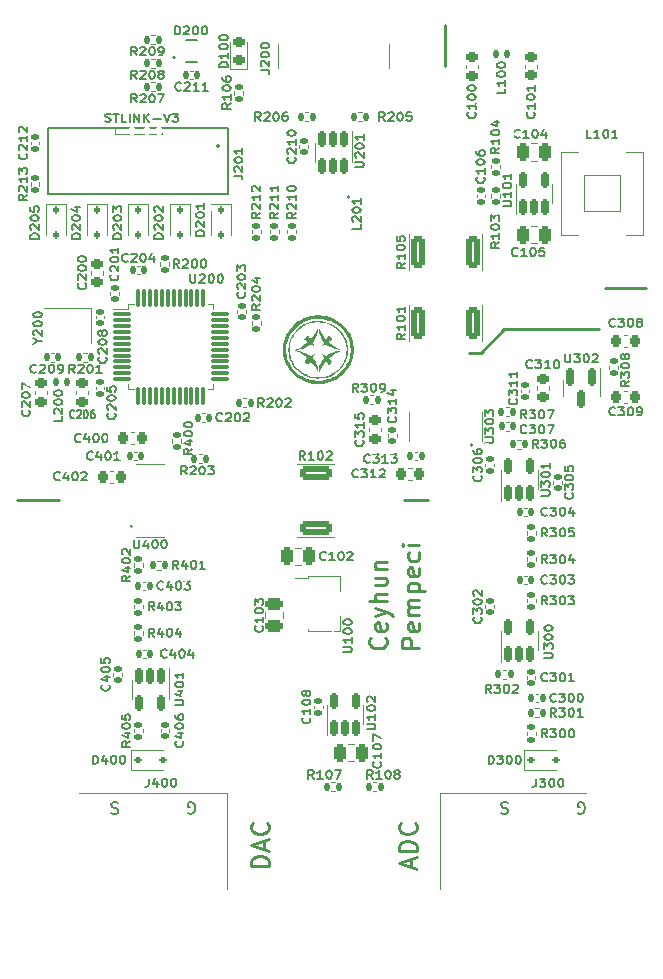
<source format=gto>
%TF.GenerationSoftware,KiCad,Pcbnew,7.0.8*%
%TF.CreationDate,2024-04-22T21:24:51+09:00*%
%TF.ProjectId,MixedSignalKicad,4d697865-6453-4696-976e-616c4b696361,1.0*%
%TF.SameCoordinates,Original*%
%TF.FileFunction,Legend,Top*%
%TF.FilePolarity,Positive*%
%FSLAX46Y46*%
G04 Gerber Fmt 4.6, Leading zero omitted, Abs format (unit mm)*
G04 Created by KiCad (PCBNEW 7.0.8) date 2024-04-22 21:24:51*
%MOMM*%
%LPD*%
G01*
G04 APERTURE LIST*
G04 Aperture macros list*
%AMRoundRect*
0 Rectangle with rounded corners*
0 $1 Rounding radius*
0 $2 $3 $4 $5 $6 $7 $8 $9 X,Y pos of 4 corners*
0 Add a 4 corners polygon primitive as box body*
4,1,4,$2,$3,$4,$5,$6,$7,$8,$9,$2,$3,0*
0 Add four circle primitives for the rounded corners*
1,1,$1+$1,$2,$3*
1,1,$1+$1,$4,$5*
1,1,$1+$1,$6,$7*
1,1,$1+$1,$8,$9*
0 Add four rect primitives between the rounded corners*
20,1,$1+$1,$2,$3,$4,$5,0*
20,1,$1+$1,$4,$5,$6,$7,0*
20,1,$1+$1,$6,$7,$8,$9,0*
20,1,$1+$1,$8,$9,$2,$3,0*%
%AMFreePoly0*
4,1,9,3.862500,-0.866500,0.737500,-0.866500,0.737500,-0.450000,-0.737500,-0.450000,-0.737500,0.450000,0.737500,0.450000,0.737500,0.866500,3.862500,0.866500,3.862500,-0.866500,3.862500,-0.866500,$1*%
G04 Aperture macros list end*
%ADD10C,0.250000*%
%ADD11C,0.150000*%
%ADD12C,0.120000*%
%ADD13C,0.200000*%
%ADD14C,0.160000*%
%ADD15C,0.152400*%
%ADD16RoundRect,0.225000X0.225000X0.250000X-0.225000X0.250000X-0.225000X-0.250000X0.225000X-0.250000X0*%
%ADD17RoundRect,0.218750X0.256250X-0.218750X0.256250X0.218750X-0.256250X0.218750X-0.256250X-0.218750X0*%
%ADD18RoundRect,0.112500X-0.187500X-0.112500X0.187500X-0.112500X0.187500X0.112500X-0.187500X0.112500X0*%
%ADD19RoundRect,0.135000X0.185000X-0.135000X0.185000X0.135000X-0.185000X0.135000X-0.185000X-0.135000X0*%
%ADD20RoundRect,0.250000X-0.362500X-1.075000X0.362500X-1.075000X0.362500X1.075000X-0.362500X1.075000X0*%
%ADD21RoundRect,0.250000X1.075000X-0.362500X1.075000X0.362500X-1.075000X0.362500X-1.075000X-0.362500X0*%
%ADD22C,1.900000*%
%ADD23C,3.000000*%
%ADD24RoundRect,0.140000X-0.170000X0.140000X-0.170000X-0.140000X0.170000X-0.140000X0.170000X0.140000X0*%
%ADD25RoundRect,0.150000X-0.150000X0.512500X-0.150000X-0.512500X0.150000X-0.512500X0.150000X0.512500X0*%
%ADD26R,3.500000X2.350000*%
%ADD27C,0.800000*%
%ADD28C,6.400000*%
%ADD29RoundRect,0.135000X0.135000X0.185000X-0.135000X0.185000X-0.135000X-0.185000X0.135000X-0.185000X0*%
%ADD30C,2.000000*%
%ADD31C,1.448000*%
%ADD32RoundRect,0.140000X0.140000X0.170000X-0.140000X0.170000X-0.140000X-0.170000X0.140000X-0.170000X0*%
%ADD33RoundRect,0.225000X-0.225000X-0.250000X0.225000X-0.250000X0.225000X0.250000X-0.225000X0.250000X0*%
%ADD34RoundRect,0.250000X0.250000X0.475000X-0.250000X0.475000X-0.250000X-0.475000X0.250000X-0.475000X0*%
%ADD35RoundRect,0.135000X-0.185000X0.135000X-0.185000X-0.135000X0.185000X-0.135000X0.185000X0.135000X0*%
%ADD36RoundRect,0.140000X0.170000X-0.140000X0.170000X0.140000X-0.170000X0.140000X-0.170000X-0.140000X0*%
%ADD37RoundRect,0.147500X0.147500X0.172500X-0.147500X0.172500X-0.147500X-0.172500X0.147500X-0.172500X0*%
%ADD38R,1.400000X1.200000*%
%ADD39RoundRect,0.112500X-0.112500X0.187500X-0.112500X-0.187500X0.112500X-0.187500X0.112500X0.187500X0*%
%ADD40RoundRect,0.150000X0.150000X-0.512500X0.150000X0.512500X-0.150000X0.512500X-0.150000X-0.512500X0*%
%ADD41RoundRect,0.135000X-0.135000X-0.185000X0.135000X-0.185000X0.135000X0.185000X-0.135000X0.185000X0*%
%ADD42C,0.650000*%
%ADD43R,0.600000X1.450000*%
%ADD44R,0.300000X1.450000*%
%ADD45O,1.000000X2.100000*%
%ADD46O,1.000000X1.600000*%
%ADD47R,1.070000X1.070000*%
%ADD48C,1.070000*%
%ADD49RoundRect,0.150000X-0.150000X0.587500X-0.150000X-0.587500X0.150000X-0.587500X0.150000X0.587500X0*%
%ADD50RoundRect,0.225000X-0.250000X0.225000X-0.250000X-0.225000X0.250000X-0.225000X0.250000X0.225000X0*%
%ADD51R,1.300000X0.900000*%
%ADD52FreePoly0,0.000000*%
%ADD53R,0.300000X1.375000*%
%ADD54RoundRect,0.140000X-0.140000X-0.170000X0.140000X-0.170000X0.140000X0.170000X-0.140000X0.170000X0*%
%ADD55RoundRect,0.075000X-0.662500X-0.075000X0.662500X-0.075000X0.662500X0.075000X-0.662500X0.075000X0*%
%ADD56RoundRect,0.075000X-0.075000X-0.662500X0.075000X-0.662500X0.075000X0.662500X-0.075000X0.662500X0*%
%ADD57RoundRect,0.250000X0.475000X-0.250000X0.475000X0.250000X-0.475000X0.250000X-0.475000X-0.250000X0*%
%ADD58R,0.800000X0.550000*%
%ADD59RoundRect,0.225000X0.250000X-0.225000X0.250000X0.225000X-0.250000X0.225000X-0.250000X-0.225000X0*%
%ADD60RoundRect,0.147500X-0.147500X-0.172500X0.147500X-0.172500X0.147500X0.172500X-0.147500X0.172500X0*%
%ADD61R,1.375000X0.300000*%
%ADD62R,0.700000X1.200000*%
%ADD63C,0.700000*%
G04 APERTURE END LIST*
D10*
X162000000Y-76500000D02*
X170000000Y-76500000D01*
X120750000Y-91000000D02*
X124250000Y-91000000D01*
X160000000Y-78500000D02*
X162000000Y-76500000D01*
X157000000Y-54250000D02*
X157000000Y-50750000D01*
X153500000Y-91000000D02*
X155500000Y-91000000D01*
X159000000Y-78500000D02*
X160000000Y-78500000D01*
X170500000Y-73000000D02*
X174000000Y-73000000D01*
X154803428Y-103478384D02*
X153303428Y-103478384D01*
X153303428Y-103478384D02*
X153303428Y-102906955D01*
X153303428Y-102906955D02*
X153374857Y-102764098D01*
X153374857Y-102764098D02*
X153446285Y-102692669D01*
X153446285Y-102692669D02*
X153589142Y-102621241D01*
X153589142Y-102621241D02*
X153803428Y-102621241D01*
X153803428Y-102621241D02*
X153946285Y-102692669D01*
X153946285Y-102692669D02*
X154017714Y-102764098D01*
X154017714Y-102764098D02*
X154089142Y-102906955D01*
X154089142Y-102906955D02*
X154089142Y-103478384D01*
X154732000Y-101406955D02*
X154803428Y-101549812D01*
X154803428Y-101549812D02*
X154803428Y-101835527D01*
X154803428Y-101835527D02*
X154732000Y-101978384D01*
X154732000Y-101978384D02*
X154589142Y-102049812D01*
X154589142Y-102049812D02*
X154017714Y-102049812D01*
X154017714Y-102049812D02*
X153874857Y-101978384D01*
X153874857Y-101978384D02*
X153803428Y-101835527D01*
X153803428Y-101835527D02*
X153803428Y-101549812D01*
X153803428Y-101549812D02*
X153874857Y-101406955D01*
X153874857Y-101406955D02*
X154017714Y-101335527D01*
X154017714Y-101335527D02*
X154160571Y-101335527D01*
X154160571Y-101335527D02*
X154303428Y-102049812D01*
X154803428Y-100692670D02*
X153803428Y-100692670D01*
X153946285Y-100692670D02*
X153874857Y-100621241D01*
X153874857Y-100621241D02*
X153803428Y-100478384D01*
X153803428Y-100478384D02*
X153803428Y-100264098D01*
X153803428Y-100264098D02*
X153874857Y-100121241D01*
X153874857Y-100121241D02*
X154017714Y-100049813D01*
X154017714Y-100049813D02*
X154803428Y-100049813D01*
X154017714Y-100049813D02*
X153874857Y-99978384D01*
X153874857Y-99978384D02*
X153803428Y-99835527D01*
X153803428Y-99835527D02*
X153803428Y-99621241D01*
X153803428Y-99621241D02*
X153874857Y-99478384D01*
X153874857Y-99478384D02*
X154017714Y-99406955D01*
X154017714Y-99406955D02*
X154803428Y-99406955D01*
X153803428Y-98692670D02*
X155303428Y-98692670D01*
X153874857Y-98692670D02*
X153803428Y-98549813D01*
X153803428Y-98549813D02*
X153803428Y-98264098D01*
X153803428Y-98264098D02*
X153874857Y-98121241D01*
X153874857Y-98121241D02*
X153946285Y-98049813D01*
X153946285Y-98049813D02*
X154089142Y-97978384D01*
X154089142Y-97978384D02*
X154517714Y-97978384D01*
X154517714Y-97978384D02*
X154660571Y-98049813D01*
X154660571Y-98049813D02*
X154732000Y-98121241D01*
X154732000Y-98121241D02*
X154803428Y-98264098D01*
X154803428Y-98264098D02*
X154803428Y-98549813D01*
X154803428Y-98549813D02*
X154732000Y-98692670D01*
X154732000Y-96764098D02*
X154803428Y-96906955D01*
X154803428Y-96906955D02*
X154803428Y-97192670D01*
X154803428Y-97192670D02*
X154732000Y-97335527D01*
X154732000Y-97335527D02*
X154589142Y-97406955D01*
X154589142Y-97406955D02*
X154017714Y-97406955D01*
X154017714Y-97406955D02*
X153874857Y-97335527D01*
X153874857Y-97335527D02*
X153803428Y-97192670D01*
X153803428Y-97192670D02*
X153803428Y-96906955D01*
X153803428Y-96906955D02*
X153874857Y-96764098D01*
X153874857Y-96764098D02*
X154017714Y-96692670D01*
X154017714Y-96692670D02*
X154160571Y-96692670D01*
X154160571Y-96692670D02*
X154303428Y-97406955D01*
X154732000Y-95406956D02*
X154803428Y-95549813D01*
X154803428Y-95549813D02*
X154803428Y-95835527D01*
X154803428Y-95835527D02*
X154732000Y-95978384D01*
X154732000Y-95978384D02*
X154660571Y-96049813D01*
X154660571Y-96049813D02*
X154517714Y-96121241D01*
X154517714Y-96121241D02*
X154089142Y-96121241D01*
X154089142Y-96121241D02*
X153946285Y-96049813D01*
X153946285Y-96049813D02*
X153874857Y-95978384D01*
X153874857Y-95978384D02*
X153803428Y-95835527D01*
X153803428Y-95835527D02*
X153803428Y-95549813D01*
X153803428Y-95549813D02*
X153874857Y-95406956D01*
X154803428Y-94764099D02*
X153803428Y-94764099D01*
X153303428Y-94764099D02*
X153374857Y-94835527D01*
X153374857Y-94835527D02*
X153446285Y-94764099D01*
X153446285Y-94764099D02*
X153374857Y-94692670D01*
X153374857Y-94692670D02*
X153303428Y-94764099D01*
X153303428Y-94764099D02*
X153446285Y-94764099D01*
X142053428Y-121978384D02*
X140553428Y-121978384D01*
X140553428Y-121978384D02*
X140553428Y-121621241D01*
X140553428Y-121621241D02*
X140624857Y-121406955D01*
X140624857Y-121406955D02*
X140767714Y-121264098D01*
X140767714Y-121264098D02*
X140910571Y-121192669D01*
X140910571Y-121192669D02*
X141196285Y-121121241D01*
X141196285Y-121121241D02*
X141410571Y-121121241D01*
X141410571Y-121121241D02*
X141696285Y-121192669D01*
X141696285Y-121192669D02*
X141839142Y-121264098D01*
X141839142Y-121264098D02*
X141982000Y-121406955D01*
X141982000Y-121406955D02*
X142053428Y-121621241D01*
X142053428Y-121621241D02*
X142053428Y-121978384D01*
X141624857Y-120549812D02*
X141624857Y-119835527D01*
X142053428Y-120692669D02*
X140553428Y-120192669D01*
X140553428Y-120192669D02*
X142053428Y-119692669D01*
X141910571Y-118335527D02*
X141982000Y-118406955D01*
X141982000Y-118406955D02*
X142053428Y-118621241D01*
X142053428Y-118621241D02*
X142053428Y-118764098D01*
X142053428Y-118764098D02*
X141982000Y-118978384D01*
X141982000Y-118978384D02*
X141839142Y-119121241D01*
X141839142Y-119121241D02*
X141696285Y-119192670D01*
X141696285Y-119192670D02*
X141410571Y-119264098D01*
X141410571Y-119264098D02*
X141196285Y-119264098D01*
X141196285Y-119264098D02*
X140910571Y-119192670D01*
X140910571Y-119192670D02*
X140767714Y-119121241D01*
X140767714Y-119121241D02*
X140624857Y-118978384D01*
X140624857Y-118978384D02*
X140553428Y-118764098D01*
X140553428Y-118764098D02*
X140553428Y-118621241D01*
X140553428Y-118621241D02*
X140624857Y-118406955D01*
X140624857Y-118406955D02*
X140696285Y-118335527D01*
D11*
X128201064Y-58923200D02*
X128315350Y-58956533D01*
X128315350Y-58956533D02*
X128505826Y-58956533D01*
X128505826Y-58956533D02*
X128582017Y-58923200D01*
X128582017Y-58923200D02*
X128620112Y-58889866D01*
X128620112Y-58889866D02*
X128658207Y-58823200D01*
X128658207Y-58823200D02*
X128658207Y-58756533D01*
X128658207Y-58756533D02*
X128620112Y-58689866D01*
X128620112Y-58689866D02*
X128582017Y-58656533D01*
X128582017Y-58656533D02*
X128505826Y-58623200D01*
X128505826Y-58623200D02*
X128353445Y-58589866D01*
X128353445Y-58589866D02*
X128277255Y-58556533D01*
X128277255Y-58556533D02*
X128239160Y-58523200D01*
X128239160Y-58523200D02*
X128201064Y-58456533D01*
X128201064Y-58456533D02*
X128201064Y-58389866D01*
X128201064Y-58389866D02*
X128239160Y-58323200D01*
X128239160Y-58323200D02*
X128277255Y-58289866D01*
X128277255Y-58289866D02*
X128353445Y-58256533D01*
X128353445Y-58256533D02*
X128543922Y-58256533D01*
X128543922Y-58256533D02*
X128658207Y-58289866D01*
X128886779Y-58256533D02*
X129343922Y-58256533D01*
X129115350Y-58956533D02*
X129115350Y-58256533D01*
X129991541Y-58956533D02*
X129610589Y-58956533D01*
X129610589Y-58956533D02*
X129610589Y-58256533D01*
X130258208Y-58956533D02*
X130258208Y-58256533D01*
X130639160Y-58956533D02*
X130639160Y-58256533D01*
X130639160Y-58256533D02*
X131096303Y-58956533D01*
X131096303Y-58956533D02*
X131096303Y-58256533D01*
X131477255Y-58956533D02*
X131477255Y-58256533D01*
X131934398Y-58956533D02*
X131591540Y-58556533D01*
X131934398Y-58256533D02*
X131477255Y-58656533D01*
X132277255Y-58689866D02*
X132886779Y-58689866D01*
X133153445Y-58256533D02*
X133420112Y-58956533D01*
X133420112Y-58956533D02*
X133686778Y-58256533D01*
X133877254Y-58256533D02*
X134372492Y-58256533D01*
X134372492Y-58256533D02*
X134105826Y-58523200D01*
X134105826Y-58523200D02*
X134220111Y-58523200D01*
X134220111Y-58523200D02*
X134296302Y-58556533D01*
X134296302Y-58556533D02*
X134334397Y-58589866D01*
X134334397Y-58589866D02*
X134372492Y-58656533D01*
X134372492Y-58656533D02*
X134372492Y-58823200D01*
X134372492Y-58823200D02*
X134334397Y-58889866D01*
X134334397Y-58889866D02*
X134296302Y-58923200D01*
X134296302Y-58923200D02*
X134220111Y-58956533D01*
X134220111Y-58956533D02*
X133991540Y-58956533D01*
X133991540Y-58956533D02*
X133915349Y-58923200D01*
X133915349Y-58923200D02*
X133877254Y-58889866D01*
D10*
X151910571Y-102621241D02*
X151982000Y-102692669D01*
X151982000Y-102692669D02*
X152053428Y-102906955D01*
X152053428Y-102906955D02*
X152053428Y-103049812D01*
X152053428Y-103049812D02*
X151982000Y-103264098D01*
X151982000Y-103264098D02*
X151839142Y-103406955D01*
X151839142Y-103406955D02*
X151696285Y-103478384D01*
X151696285Y-103478384D02*
X151410571Y-103549812D01*
X151410571Y-103549812D02*
X151196285Y-103549812D01*
X151196285Y-103549812D02*
X150910571Y-103478384D01*
X150910571Y-103478384D02*
X150767714Y-103406955D01*
X150767714Y-103406955D02*
X150624857Y-103264098D01*
X150624857Y-103264098D02*
X150553428Y-103049812D01*
X150553428Y-103049812D02*
X150553428Y-102906955D01*
X150553428Y-102906955D02*
X150624857Y-102692669D01*
X150624857Y-102692669D02*
X150696285Y-102621241D01*
X151982000Y-101406955D02*
X152053428Y-101549812D01*
X152053428Y-101549812D02*
X152053428Y-101835527D01*
X152053428Y-101835527D02*
X151982000Y-101978384D01*
X151982000Y-101978384D02*
X151839142Y-102049812D01*
X151839142Y-102049812D02*
X151267714Y-102049812D01*
X151267714Y-102049812D02*
X151124857Y-101978384D01*
X151124857Y-101978384D02*
X151053428Y-101835527D01*
X151053428Y-101835527D02*
X151053428Y-101549812D01*
X151053428Y-101549812D02*
X151124857Y-101406955D01*
X151124857Y-101406955D02*
X151267714Y-101335527D01*
X151267714Y-101335527D02*
X151410571Y-101335527D01*
X151410571Y-101335527D02*
X151553428Y-102049812D01*
X151053428Y-100835527D02*
X152053428Y-100478384D01*
X151053428Y-100121241D02*
X152053428Y-100478384D01*
X152053428Y-100478384D02*
X152410571Y-100621241D01*
X152410571Y-100621241D02*
X152482000Y-100692670D01*
X152482000Y-100692670D02*
X152553428Y-100835527D01*
X152053428Y-99549813D02*
X150553428Y-99549813D01*
X152053428Y-98906956D02*
X151267714Y-98906956D01*
X151267714Y-98906956D02*
X151124857Y-98978384D01*
X151124857Y-98978384D02*
X151053428Y-99121241D01*
X151053428Y-99121241D02*
X151053428Y-99335527D01*
X151053428Y-99335527D02*
X151124857Y-99478384D01*
X151124857Y-99478384D02*
X151196285Y-99549813D01*
X151053428Y-97549813D02*
X152053428Y-97549813D01*
X151053428Y-98192670D02*
X151839142Y-98192670D01*
X151839142Y-98192670D02*
X151982000Y-98121241D01*
X151982000Y-98121241D02*
X152053428Y-97978384D01*
X152053428Y-97978384D02*
X152053428Y-97764098D01*
X152053428Y-97764098D02*
X151982000Y-97621241D01*
X151982000Y-97621241D02*
X151910571Y-97549813D01*
X151053428Y-96835527D02*
X152053428Y-96835527D01*
X151196285Y-96835527D02*
X151124857Y-96764098D01*
X151124857Y-96764098D02*
X151053428Y-96621241D01*
X151053428Y-96621241D02*
X151053428Y-96406955D01*
X151053428Y-96406955D02*
X151124857Y-96264098D01*
X151124857Y-96264098D02*
X151267714Y-96192670D01*
X151267714Y-96192670D02*
X152053428Y-96192670D01*
X154124857Y-122049812D02*
X154124857Y-121335527D01*
X154553428Y-122192669D02*
X153053428Y-121692669D01*
X153053428Y-121692669D02*
X154553428Y-121192669D01*
X154553428Y-120692670D02*
X153053428Y-120692670D01*
X153053428Y-120692670D02*
X153053428Y-120335527D01*
X153053428Y-120335527D02*
X153124857Y-120121241D01*
X153124857Y-120121241D02*
X153267714Y-119978384D01*
X153267714Y-119978384D02*
X153410571Y-119906955D01*
X153410571Y-119906955D02*
X153696285Y-119835527D01*
X153696285Y-119835527D02*
X153910571Y-119835527D01*
X153910571Y-119835527D02*
X154196285Y-119906955D01*
X154196285Y-119906955D02*
X154339142Y-119978384D01*
X154339142Y-119978384D02*
X154482000Y-120121241D01*
X154482000Y-120121241D02*
X154553428Y-120335527D01*
X154553428Y-120335527D02*
X154553428Y-120692670D01*
X154410571Y-118335527D02*
X154482000Y-118406955D01*
X154482000Y-118406955D02*
X154553428Y-118621241D01*
X154553428Y-118621241D02*
X154553428Y-118764098D01*
X154553428Y-118764098D02*
X154482000Y-118978384D01*
X154482000Y-118978384D02*
X154339142Y-119121241D01*
X154339142Y-119121241D02*
X154196285Y-119192670D01*
X154196285Y-119192670D02*
X153910571Y-119264098D01*
X153910571Y-119264098D02*
X153696285Y-119264098D01*
X153696285Y-119264098D02*
X153410571Y-119192670D01*
X153410571Y-119192670D02*
X153267714Y-119121241D01*
X153267714Y-119121241D02*
X153124857Y-118978384D01*
X153124857Y-118978384D02*
X153053428Y-118764098D01*
X153053428Y-118764098D02*
X153053428Y-118621241D01*
X153053428Y-118621241D02*
X153124857Y-118406955D01*
X153124857Y-118406955D02*
X153196285Y-118335527D01*
D11*
X124354762Y-89249366D02*
X124316666Y-89282700D01*
X124316666Y-89282700D02*
X124202381Y-89316033D01*
X124202381Y-89316033D02*
X124126190Y-89316033D01*
X124126190Y-89316033D02*
X124011904Y-89282700D01*
X124011904Y-89282700D02*
X123935714Y-89216033D01*
X123935714Y-89216033D02*
X123897619Y-89149366D01*
X123897619Y-89149366D02*
X123859523Y-89016033D01*
X123859523Y-89016033D02*
X123859523Y-88916033D01*
X123859523Y-88916033D02*
X123897619Y-88782700D01*
X123897619Y-88782700D02*
X123935714Y-88716033D01*
X123935714Y-88716033D02*
X124011904Y-88649366D01*
X124011904Y-88649366D02*
X124126190Y-88616033D01*
X124126190Y-88616033D02*
X124202381Y-88616033D01*
X124202381Y-88616033D02*
X124316666Y-88649366D01*
X124316666Y-88649366D02*
X124354762Y-88682700D01*
X125040476Y-88849366D02*
X125040476Y-89316033D01*
X124850000Y-88582700D02*
X124659523Y-89082700D01*
X124659523Y-89082700D02*
X125154762Y-89082700D01*
X125611905Y-88616033D02*
X125688095Y-88616033D01*
X125688095Y-88616033D02*
X125764286Y-88649366D01*
X125764286Y-88649366D02*
X125802381Y-88682700D01*
X125802381Y-88682700D02*
X125840476Y-88749366D01*
X125840476Y-88749366D02*
X125878571Y-88882700D01*
X125878571Y-88882700D02*
X125878571Y-89049366D01*
X125878571Y-89049366D02*
X125840476Y-89182700D01*
X125840476Y-89182700D02*
X125802381Y-89249366D01*
X125802381Y-89249366D02*
X125764286Y-89282700D01*
X125764286Y-89282700D02*
X125688095Y-89316033D01*
X125688095Y-89316033D02*
X125611905Y-89316033D01*
X125611905Y-89316033D02*
X125535714Y-89282700D01*
X125535714Y-89282700D02*
X125497619Y-89249366D01*
X125497619Y-89249366D02*
X125459524Y-89182700D01*
X125459524Y-89182700D02*
X125421428Y-89049366D01*
X125421428Y-89049366D02*
X125421428Y-88882700D01*
X125421428Y-88882700D02*
X125459524Y-88749366D01*
X125459524Y-88749366D02*
X125497619Y-88682700D01*
X125497619Y-88682700D02*
X125535714Y-88649366D01*
X125535714Y-88649366D02*
X125611905Y-88616033D01*
X126183333Y-88682700D02*
X126221429Y-88649366D01*
X126221429Y-88649366D02*
X126297619Y-88616033D01*
X126297619Y-88616033D02*
X126488095Y-88616033D01*
X126488095Y-88616033D02*
X126564286Y-88649366D01*
X126564286Y-88649366D02*
X126602381Y-88682700D01*
X126602381Y-88682700D02*
X126640476Y-88749366D01*
X126640476Y-88749366D02*
X126640476Y-88816033D01*
X126640476Y-88816033D02*
X126602381Y-88916033D01*
X126602381Y-88916033D02*
X126145238Y-89316033D01*
X126145238Y-89316033D02*
X126640476Y-89316033D01*
X138566033Y-54352380D02*
X137866033Y-54352380D01*
X137866033Y-54352380D02*
X137866033Y-54161904D01*
X137866033Y-54161904D02*
X137899366Y-54047618D01*
X137899366Y-54047618D02*
X137966033Y-53971428D01*
X137966033Y-53971428D02*
X138032700Y-53933333D01*
X138032700Y-53933333D02*
X138166033Y-53895237D01*
X138166033Y-53895237D02*
X138266033Y-53895237D01*
X138266033Y-53895237D02*
X138399366Y-53933333D01*
X138399366Y-53933333D02*
X138466033Y-53971428D01*
X138466033Y-53971428D02*
X138532700Y-54047618D01*
X138532700Y-54047618D02*
X138566033Y-54161904D01*
X138566033Y-54161904D02*
X138566033Y-54352380D01*
X138566033Y-53133333D02*
X138566033Y-53590476D01*
X138566033Y-53361904D02*
X137866033Y-53361904D01*
X137866033Y-53361904D02*
X137966033Y-53438095D01*
X137966033Y-53438095D02*
X138032700Y-53514285D01*
X138032700Y-53514285D02*
X138066033Y-53590476D01*
X137866033Y-52638094D02*
X137866033Y-52561904D01*
X137866033Y-52561904D02*
X137899366Y-52485713D01*
X137899366Y-52485713D02*
X137932700Y-52447618D01*
X137932700Y-52447618D02*
X137999366Y-52409523D01*
X137999366Y-52409523D02*
X138132700Y-52371428D01*
X138132700Y-52371428D02*
X138299366Y-52371428D01*
X138299366Y-52371428D02*
X138432700Y-52409523D01*
X138432700Y-52409523D02*
X138499366Y-52447618D01*
X138499366Y-52447618D02*
X138532700Y-52485713D01*
X138532700Y-52485713D02*
X138566033Y-52561904D01*
X138566033Y-52561904D02*
X138566033Y-52638094D01*
X138566033Y-52638094D02*
X138532700Y-52714285D01*
X138532700Y-52714285D02*
X138499366Y-52752380D01*
X138499366Y-52752380D02*
X138432700Y-52790475D01*
X138432700Y-52790475D02*
X138299366Y-52828571D01*
X138299366Y-52828571D02*
X138132700Y-52828571D01*
X138132700Y-52828571D02*
X137999366Y-52790475D01*
X137999366Y-52790475D02*
X137932700Y-52752380D01*
X137932700Y-52752380D02*
X137899366Y-52714285D01*
X137899366Y-52714285D02*
X137866033Y-52638094D01*
X137866033Y-51876189D02*
X137866033Y-51799999D01*
X137866033Y-51799999D02*
X137899366Y-51723808D01*
X137899366Y-51723808D02*
X137932700Y-51685713D01*
X137932700Y-51685713D02*
X137999366Y-51647618D01*
X137999366Y-51647618D02*
X138132700Y-51609523D01*
X138132700Y-51609523D02*
X138299366Y-51609523D01*
X138299366Y-51609523D02*
X138432700Y-51647618D01*
X138432700Y-51647618D02*
X138499366Y-51685713D01*
X138499366Y-51685713D02*
X138532700Y-51723808D01*
X138532700Y-51723808D02*
X138566033Y-51799999D01*
X138566033Y-51799999D02*
X138566033Y-51876189D01*
X138566033Y-51876189D02*
X138532700Y-51952380D01*
X138532700Y-51952380D02*
X138499366Y-51990475D01*
X138499366Y-51990475D02*
X138432700Y-52028570D01*
X138432700Y-52028570D02*
X138299366Y-52066666D01*
X138299366Y-52066666D02*
X138132700Y-52066666D01*
X138132700Y-52066666D02*
X137999366Y-52028570D01*
X137999366Y-52028570D02*
X137932700Y-51990475D01*
X137932700Y-51990475D02*
X137899366Y-51952380D01*
X137899366Y-51952380D02*
X137866033Y-51876189D01*
X127147619Y-113316033D02*
X127147619Y-112616033D01*
X127147619Y-112616033D02*
X127338095Y-112616033D01*
X127338095Y-112616033D02*
X127452381Y-112649366D01*
X127452381Y-112649366D02*
X127528571Y-112716033D01*
X127528571Y-112716033D02*
X127566666Y-112782700D01*
X127566666Y-112782700D02*
X127604762Y-112916033D01*
X127604762Y-112916033D02*
X127604762Y-113016033D01*
X127604762Y-113016033D02*
X127566666Y-113149366D01*
X127566666Y-113149366D02*
X127528571Y-113216033D01*
X127528571Y-113216033D02*
X127452381Y-113282700D01*
X127452381Y-113282700D02*
X127338095Y-113316033D01*
X127338095Y-113316033D02*
X127147619Y-113316033D01*
X128290476Y-112849366D02*
X128290476Y-113316033D01*
X128100000Y-112582700D02*
X127909523Y-113082700D01*
X127909523Y-113082700D02*
X128404762Y-113082700D01*
X128861905Y-112616033D02*
X128938095Y-112616033D01*
X128938095Y-112616033D02*
X129014286Y-112649366D01*
X129014286Y-112649366D02*
X129052381Y-112682700D01*
X129052381Y-112682700D02*
X129090476Y-112749366D01*
X129090476Y-112749366D02*
X129128571Y-112882700D01*
X129128571Y-112882700D02*
X129128571Y-113049366D01*
X129128571Y-113049366D02*
X129090476Y-113182700D01*
X129090476Y-113182700D02*
X129052381Y-113249366D01*
X129052381Y-113249366D02*
X129014286Y-113282700D01*
X129014286Y-113282700D02*
X128938095Y-113316033D01*
X128938095Y-113316033D02*
X128861905Y-113316033D01*
X128861905Y-113316033D02*
X128785714Y-113282700D01*
X128785714Y-113282700D02*
X128747619Y-113249366D01*
X128747619Y-113249366D02*
X128709524Y-113182700D01*
X128709524Y-113182700D02*
X128671428Y-113049366D01*
X128671428Y-113049366D02*
X128671428Y-112882700D01*
X128671428Y-112882700D02*
X128709524Y-112749366D01*
X128709524Y-112749366D02*
X128747619Y-112682700D01*
X128747619Y-112682700D02*
X128785714Y-112649366D01*
X128785714Y-112649366D02*
X128861905Y-112616033D01*
X129623810Y-112616033D02*
X129700000Y-112616033D01*
X129700000Y-112616033D02*
X129776191Y-112649366D01*
X129776191Y-112649366D02*
X129814286Y-112682700D01*
X129814286Y-112682700D02*
X129852381Y-112749366D01*
X129852381Y-112749366D02*
X129890476Y-112882700D01*
X129890476Y-112882700D02*
X129890476Y-113049366D01*
X129890476Y-113049366D02*
X129852381Y-113182700D01*
X129852381Y-113182700D02*
X129814286Y-113249366D01*
X129814286Y-113249366D02*
X129776191Y-113282700D01*
X129776191Y-113282700D02*
X129700000Y-113316033D01*
X129700000Y-113316033D02*
X129623810Y-113316033D01*
X129623810Y-113316033D02*
X129547619Y-113282700D01*
X129547619Y-113282700D02*
X129509524Y-113249366D01*
X129509524Y-113249366D02*
X129471429Y-113182700D01*
X129471429Y-113182700D02*
X129433333Y-113049366D01*
X129433333Y-113049366D02*
X129433333Y-112882700D01*
X129433333Y-112882700D02*
X129471429Y-112749366D01*
X129471429Y-112749366D02*
X129509524Y-112682700D01*
X129509524Y-112682700D02*
X129547619Y-112649366D01*
X129547619Y-112649366D02*
X129623810Y-112616033D01*
X130316033Y-97395237D02*
X129982700Y-97661904D01*
X130316033Y-97852380D02*
X129616033Y-97852380D01*
X129616033Y-97852380D02*
X129616033Y-97547618D01*
X129616033Y-97547618D02*
X129649366Y-97471428D01*
X129649366Y-97471428D02*
X129682700Y-97433333D01*
X129682700Y-97433333D02*
X129749366Y-97395237D01*
X129749366Y-97395237D02*
X129849366Y-97395237D01*
X129849366Y-97395237D02*
X129916033Y-97433333D01*
X129916033Y-97433333D02*
X129949366Y-97471428D01*
X129949366Y-97471428D02*
X129982700Y-97547618D01*
X129982700Y-97547618D02*
X129982700Y-97852380D01*
X129849366Y-96709523D02*
X130316033Y-96709523D01*
X129582700Y-96899999D02*
X130082700Y-97090476D01*
X130082700Y-97090476D02*
X130082700Y-96595237D01*
X129616033Y-96138094D02*
X129616033Y-96061904D01*
X129616033Y-96061904D02*
X129649366Y-95985713D01*
X129649366Y-95985713D02*
X129682700Y-95947618D01*
X129682700Y-95947618D02*
X129749366Y-95909523D01*
X129749366Y-95909523D02*
X129882700Y-95871428D01*
X129882700Y-95871428D02*
X130049366Y-95871428D01*
X130049366Y-95871428D02*
X130182700Y-95909523D01*
X130182700Y-95909523D02*
X130249366Y-95947618D01*
X130249366Y-95947618D02*
X130282700Y-95985713D01*
X130282700Y-95985713D02*
X130316033Y-96061904D01*
X130316033Y-96061904D02*
X130316033Y-96138094D01*
X130316033Y-96138094D02*
X130282700Y-96214285D01*
X130282700Y-96214285D02*
X130249366Y-96252380D01*
X130249366Y-96252380D02*
X130182700Y-96290475D01*
X130182700Y-96290475D02*
X130049366Y-96328571D01*
X130049366Y-96328571D02*
X129882700Y-96328571D01*
X129882700Y-96328571D02*
X129749366Y-96290475D01*
X129749366Y-96290475D02*
X129682700Y-96252380D01*
X129682700Y-96252380D02*
X129649366Y-96214285D01*
X129649366Y-96214285D02*
X129616033Y-96138094D01*
X129682700Y-95566666D02*
X129649366Y-95528570D01*
X129649366Y-95528570D02*
X129616033Y-95452380D01*
X129616033Y-95452380D02*
X129616033Y-95261904D01*
X129616033Y-95261904D02*
X129649366Y-95185713D01*
X129649366Y-95185713D02*
X129682700Y-95147618D01*
X129682700Y-95147618D02*
X129749366Y-95109523D01*
X129749366Y-95109523D02*
X129816033Y-95109523D01*
X129816033Y-95109523D02*
X129916033Y-95147618D01*
X129916033Y-95147618D02*
X130316033Y-95604761D01*
X130316033Y-95604761D02*
X130316033Y-95109523D01*
X153566033Y-70895237D02*
X153232700Y-71161904D01*
X153566033Y-71352380D02*
X152866033Y-71352380D01*
X152866033Y-71352380D02*
X152866033Y-71047618D01*
X152866033Y-71047618D02*
X152899366Y-70971428D01*
X152899366Y-70971428D02*
X152932700Y-70933333D01*
X152932700Y-70933333D02*
X152999366Y-70895237D01*
X152999366Y-70895237D02*
X153099366Y-70895237D01*
X153099366Y-70895237D02*
X153166033Y-70933333D01*
X153166033Y-70933333D02*
X153199366Y-70971428D01*
X153199366Y-70971428D02*
X153232700Y-71047618D01*
X153232700Y-71047618D02*
X153232700Y-71352380D01*
X153566033Y-70133333D02*
X153566033Y-70590476D01*
X153566033Y-70361904D02*
X152866033Y-70361904D01*
X152866033Y-70361904D02*
X152966033Y-70438095D01*
X152966033Y-70438095D02*
X153032700Y-70514285D01*
X153032700Y-70514285D02*
X153066033Y-70590476D01*
X152866033Y-69638094D02*
X152866033Y-69561904D01*
X152866033Y-69561904D02*
X152899366Y-69485713D01*
X152899366Y-69485713D02*
X152932700Y-69447618D01*
X152932700Y-69447618D02*
X152999366Y-69409523D01*
X152999366Y-69409523D02*
X153132700Y-69371428D01*
X153132700Y-69371428D02*
X153299366Y-69371428D01*
X153299366Y-69371428D02*
X153432700Y-69409523D01*
X153432700Y-69409523D02*
X153499366Y-69447618D01*
X153499366Y-69447618D02*
X153532700Y-69485713D01*
X153532700Y-69485713D02*
X153566033Y-69561904D01*
X153566033Y-69561904D02*
X153566033Y-69638094D01*
X153566033Y-69638094D02*
X153532700Y-69714285D01*
X153532700Y-69714285D02*
X153499366Y-69752380D01*
X153499366Y-69752380D02*
X153432700Y-69790475D01*
X153432700Y-69790475D02*
X153299366Y-69828571D01*
X153299366Y-69828571D02*
X153132700Y-69828571D01*
X153132700Y-69828571D02*
X152999366Y-69790475D01*
X152999366Y-69790475D02*
X152932700Y-69752380D01*
X152932700Y-69752380D02*
X152899366Y-69714285D01*
X152899366Y-69714285D02*
X152866033Y-69638094D01*
X152866033Y-68647618D02*
X152866033Y-69028570D01*
X152866033Y-69028570D02*
X153199366Y-69066666D01*
X153199366Y-69066666D02*
X153166033Y-69028570D01*
X153166033Y-69028570D02*
X153132700Y-68952380D01*
X153132700Y-68952380D02*
X153132700Y-68761904D01*
X153132700Y-68761904D02*
X153166033Y-68685713D01*
X153166033Y-68685713D02*
X153199366Y-68647618D01*
X153199366Y-68647618D02*
X153266033Y-68609523D01*
X153266033Y-68609523D02*
X153432700Y-68609523D01*
X153432700Y-68609523D02*
X153499366Y-68647618D01*
X153499366Y-68647618D02*
X153532700Y-68685713D01*
X153532700Y-68685713D02*
X153566033Y-68761904D01*
X153566033Y-68761904D02*
X153566033Y-68952380D01*
X153566033Y-68952380D02*
X153532700Y-69028570D01*
X153532700Y-69028570D02*
X153499366Y-69066666D01*
X145104762Y-87566033D02*
X144838095Y-87232700D01*
X144647619Y-87566033D02*
X144647619Y-86866033D01*
X144647619Y-86866033D02*
X144952381Y-86866033D01*
X144952381Y-86866033D02*
X145028571Y-86899366D01*
X145028571Y-86899366D02*
X145066666Y-86932700D01*
X145066666Y-86932700D02*
X145104762Y-86999366D01*
X145104762Y-86999366D02*
X145104762Y-87099366D01*
X145104762Y-87099366D02*
X145066666Y-87166033D01*
X145066666Y-87166033D02*
X145028571Y-87199366D01*
X145028571Y-87199366D02*
X144952381Y-87232700D01*
X144952381Y-87232700D02*
X144647619Y-87232700D01*
X145866666Y-87566033D02*
X145409523Y-87566033D01*
X145638095Y-87566033D02*
X145638095Y-86866033D01*
X145638095Y-86866033D02*
X145561904Y-86966033D01*
X145561904Y-86966033D02*
X145485714Y-87032700D01*
X145485714Y-87032700D02*
X145409523Y-87066033D01*
X146361905Y-86866033D02*
X146438095Y-86866033D01*
X146438095Y-86866033D02*
X146514286Y-86899366D01*
X146514286Y-86899366D02*
X146552381Y-86932700D01*
X146552381Y-86932700D02*
X146590476Y-86999366D01*
X146590476Y-86999366D02*
X146628571Y-87132700D01*
X146628571Y-87132700D02*
X146628571Y-87299366D01*
X146628571Y-87299366D02*
X146590476Y-87432700D01*
X146590476Y-87432700D02*
X146552381Y-87499366D01*
X146552381Y-87499366D02*
X146514286Y-87532700D01*
X146514286Y-87532700D02*
X146438095Y-87566033D01*
X146438095Y-87566033D02*
X146361905Y-87566033D01*
X146361905Y-87566033D02*
X146285714Y-87532700D01*
X146285714Y-87532700D02*
X146247619Y-87499366D01*
X146247619Y-87499366D02*
X146209524Y-87432700D01*
X146209524Y-87432700D02*
X146171428Y-87299366D01*
X146171428Y-87299366D02*
X146171428Y-87132700D01*
X146171428Y-87132700D02*
X146209524Y-86999366D01*
X146209524Y-86999366D02*
X146247619Y-86932700D01*
X146247619Y-86932700D02*
X146285714Y-86899366D01*
X146285714Y-86899366D02*
X146361905Y-86866033D01*
X146933333Y-86932700D02*
X146971429Y-86899366D01*
X146971429Y-86899366D02*
X147047619Y-86866033D01*
X147047619Y-86866033D02*
X147238095Y-86866033D01*
X147238095Y-86866033D02*
X147314286Y-86899366D01*
X147314286Y-86899366D02*
X147352381Y-86932700D01*
X147352381Y-86932700D02*
X147390476Y-86999366D01*
X147390476Y-86999366D02*
X147390476Y-87066033D01*
X147390476Y-87066033D02*
X147352381Y-87166033D01*
X147352381Y-87166033D02*
X146895238Y-87566033D01*
X146895238Y-87566033D02*
X147390476Y-87566033D01*
X164671428Y-114566033D02*
X164671428Y-115066033D01*
X164671428Y-115066033D02*
X164633333Y-115166033D01*
X164633333Y-115166033D02*
X164557142Y-115232700D01*
X164557142Y-115232700D02*
X164442857Y-115266033D01*
X164442857Y-115266033D02*
X164366666Y-115266033D01*
X164976190Y-114566033D02*
X165471428Y-114566033D01*
X165471428Y-114566033D02*
X165204762Y-114832700D01*
X165204762Y-114832700D02*
X165319047Y-114832700D01*
X165319047Y-114832700D02*
X165395238Y-114866033D01*
X165395238Y-114866033D02*
X165433333Y-114899366D01*
X165433333Y-114899366D02*
X165471428Y-114966033D01*
X165471428Y-114966033D02*
X165471428Y-115132700D01*
X165471428Y-115132700D02*
X165433333Y-115199366D01*
X165433333Y-115199366D02*
X165395238Y-115232700D01*
X165395238Y-115232700D02*
X165319047Y-115266033D01*
X165319047Y-115266033D02*
X165090476Y-115266033D01*
X165090476Y-115266033D02*
X165014285Y-115232700D01*
X165014285Y-115232700D02*
X164976190Y-115199366D01*
X165966667Y-114566033D02*
X166042857Y-114566033D01*
X166042857Y-114566033D02*
X166119048Y-114599366D01*
X166119048Y-114599366D02*
X166157143Y-114632700D01*
X166157143Y-114632700D02*
X166195238Y-114699366D01*
X166195238Y-114699366D02*
X166233333Y-114832700D01*
X166233333Y-114832700D02*
X166233333Y-114999366D01*
X166233333Y-114999366D02*
X166195238Y-115132700D01*
X166195238Y-115132700D02*
X166157143Y-115199366D01*
X166157143Y-115199366D02*
X166119048Y-115232700D01*
X166119048Y-115232700D02*
X166042857Y-115266033D01*
X166042857Y-115266033D02*
X165966667Y-115266033D01*
X165966667Y-115266033D02*
X165890476Y-115232700D01*
X165890476Y-115232700D02*
X165852381Y-115199366D01*
X165852381Y-115199366D02*
X165814286Y-115132700D01*
X165814286Y-115132700D02*
X165776190Y-114999366D01*
X165776190Y-114999366D02*
X165776190Y-114832700D01*
X165776190Y-114832700D02*
X165814286Y-114699366D01*
X165814286Y-114699366D02*
X165852381Y-114632700D01*
X165852381Y-114632700D02*
X165890476Y-114599366D01*
X165890476Y-114599366D02*
X165966667Y-114566033D01*
X166728572Y-114566033D02*
X166804762Y-114566033D01*
X166804762Y-114566033D02*
X166880953Y-114599366D01*
X166880953Y-114599366D02*
X166919048Y-114632700D01*
X166919048Y-114632700D02*
X166957143Y-114699366D01*
X166957143Y-114699366D02*
X166995238Y-114832700D01*
X166995238Y-114832700D02*
X166995238Y-114999366D01*
X166995238Y-114999366D02*
X166957143Y-115132700D01*
X166957143Y-115132700D02*
X166919048Y-115199366D01*
X166919048Y-115199366D02*
X166880953Y-115232700D01*
X166880953Y-115232700D02*
X166804762Y-115266033D01*
X166804762Y-115266033D02*
X166728572Y-115266033D01*
X166728572Y-115266033D02*
X166652381Y-115232700D01*
X166652381Y-115232700D02*
X166614286Y-115199366D01*
X166614286Y-115199366D02*
X166576191Y-115132700D01*
X166576191Y-115132700D02*
X166538095Y-114999366D01*
X166538095Y-114999366D02*
X166538095Y-114832700D01*
X166538095Y-114832700D02*
X166576191Y-114699366D01*
X166576191Y-114699366D02*
X166614286Y-114632700D01*
X166614286Y-114632700D02*
X166652381Y-114599366D01*
X166652381Y-114599366D02*
X166728572Y-114566033D01*
X168238095Y-117497561D02*
X168333333Y-117545180D01*
X168333333Y-117545180D02*
X168476190Y-117545180D01*
X168476190Y-117545180D02*
X168619047Y-117497561D01*
X168619047Y-117497561D02*
X168714285Y-117402323D01*
X168714285Y-117402323D02*
X168761904Y-117307085D01*
X168761904Y-117307085D02*
X168809523Y-117116609D01*
X168809523Y-117116609D02*
X168809523Y-116973752D01*
X168809523Y-116973752D02*
X168761904Y-116783276D01*
X168761904Y-116783276D02*
X168714285Y-116688038D01*
X168714285Y-116688038D02*
X168619047Y-116592800D01*
X168619047Y-116592800D02*
X168476190Y-116545180D01*
X168476190Y-116545180D02*
X168380952Y-116545180D01*
X168380952Y-116545180D02*
X168238095Y-116592800D01*
X168238095Y-116592800D02*
X168190476Y-116640419D01*
X168190476Y-116640419D02*
X168190476Y-116973752D01*
X168190476Y-116973752D02*
X168380952Y-116973752D01*
X162285713Y-116592800D02*
X162142856Y-116545180D01*
X162142856Y-116545180D02*
X161904761Y-116545180D01*
X161904761Y-116545180D02*
X161809523Y-116592800D01*
X161809523Y-116592800D02*
X161761904Y-116640419D01*
X161761904Y-116640419D02*
X161714285Y-116735657D01*
X161714285Y-116735657D02*
X161714285Y-116830895D01*
X161714285Y-116830895D02*
X161761904Y-116926133D01*
X161761904Y-116926133D02*
X161809523Y-116973752D01*
X161809523Y-116973752D02*
X161904761Y-117021371D01*
X161904761Y-117021371D02*
X162095237Y-117068990D01*
X162095237Y-117068990D02*
X162190475Y-117116609D01*
X162190475Y-117116609D02*
X162238094Y-117164228D01*
X162238094Y-117164228D02*
X162285713Y-117259466D01*
X162285713Y-117259466D02*
X162285713Y-117354704D01*
X162285713Y-117354704D02*
X162238094Y-117449942D01*
X162238094Y-117449942D02*
X162190475Y-117497561D01*
X162190475Y-117497561D02*
X162095237Y-117545180D01*
X162095237Y-117545180D02*
X161857142Y-117545180D01*
X161857142Y-117545180D02*
X161714285Y-117497561D01*
X152749366Y-83915237D02*
X152782700Y-83953333D01*
X152782700Y-83953333D02*
X152816033Y-84067618D01*
X152816033Y-84067618D02*
X152816033Y-84143809D01*
X152816033Y-84143809D02*
X152782700Y-84258095D01*
X152782700Y-84258095D02*
X152716033Y-84334285D01*
X152716033Y-84334285D02*
X152649366Y-84372380D01*
X152649366Y-84372380D02*
X152516033Y-84410476D01*
X152516033Y-84410476D02*
X152416033Y-84410476D01*
X152416033Y-84410476D02*
X152282700Y-84372380D01*
X152282700Y-84372380D02*
X152216033Y-84334285D01*
X152216033Y-84334285D02*
X152149366Y-84258095D01*
X152149366Y-84258095D02*
X152116033Y-84143809D01*
X152116033Y-84143809D02*
X152116033Y-84067618D01*
X152116033Y-84067618D02*
X152149366Y-83953333D01*
X152149366Y-83953333D02*
X152182700Y-83915237D01*
X152116033Y-83648571D02*
X152116033Y-83153333D01*
X152116033Y-83153333D02*
X152382700Y-83419999D01*
X152382700Y-83419999D02*
X152382700Y-83305714D01*
X152382700Y-83305714D02*
X152416033Y-83229523D01*
X152416033Y-83229523D02*
X152449366Y-83191428D01*
X152449366Y-83191428D02*
X152516033Y-83153333D01*
X152516033Y-83153333D02*
X152682700Y-83153333D01*
X152682700Y-83153333D02*
X152749366Y-83191428D01*
X152749366Y-83191428D02*
X152782700Y-83229523D01*
X152782700Y-83229523D02*
X152816033Y-83305714D01*
X152816033Y-83305714D02*
X152816033Y-83534285D01*
X152816033Y-83534285D02*
X152782700Y-83610476D01*
X152782700Y-83610476D02*
X152749366Y-83648571D01*
X152816033Y-82391428D02*
X152816033Y-82848571D01*
X152816033Y-82619999D02*
X152116033Y-82619999D01*
X152116033Y-82619999D02*
X152216033Y-82696190D01*
X152216033Y-82696190D02*
X152282700Y-82772380D01*
X152282700Y-82772380D02*
X152316033Y-82848571D01*
X152349366Y-81705713D02*
X152816033Y-81705713D01*
X152082700Y-81896189D02*
X152582700Y-82086666D01*
X152582700Y-82086666D02*
X152582700Y-81591427D01*
X149366033Y-62806428D02*
X149932700Y-62806428D01*
X149932700Y-62806428D02*
X149999366Y-62768333D01*
X149999366Y-62768333D02*
X150032700Y-62730238D01*
X150032700Y-62730238D02*
X150066033Y-62654047D01*
X150066033Y-62654047D02*
X150066033Y-62501666D01*
X150066033Y-62501666D02*
X150032700Y-62425476D01*
X150032700Y-62425476D02*
X149999366Y-62387381D01*
X149999366Y-62387381D02*
X149932700Y-62349285D01*
X149932700Y-62349285D02*
X149366033Y-62349285D01*
X149432700Y-62006429D02*
X149399366Y-61968333D01*
X149399366Y-61968333D02*
X149366033Y-61892143D01*
X149366033Y-61892143D02*
X149366033Y-61701667D01*
X149366033Y-61701667D02*
X149399366Y-61625476D01*
X149399366Y-61625476D02*
X149432700Y-61587381D01*
X149432700Y-61587381D02*
X149499366Y-61549286D01*
X149499366Y-61549286D02*
X149566033Y-61549286D01*
X149566033Y-61549286D02*
X149666033Y-61587381D01*
X149666033Y-61587381D02*
X150066033Y-62044524D01*
X150066033Y-62044524D02*
X150066033Y-61549286D01*
X149366033Y-61054047D02*
X149366033Y-60977857D01*
X149366033Y-60977857D02*
X149399366Y-60901666D01*
X149399366Y-60901666D02*
X149432700Y-60863571D01*
X149432700Y-60863571D02*
X149499366Y-60825476D01*
X149499366Y-60825476D02*
X149632700Y-60787381D01*
X149632700Y-60787381D02*
X149799366Y-60787381D01*
X149799366Y-60787381D02*
X149932700Y-60825476D01*
X149932700Y-60825476D02*
X149999366Y-60863571D01*
X149999366Y-60863571D02*
X150032700Y-60901666D01*
X150032700Y-60901666D02*
X150066033Y-60977857D01*
X150066033Y-60977857D02*
X150066033Y-61054047D01*
X150066033Y-61054047D02*
X150032700Y-61130238D01*
X150032700Y-61130238D02*
X149999366Y-61168333D01*
X149999366Y-61168333D02*
X149932700Y-61206428D01*
X149932700Y-61206428D02*
X149799366Y-61244524D01*
X149799366Y-61244524D02*
X149632700Y-61244524D01*
X149632700Y-61244524D02*
X149499366Y-61206428D01*
X149499366Y-61206428D02*
X149432700Y-61168333D01*
X149432700Y-61168333D02*
X149399366Y-61130238D01*
X149399366Y-61130238D02*
X149366033Y-61054047D01*
X150066033Y-60025476D02*
X150066033Y-60482619D01*
X150066033Y-60254047D02*
X149366033Y-60254047D01*
X149366033Y-60254047D02*
X149466033Y-60330238D01*
X149466033Y-60330238D02*
X149532700Y-60406428D01*
X149532700Y-60406428D02*
X149566033Y-60482619D01*
X169354761Y-60316033D02*
X168973809Y-60316033D01*
X168973809Y-60316033D02*
X168973809Y-59616033D01*
X170040475Y-60316033D02*
X169583332Y-60316033D01*
X169811904Y-60316033D02*
X169811904Y-59616033D01*
X169811904Y-59616033D02*
X169735713Y-59716033D01*
X169735713Y-59716033D02*
X169659523Y-59782700D01*
X169659523Y-59782700D02*
X169583332Y-59816033D01*
X170535714Y-59616033D02*
X170611904Y-59616033D01*
X170611904Y-59616033D02*
X170688095Y-59649366D01*
X170688095Y-59649366D02*
X170726190Y-59682700D01*
X170726190Y-59682700D02*
X170764285Y-59749366D01*
X170764285Y-59749366D02*
X170802380Y-59882700D01*
X170802380Y-59882700D02*
X170802380Y-60049366D01*
X170802380Y-60049366D02*
X170764285Y-60182700D01*
X170764285Y-60182700D02*
X170726190Y-60249366D01*
X170726190Y-60249366D02*
X170688095Y-60282700D01*
X170688095Y-60282700D02*
X170611904Y-60316033D01*
X170611904Y-60316033D02*
X170535714Y-60316033D01*
X170535714Y-60316033D02*
X170459523Y-60282700D01*
X170459523Y-60282700D02*
X170421428Y-60249366D01*
X170421428Y-60249366D02*
X170383333Y-60182700D01*
X170383333Y-60182700D02*
X170345237Y-60049366D01*
X170345237Y-60049366D02*
X170345237Y-59882700D01*
X170345237Y-59882700D02*
X170383333Y-59749366D01*
X170383333Y-59749366D02*
X170421428Y-59682700D01*
X170421428Y-59682700D02*
X170459523Y-59649366D01*
X170459523Y-59649366D02*
X170535714Y-59616033D01*
X171564285Y-60316033D02*
X171107142Y-60316033D01*
X171335714Y-60316033D02*
X171335714Y-59616033D01*
X171335714Y-59616033D02*
X171259523Y-59716033D01*
X171259523Y-59716033D02*
X171183333Y-59782700D01*
X171183333Y-59782700D02*
X171107142Y-59816033D01*
X141354762Y-58863533D02*
X141088095Y-58530200D01*
X140897619Y-58863533D02*
X140897619Y-58163533D01*
X140897619Y-58163533D02*
X141202381Y-58163533D01*
X141202381Y-58163533D02*
X141278571Y-58196866D01*
X141278571Y-58196866D02*
X141316666Y-58230200D01*
X141316666Y-58230200D02*
X141354762Y-58296866D01*
X141354762Y-58296866D02*
X141354762Y-58396866D01*
X141354762Y-58396866D02*
X141316666Y-58463533D01*
X141316666Y-58463533D02*
X141278571Y-58496866D01*
X141278571Y-58496866D02*
X141202381Y-58530200D01*
X141202381Y-58530200D02*
X140897619Y-58530200D01*
X141659523Y-58230200D02*
X141697619Y-58196866D01*
X141697619Y-58196866D02*
X141773809Y-58163533D01*
X141773809Y-58163533D02*
X141964285Y-58163533D01*
X141964285Y-58163533D02*
X142040476Y-58196866D01*
X142040476Y-58196866D02*
X142078571Y-58230200D01*
X142078571Y-58230200D02*
X142116666Y-58296866D01*
X142116666Y-58296866D02*
X142116666Y-58363533D01*
X142116666Y-58363533D02*
X142078571Y-58463533D01*
X142078571Y-58463533D02*
X141621428Y-58863533D01*
X141621428Y-58863533D02*
X142116666Y-58863533D01*
X142611905Y-58163533D02*
X142688095Y-58163533D01*
X142688095Y-58163533D02*
X142764286Y-58196866D01*
X142764286Y-58196866D02*
X142802381Y-58230200D01*
X142802381Y-58230200D02*
X142840476Y-58296866D01*
X142840476Y-58296866D02*
X142878571Y-58430200D01*
X142878571Y-58430200D02*
X142878571Y-58596866D01*
X142878571Y-58596866D02*
X142840476Y-58730200D01*
X142840476Y-58730200D02*
X142802381Y-58796866D01*
X142802381Y-58796866D02*
X142764286Y-58830200D01*
X142764286Y-58830200D02*
X142688095Y-58863533D01*
X142688095Y-58863533D02*
X142611905Y-58863533D01*
X142611905Y-58863533D02*
X142535714Y-58830200D01*
X142535714Y-58830200D02*
X142497619Y-58796866D01*
X142497619Y-58796866D02*
X142459524Y-58730200D01*
X142459524Y-58730200D02*
X142421428Y-58596866D01*
X142421428Y-58596866D02*
X142421428Y-58430200D01*
X142421428Y-58430200D02*
X142459524Y-58296866D01*
X142459524Y-58296866D02*
X142497619Y-58230200D01*
X142497619Y-58230200D02*
X142535714Y-58196866D01*
X142535714Y-58196866D02*
X142611905Y-58163533D01*
X143564286Y-58163533D02*
X143411905Y-58163533D01*
X143411905Y-58163533D02*
X143335714Y-58196866D01*
X143335714Y-58196866D02*
X143297619Y-58230200D01*
X143297619Y-58230200D02*
X143221429Y-58330200D01*
X143221429Y-58330200D02*
X143183333Y-58463533D01*
X143183333Y-58463533D02*
X143183333Y-58730200D01*
X143183333Y-58730200D02*
X143221429Y-58796866D01*
X143221429Y-58796866D02*
X143259524Y-58830200D01*
X143259524Y-58830200D02*
X143335714Y-58863533D01*
X143335714Y-58863533D02*
X143488095Y-58863533D01*
X143488095Y-58863533D02*
X143564286Y-58830200D01*
X143564286Y-58830200D02*
X143602381Y-58796866D01*
X143602381Y-58796866D02*
X143640476Y-58730200D01*
X143640476Y-58730200D02*
X143640476Y-58563533D01*
X143640476Y-58563533D02*
X143602381Y-58496866D01*
X143602381Y-58496866D02*
X143564286Y-58463533D01*
X143564286Y-58463533D02*
X143488095Y-58430200D01*
X143488095Y-58430200D02*
X143335714Y-58430200D01*
X143335714Y-58430200D02*
X143259524Y-58463533D01*
X143259524Y-58463533D02*
X143221429Y-58496866D01*
X143221429Y-58496866D02*
X143183333Y-58563533D01*
X149604762Y-88999366D02*
X149566666Y-89032700D01*
X149566666Y-89032700D02*
X149452381Y-89066033D01*
X149452381Y-89066033D02*
X149376190Y-89066033D01*
X149376190Y-89066033D02*
X149261904Y-89032700D01*
X149261904Y-89032700D02*
X149185714Y-88966033D01*
X149185714Y-88966033D02*
X149147619Y-88899366D01*
X149147619Y-88899366D02*
X149109523Y-88766033D01*
X149109523Y-88766033D02*
X149109523Y-88666033D01*
X149109523Y-88666033D02*
X149147619Y-88532700D01*
X149147619Y-88532700D02*
X149185714Y-88466033D01*
X149185714Y-88466033D02*
X149261904Y-88399366D01*
X149261904Y-88399366D02*
X149376190Y-88366033D01*
X149376190Y-88366033D02*
X149452381Y-88366033D01*
X149452381Y-88366033D02*
X149566666Y-88399366D01*
X149566666Y-88399366D02*
X149604762Y-88432700D01*
X149871428Y-88366033D02*
X150366666Y-88366033D01*
X150366666Y-88366033D02*
X150100000Y-88632700D01*
X150100000Y-88632700D02*
X150214285Y-88632700D01*
X150214285Y-88632700D02*
X150290476Y-88666033D01*
X150290476Y-88666033D02*
X150328571Y-88699366D01*
X150328571Y-88699366D02*
X150366666Y-88766033D01*
X150366666Y-88766033D02*
X150366666Y-88932700D01*
X150366666Y-88932700D02*
X150328571Y-88999366D01*
X150328571Y-88999366D02*
X150290476Y-89032700D01*
X150290476Y-89032700D02*
X150214285Y-89066033D01*
X150214285Y-89066033D02*
X149985714Y-89066033D01*
X149985714Y-89066033D02*
X149909523Y-89032700D01*
X149909523Y-89032700D02*
X149871428Y-88999366D01*
X151128571Y-89066033D02*
X150671428Y-89066033D01*
X150900000Y-89066033D02*
X150900000Y-88366033D01*
X150900000Y-88366033D02*
X150823809Y-88466033D01*
X150823809Y-88466033D02*
X150747619Y-88532700D01*
X150747619Y-88532700D02*
X150671428Y-88566033D01*
X151433333Y-88432700D02*
X151471429Y-88399366D01*
X151471429Y-88399366D02*
X151547619Y-88366033D01*
X151547619Y-88366033D02*
X151738095Y-88366033D01*
X151738095Y-88366033D02*
X151814286Y-88399366D01*
X151814286Y-88399366D02*
X151852381Y-88432700D01*
X151852381Y-88432700D02*
X151890476Y-88499366D01*
X151890476Y-88499366D02*
X151890476Y-88566033D01*
X151890476Y-88566033D02*
X151852381Y-88666033D01*
X151852381Y-88666033D02*
X151395238Y-89066033D01*
X151395238Y-89066033D02*
X151890476Y-89066033D01*
X163854762Y-85249366D02*
X163816666Y-85282700D01*
X163816666Y-85282700D02*
X163702381Y-85316033D01*
X163702381Y-85316033D02*
X163626190Y-85316033D01*
X163626190Y-85316033D02*
X163511904Y-85282700D01*
X163511904Y-85282700D02*
X163435714Y-85216033D01*
X163435714Y-85216033D02*
X163397619Y-85149366D01*
X163397619Y-85149366D02*
X163359523Y-85016033D01*
X163359523Y-85016033D02*
X163359523Y-84916033D01*
X163359523Y-84916033D02*
X163397619Y-84782700D01*
X163397619Y-84782700D02*
X163435714Y-84716033D01*
X163435714Y-84716033D02*
X163511904Y-84649366D01*
X163511904Y-84649366D02*
X163626190Y-84616033D01*
X163626190Y-84616033D02*
X163702381Y-84616033D01*
X163702381Y-84616033D02*
X163816666Y-84649366D01*
X163816666Y-84649366D02*
X163854762Y-84682700D01*
X164121428Y-84616033D02*
X164616666Y-84616033D01*
X164616666Y-84616033D02*
X164350000Y-84882700D01*
X164350000Y-84882700D02*
X164464285Y-84882700D01*
X164464285Y-84882700D02*
X164540476Y-84916033D01*
X164540476Y-84916033D02*
X164578571Y-84949366D01*
X164578571Y-84949366D02*
X164616666Y-85016033D01*
X164616666Y-85016033D02*
X164616666Y-85182700D01*
X164616666Y-85182700D02*
X164578571Y-85249366D01*
X164578571Y-85249366D02*
X164540476Y-85282700D01*
X164540476Y-85282700D02*
X164464285Y-85316033D01*
X164464285Y-85316033D02*
X164235714Y-85316033D01*
X164235714Y-85316033D02*
X164159523Y-85282700D01*
X164159523Y-85282700D02*
X164121428Y-85249366D01*
X165111905Y-84616033D02*
X165188095Y-84616033D01*
X165188095Y-84616033D02*
X165264286Y-84649366D01*
X165264286Y-84649366D02*
X165302381Y-84682700D01*
X165302381Y-84682700D02*
X165340476Y-84749366D01*
X165340476Y-84749366D02*
X165378571Y-84882700D01*
X165378571Y-84882700D02*
X165378571Y-85049366D01*
X165378571Y-85049366D02*
X165340476Y-85182700D01*
X165340476Y-85182700D02*
X165302381Y-85249366D01*
X165302381Y-85249366D02*
X165264286Y-85282700D01*
X165264286Y-85282700D02*
X165188095Y-85316033D01*
X165188095Y-85316033D02*
X165111905Y-85316033D01*
X165111905Y-85316033D02*
X165035714Y-85282700D01*
X165035714Y-85282700D02*
X164997619Y-85249366D01*
X164997619Y-85249366D02*
X164959524Y-85182700D01*
X164959524Y-85182700D02*
X164921428Y-85049366D01*
X164921428Y-85049366D02*
X164921428Y-84882700D01*
X164921428Y-84882700D02*
X164959524Y-84749366D01*
X164959524Y-84749366D02*
X164997619Y-84682700D01*
X164997619Y-84682700D02*
X165035714Y-84649366D01*
X165035714Y-84649366D02*
X165111905Y-84616033D01*
X165645238Y-84616033D02*
X166178572Y-84616033D01*
X166178572Y-84616033D02*
X165835714Y-85316033D01*
X128499366Y-106625237D02*
X128532700Y-106663333D01*
X128532700Y-106663333D02*
X128566033Y-106777618D01*
X128566033Y-106777618D02*
X128566033Y-106853809D01*
X128566033Y-106853809D02*
X128532700Y-106968095D01*
X128532700Y-106968095D02*
X128466033Y-107044285D01*
X128466033Y-107044285D02*
X128399366Y-107082380D01*
X128399366Y-107082380D02*
X128266033Y-107120476D01*
X128266033Y-107120476D02*
X128166033Y-107120476D01*
X128166033Y-107120476D02*
X128032700Y-107082380D01*
X128032700Y-107082380D02*
X127966033Y-107044285D01*
X127966033Y-107044285D02*
X127899366Y-106968095D01*
X127899366Y-106968095D02*
X127866033Y-106853809D01*
X127866033Y-106853809D02*
X127866033Y-106777618D01*
X127866033Y-106777618D02*
X127899366Y-106663333D01*
X127899366Y-106663333D02*
X127932700Y-106625237D01*
X128099366Y-105939523D02*
X128566033Y-105939523D01*
X127832700Y-106129999D02*
X128332700Y-106320476D01*
X128332700Y-106320476D02*
X128332700Y-105825237D01*
X127866033Y-105368094D02*
X127866033Y-105291904D01*
X127866033Y-105291904D02*
X127899366Y-105215713D01*
X127899366Y-105215713D02*
X127932700Y-105177618D01*
X127932700Y-105177618D02*
X127999366Y-105139523D01*
X127999366Y-105139523D02*
X128132700Y-105101428D01*
X128132700Y-105101428D02*
X128299366Y-105101428D01*
X128299366Y-105101428D02*
X128432700Y-105139523D01*
X128432700Y-105139523D02*
X128499366Y-105177618D01*
X128499366Y-105177618D02*
X128532700Y-105215713D01*
X128532700Y-105215713D02*
X128566033Y-105291904D01*
X128566033Y-105291904D02*
X128566033Y-105368094D01*
X128566033Y-105368094D02*
X128532700Y-105444285D01*
X128532700Y-105444285D02*
X128499366Y-105482380D01*
X128499366Y-105482380D02*
X128432700Y-105520475D01*
X128432700Y-105520475D02*
X128299366Y-105558571D01*
X128299366Y-105558571D02*
X128132700Y-105558571D01*
X128132700Y-105558571D02*
X127999366Y-105520475D01*
X127999366Y-105520475D02*
X127932700Y-105482380D01*
X127932700Y-105482380D02*
X127899366Y-105444285D01*
X127899366Y-105444285D02*
X127866033Y-105368094D01*
X127866033Y-104377618D02*
X127866033Y-104758570D01*
X127866033Y-104758570D02*
X128199366Y-104796666D01*
X128199366Y-104796666D02*
X128166033Y-104758570D01*
X128166033Y-104758570D02*
X128132700Y-104682380D01*
X128132700Y-104682380D02*
X128132700Y-104491904D01*
X128132700Y-104491904D02*
X128166033Y-104415713D01*
X128166033Y-104415713D02*
X128199366Y-104377618D01*
X128199366Y-104377618D02*
X128266033Y-104339523D01*
X128266033Y-104339523D02*
X128432700Y-104339523D01*
X128432700Y-104339523D02*
X128499366Y-104377618D01*
X128499366Y-104377618D02*
X128532700Y-104415713D01*
X128532700Y-104415713D02*
X128566033Y-104491904D01*
X128566033Y-104491904D02*
X128566033Y-104682380D01*
X128566033Y-104682380D02*
X128532700Y-104758570D01*
X128532700Y-104758570D02*
X128499366Y-104796666D01*
X171354762Y-83749366D02*
X171316666Y-83782700D01*
X171316666Y-83782700D02*
X171202381Y-83816033D01*
X171202381Y-83816033D02*
X171126190Y-83816033D01*
X171126190Y-83816033D02*
X171011904Y-83782700D01*
X171011904Y-83782700D02*
X170935714Y-83716033D01*
X170935714Y-83716033D02*
X170897619Y-83649366D01*
X170897619Y-83649366D02*
X170859523Y-83516033D01*
X170859523Y-83516033D02*
X170859523Y-83416033D01*
X170859523Y-83416033D02*
X170897619Y-83282700D01*
X170897619Y-83282700D02*
X170935714Y-83216033D01*
X170935714Y-83216033D02*
X171011904Y-83149366D01*
X171011904Y-83149366D02*
X171126190Y-83116033D01*
X171126190Y-83116033D02*
X171202381Y-83116033D01*
X171202381Y-83116033D02*
X171316666Y-83149366D01*
X171316666Y-83149366D02*
X171354762Y-83182700D01*
X171621428Y-83116033D02*
X172116666Y-83116033D01*
X172116666Y-83116033D02*
X171850000Y-83382700D01*
X171850000Y-83382700D02*
X171964285Y-83382700D01*
X171964285Y-83382700D02*
X172040476Y-83416033D01*
X172040476Y-83416033D02*
X172078571Y-83449366D01*
X172078571Y-83449366D02*
X172116666Y-83516033D01*
X172116666Y-83516033D02*
X172116666Y-83682700D01*
X172116666Y-83682700D02*
X172078571Y-83749366D01*
X172078571Y-83749366D02*
X172040476Y-83782700D01*
X172040476Y-83782700D02*
X171964285Y-83816033D01*
X171964285Y-83816033D02*
X171735714Y-83816033D01*
X171735714Y-83816033D02*
X171659523Y-83782700D01*
X171659523Y-83782700D02*
X171621428Y-83749366D01*
X172611905Y-83116033D02*
X172688095Y-83116033D01*
X172688095Y-83116033D02*
X172764286Y-83149366D01*
X172764286Y-83149366D02*
X172802381Y-83182700D01*
X172802381Y-83182700D02*
X172840476Y-83249366D01*
X172840476Y-83249366D02*
X172878571Y-83382700D01*
X172878571Y-83382700D02*
X172878571Y-83549366D01*
X172878571Y-83549366D02*
X172840476Y-83682700D01*
X172840476Y-83682700D02*
X172802381Y-83749366D01*
X172802381Y-83749366D02*
X172764286Y-83782700D01*
X172764286Y-83782700D02*
X172688095Y-83816033D01*
X172688095Y-83816033D02*
X172611905Y-83816033D01*
X172611905Y-83816033D02*
X172535714Y-83782700D01*
X172535714Y-83782700D02*
X172497619Y-83749366D01*
X172497619Y-83749366D02*
X172459524Y-83682700D01*
X172459524Y-83682700D02*
X172421428Y-83549366D01*
X172421428Y-83549366D02*
X172421428Y-83382700D01*
X172421428Y-83382700D02*
X172459524Y-83249366D01*
X172459524Y-83249366D02*
X172497619Y-83182700D01*
X172497619Y-83182700D02*
X172535714Y-83149366D01*
X172535714Y-83149366D02*
X172611905Y-83116033D01*
X173259524Y-83816033D02*
X173411905Y-83816033D01*
X173411905Y-83816033D02*
X173488095Y-83782700D01*
X173488095Y-83782700D02*
X173526191Y-83749366D01*
X173526191Y-83749366D02*
X173602381Y-83649366D01*
X173602381Y-83649366D02*
X173640476Y-83516033D01*
X173640476Y-83516033D02*
X173640476Y-83249366D01*
X173640476Y-83249366D02*
X173602381Y-83182700D01*
X173602381Y-83182700D02*
X173564286Y-83149366D01*
X173564286Y-83149366D02*
X173488095Y-83116033D01*
X173488095Y-83116033D02*
X173335714Y-83116033D01*
X173335714Y-83116033D02*
X173259524Y-83149366D01*
X173259524Y-83149366D02*
X173221429Y-83182700D01*
X173221429Y-83182700D02*
X173183333Y-83249366D01*
X173183333Y-83249366D02*
X173183333Y-83416033D01*
X173183333Y-83416033D02*
X173221429Y-83482700D01*
X173221429Y-83482700D02*
X173259524Y-83516033D01*
X173259524Y-83516033D02*
X173335714Y-83549366D01*
X173335714Y-83549366D02*
X173488095Y-83549366D01*
X173488095Y-83549366D02*
X173564286Y-83516033D01*
X173564286Y-83516033D02*
X173602381Y-83482700D01*
X173602381Y-83482700D02*
X173640476Y-83416033D01*
X127124762Y-87499366D02*
X127086666Y-87532700D01*
X127086666Y-87532700D02*
X126972381Y-87566033D01*
X126972381Y-87566033D02*
X126896190Y-87566033D01*
X126896190Y-87566033D02*
X126781904Y-87532700D01*
X126781904Y-87532700D02*
X126705714Y-87466033D01*
X126705714Y-87466033D02*
X126667619Y-87399366D01*
X126667619Y-87399366D02*
X126629523Y-87266033D01*
X126629523Y-87266033D02*
X126629523Y-87166033D01*
X126629523Y-87166033D02*
X126667619Y-87032700D01*
X126667619Y-87032700D02*
X126705714Y-86966033D01*
X126705714Y-86966033D02*
X126781904Y-86899366D01*
X126781904Y-86899366D02*
X126896190Y-86866033D01*
X126896190Y-86866033D02*
X126972381Y-86866033D01*
X126972381Y-86866033D02*
X127086666Y-86899366D01*
X127086666Y-86899366D02*
X127124762Y-86932700D01*
X127810476Y-87099366D02*
X127810476Y-87566033D01*
X127620000Y-86832700D02*
X127429523Y-87332700D01*
X127429523Y-87332700D02*
X127924762Y-87332700D01*
X128381905Y-86866033D02*
X128458095Y-86866033D01*
X128458095Y-86866033D02*
X128534286Y-86899366D01*
X128534286Y-86899366D02*
X128572381Y-86932700D01*
X128572381Y-86932700D02*
X128610476Y-86999366D01*
X128610476Y-86999366D02*
X128648571Y-87132700D01*
X128648571Y-87132700D02*
X128648571Y-87299366D01*
X128648571Y-87299366D02*
X128610476Y-87432700D01*
X128610476Y-87432700D02*
X128572381Y-87499366D01*
X128572381Y-87499366D02*
X128534286Y-87532700D01*
X128534286Y-87532700D02*
X128458095Y-87566033D01*
X128458095Y-87566033D02*
X128381905Y-87566033D01*
X128381905Y-87566033D02*
X128305714Y-87532700D01*
X128305714Y-87532700D02*
X128267619Y-87499366D01*
X128267619Y-87499366D02*
X128229524Y-87432700D01*
X128229524Y-87432700D02*
X128191428Y-87299366D01*
X128191428Y-87299366D02*
X128191428Y-87132700D01*
X128191428Y-87132700D02*
X128229524Y-86999366D01*
X128229524Y-86999366D02*
X128267619Y-86932700D01*
X128267619Y-86932700D02*
X128305714Y-86899366D01*
X128305714Y-86899366D02*
X128381905Y-86866033D01*
X129410476Y-87566033D02*
X128953333Y-87566033D01*
X129181905Y-87566033D02*
X129181905Y-86866033D01*
X129181905Y-86866033D02*
X129105714Y-86966033D01*
X129105714Y-86966033D02*
X129029524Y-87032700D01*
X129029524Y-87032700D02*
X128953333Y-87066033D01*
X150604762Y-87749366D02*
X150566666Y-87782700D01*
X150566666Y-87782700D02*
X150452381Y-87816033D01*
X150452381Y-87816033D02*
X150376190Y-87816033D01*
X150376190Y-87816033D02*
X150261904Y-87782700D01*
X150261904Y-87782700D02*
X150185714Y-87716033D01*
X150185714Y-87716033D02*
X150147619Y-87649366D01*
X150147619Y-87649366D02*
X150109523Y-87516033D01*
X150109523Y-87516033D02*
X150109523Y-87416033D01*
X150109523Y-87416033D02*
X150147619Y-87282700D01*
X150147619Y-87282700D02*
X150185714Y-87216033D01*
X150185714Y-87216033D02*
X150261904Y-87149366D01*
X150261904Y-87149366D02*
X150376190Y-87116033D01*
X150376190Y-87116033D02*
X150452381Y-87116033D01*
X150452381Y-87116033D02*
X150566666Y-87149366D01*
X150566666Y-87149366D02*
X150604762Y-87182700D01*
X150871428Y-87116033D02*
X151366666Y-87116033D01*
X151366666Y-87116033D02*
X151100000Y-87382700D01*
X151100000Y-87382700D02*
X151214285Y-87382700D01*
X151214285Y-87382700D02*
X151290476Y-87416033D01*
X151290476Y-87416033D02*
X151328571Y-87449366D01*
X151328571Y-87449366D02*
X151366666Y-87516033D01*
X151366666Y-87516033D02*
X151366666Y-87682700D01*
X151366666Y-87682700D02*
X151328571Y-87749366D01*
X151328571Y-87749366D02*
X151290476Y-87782700D01*
X151290476Y-87782700D02*
X151214285Y-87816033D01*
X151214285Y-87816033D02*
X150985714Y-87816033D01*
X150985714Y-87816033D02*
X150909523Y-87782700D01*
X150909523Y-87782700D02*
X150871428Y-87749366D01*
X152128571Y-87816033D02*
X151671428Y-87816033D01*
X151900000Y-87816033D02*
X151900000Y-87116033D01*
X151900000Y-87116033D02*
X151823809Y-87216033D01*
X151823809Y-87216033D02*
X151747619Y-87282700D01*
X151747619Y-87282700D02*
X151671428Y-87316033D01*
X152395238Y-87116033D02*
X152890476Y-87116033D01*
X152890476Y-87116033D02*
X152623810Y-87382700D01*
X152623810Y-87382700D02*
X152738095Y-87382700D01*
X152738095Y-87382700D02*
X152814286Y-87416033D01*
X152814286Y-87416033D02*
X152852381Y-87449366D01*
X152852381Y-87449366D02*
X152890476Y-87516033D01*
X152890476Y-87516033D02*
X152890476Y-87682700D01*
X152890476Y-87682700D02*
X152852381Y-87749366D01*
X152852381Y-87749366D02*
X152814286Y-87782700D01*
X152814286Y-87782700D02*
X152738095Y-87816033D01*
X152738095Y-87816033D02*
X152509524Y-87816033D01*
X152509524Y-87816033D02*
X152433333Y-87782700D01*
X152433333Y-87782700D02*
X152395238Y-87749366D01*
X151499366Y-113145237D02*
X151532700Y-113183333D01*
X151532700Y-113183333D02*
X151566033Y-113297618D01*
X151566033Y-113297618D02*
X151566033Y-113373809D01*
X151566033Y-113373809D02*
X151532700Y-113488095D01*
X151532700Y-113488095D02*
X151466033Y-113564285D01*
X151466033Y-113564285D02*
X151399366Y-113602380D01*
X151399366Y-113602380D02*
X151266033Y-113640476D01*
X151266033Y-113640476D02*
X151166033Y-113640476D01*
X151166033Y-113640476D02*
X151032700Y-113602380D01*
X151032700Y-113602380D02*
X150966033Y-113564285D01*
X150966033Y-113564285D02*
X150899366Y-113488095D01*
X150899366Y-113488095D02*
X150866033Y-113373809D01*
X150866033Y-113373809D02*
X150866033Y-113297618D01*
X150866033Y-113297618D02*
X150899366Y-113183333D01*
X150899366Y-113183333D02*
X150932700Y-113145237D01*
X151566033Y-112383333D02*
X151566033Y-112840476D01*
X151566033Y-112611904D02*
X150866033Y-112611904D01*
X150866033Y-112611904D02*
X150966033Y-112688095D01*
X150966033Y-112688095D02*
X151032700Y-112764285D01*
X151032700Y-112764285D02*
X151066033Y-112840476D01*
X150866033Y-111888094D02*
X150866033Y-111811904D01*
X150866033Y-111811904D02*
X150899366Y-111735713D01*
X150899366Y-111735713D02*
X150932700Y-111697618D01*
X150932700Y-111697618D02*
X150999366Y-111659523D01*
X150999366Y-111659523D02*
X151132700Y-111621428D01*
X151132700Y-111621428D02*
X151299366Y-111621428D01*
X151299366Y-111621428D02*
X151432700Y-111659523D01*
X151432700Y-111659523D02*
X151499366Y-111697618D01*
X151499366Y-111697618D02*
X151532700Y-111735713D01*
X151532700Y-111735713D02*
X151566033Y-111811904D01*
X151566033Y-111811904D02*
X151566033Y-111888094D01*
X151566033Y-111888094D02*
X151532700Y-111964285D01*
X151532700Y-111964285D02*
X151499366Y-112002380D01*
X151499366Y-112002380D02*
X151432700Y-112040475D01*
X151432700Y-112040475D02*
X151299366Y-112078571D01*
X151299366Y-112078571D02*
X151132700Y-112078571D01*
X151132700Y-112078571D02*
X150999366Y-112040475D01*
X150999366Y-112040475D02*
X150932700Y-112002380D01*
X150932700Y-112002380D02*
X150899366Y-111964285D01*
X150899366Y-111964285D02*
X150866033Y-111888094D01*
X150866033Y-111354761D02*
X150866033Y-110821427D01*
X150866033Y-110821427D02*
X151566033Y-111164285D01*
X138104762Y-84249366D02*
X138066666Y-84282700D01*
X138066666Y-84282700D02*
X137952381Y-84316033D01*
X137952381Y-84316033D02*
X137876190Y-84316033D01*
X137876190Y-84316033D02*
X137761904Y-84282700D01*
X137761904Y-84282700D02*
X137685714Y-84216033D01*
X137685714Y-84216033D02*
X137647619Y-84149366D01*
X137647619Y-84149366D02*
X137609523Y-84016033D01*
X137609523Y-84016033D02*
X137609523Y-83916033D01*
X137609523Y-83916033D02*
X137647619Y-83782700D01*
X137647619Y-83782700D02*
X137685714Y-83716033D01*
X137685714Y-83716033D02*
X137761904Y-83649366D01*
X137761904Y-83649366D02*
X137876190Y-83616033D01*
X137876190Y-83616033D02*
X137952381Y-83616033D01*
X137952381Y-83616033D02*
X138066666Y-83649366D01*
X138066666Y-83649366D02*
X138104762Y-83682700D01*
X138409523Y-83682700D02*
X138447619Y-83649366D01*
X138447619Y-83649366D02*
X138523809Y-83616033D01*
X138523809Y-83616033D02*
X138714285Y-83616033D01*
X138714285Y-83616033D02*
X138790476Y-83649366D01*
X138790476Y-83649366D02*
X138828571Y-83682700D01*
X138828571Y-83682700D02*
X138866666Y-83749366D01*
X138866666Y-83749366D02*
X138866666Y-83816033D01*
X138866666Y-83816033D02*
X138828571Y-83916033D01*
X138828571Y-83916033D02*
X138371428Y-84316033D01*
X138371428Y-84316033D02*
X138866666Y-84316033D01*
X139361905Y-83616033D02*
X139438095Y-83616033D01*
X139438095Y-83616033D02*
X139514286Y-83649366D01*
X139514286Y-83649366D02*
X139552381Y-83682700D01*
X139552381Y-83682700D02*
X139590476Y-83749366D01*
X139590476Y-83749366D02*
X139628571Y-83882700D01*
X139628571Y-83882700D02*
X139628571Y-84049366D01*
X139628571Y-84049366D02*
X139590476Y-84182700D01*
X139590476Y-84182700D02*
X139552381Y-84249366D01*
X139552381Y-84249366D02*
X139514286Y-84282700D01*
X139514286Y-84282700D02*
X139438095Y-84316033D01*
X139438095Y-84316033D02*
X139361905Y-84316033D01*
X139361905Y-84316033D02*
X139285714Y-84282700D01*
X139285714Y-84282700D02*
X139247619Y-84249366D01*
X139247619Y-84249366D02*
X139209524Y-84182700D01*
X139209524Y-84182700D02*
X139171428Y-84049366D01*
X139171428Y-84049366D02*
X139171428Y-83882700D01*
X139171428Y-83882700D02*
X139209524Y-83749366D01*
X139209524Y-83749366D02*
X139247619Y-83682700D01*
X139247619Y-83682700D02*
X139285714Y-83649366D01*
X139285714Y-83649366D02*
X139361905Y-83616033D01*
X139933333Y-83682700D02*
X139971429Y-83649366D01*
X139971429Y-83649366D02*
X140047619Y-83616033D01*
X140047619Y-83616033D02*
X140238095Y-83616033D01*
X140238095Y-83616033D02*
X140314286Y-83649366D01*
X140314286Y-83649366D02*
X140352381Y-83682700D01*
X140352381Y-83682700D02*
X140390476Y-83749366D01*
X140390476Y-83749366D02*
X140390476Y-83816033D01*
X140390476Y-83816033D02*
X140352381Y-83916033D01*
X140352381Y-83916033D02*
X139895238Y-84316033D01*
X139895238Y-84316033D02*
X140390476Y-84316033D01*
X165604762Y-94066033D02*
X165338095Y-93732700D01*
X165147619Y-94066033D02*
X165147619Y-93366033D01*
X165147619Y-93366033D02*
X165452381Y-93366033D01*
X165452381Y-93366033D02*
X165528571Y-93399366D01*
X165528571Y-93399366D02*
X165566666Y-93432700D01*
X165566666Y-93432700D02*
X165604762Y-93499366D01*
X165604762Y-93499366D02*
X165604762Y-93599366D01*
X165604762Y-93599366D02*
X165566666Y-93666033D01*
X165566666Y-93666033D02*
X165528571Y-93699366D01*
X165528571Y-93699366D02*
X165452381Y-93732700D01*
X165452381Y-93732700D02*
X165147619Y-93732700D01*
X165871428Y-93366033D02*
X166366666Y-93366033D01*
X166366666Y-93366033D02*
X166100000Y-93632700D01*
X166100000Y-93632700D02*
X166214285Y-93632700D01*
X166214285Y-93632700D02*
X166290476Y-93666033D01*
X166290476Y-93666033D02*
X166328571Y-93699366D01*
X166328571Y-93699366D02*
X166366666Y-93766033D01*
X166366666Y-93766033D02*
X166366666Y-93932700D01*
X166366666Y-93932700D02*
X166328571Y-93999366D01*
X166328571Y-93999366D02*
X166290476Y-94032700D01*
X166290476Y-94032700D02*
X166214285Y-94066033D01*
X166214285Y-94066033D02*
X165985714Y-94066033D01*
X165985714Y-94066033D02*
X165909523Y-94032700D01*
X165909523Y-94032700D02*
X165871428Y-93999366D01*
X166861905Y-93366033D02*
X166938095Y-93366033D01*
X166938095Y-93366033D02*
X167014286Y-93399366D01*
X167014286Y-93399366D02*
X167052381Y-93432700D01*
X167052381Y-93432700D02*
X167090476Y-93499366D01*
X167090476Y-93499366D02*
X167128571Y-93632700D01*
X167128571Y-93632700D02*
X167128571Y-93799366D01*
X167128571Y-93799366D02*
X167090476Y-93932700D01*
X167090476Y-93932700D02*
X167052381Y-93999366D01*
X167052381Y-93999366D02*
X167014286Y-94032700D01*
X167014286Y-94032700D02*
X166938095Y-94066033D01*
X166938095Y-94066033D02*
X166861905Y-94066033D01*
X166861905Y-94066033D02*
X166785714Y-94032700D01*
X166785714Y-94032700D02*
X166747619Y-93999366D01*
X166747619Y-93999366D02*
X166709524Y-93932700D01*
X166709524Y-93932700D02*
X166671428Y-93799366D01*
X166671428Y-93799366D02*
X166671428Y-93632700D01*
X166671428Y-93632700D02*
X166709524Y-93499366D01*
X166709524Y-93499366D02*
X166747619Y-93432700D01*
X166747619Y-93432700D02*
X166785714Y-93399366D01*
X166785714Y-93399366D02*
X166861905Y-93366033D01*
X167852381Y-93366033D02*
X167471429Y-93366033D01*
X167471429Y-93366033D02*
X167433333Y-93699366D01*
X167433333Y-93699366D02*
X167471429Y-93666033D01*
X167471429Y-93666033D02*
X167547619Y-93632700D01*
X167547619Y-93632700D02*
X167738095Y-93632700D01*
X167738095Y-93632700D02*
X167814286Y-93666033D01*
X167814286Y-93666033D02*
X167852381Y-93699366D01*
X167852381Y-93699366D02*
X167890476Y-93766033D01*
X167890476Y-93766033D02*
X167890476Y-93932700D01*
X167890476Y-93932700D02*
X167852381Y-93999366D01*
X167852381Y-93999366D02*
X167814286Y-94032700D01*
X167814286Y-94032700D02*
X167738095Y-94066033D01*
X167738095Y-94066033D02*
X167547619Y-94066033D01*
X167547619Y-94066033D02*
X167471429Y-94032700D01*
X167471429Y-94032700D02*
X167433333Y-93999366D01*
X159999366Y-100895237D02*
X160032700Y-100933333D01*
X160032700Y-100933333D02*
X160066033Y-101047618D01*
X160066033Y-101047618D02*
X160066033Y-101123809D01*
X160066033Y-101123809D02*
X160032700Y-101238095D01*
X160032700Y-101238095D02*
X159966033Y-101314285D01*
X159966033Y-101314285D02*
X159899366Y-101352380D01*
X159899366Y-101352380D02*
X159766033Y-101390476D01*
X159766033Y-101390476D02*
X159666033Y-101390476D01*
X159666033Y-101390476D02*
X159532700Y-101352380D01*
X159532700Y-101352380D02*
X159466033Y-101314285D01*
X159466033Y-101314285D02*
X159399366Y-101238095D01*
X159399366Y-101238095D02*
X159366033Y-101123809D01*
X159366033Y-101123809D02*
X159366033Y-101047618D01*
X159366033Y-101047618D02*
X159399366Y-100933333D01*
X159399366Y-100933333D02*
X159432700Y-100895237D01*
X159366033Y-100628571D02*
X159366033Y-100133333D01*
X159366033Y-100133333D02*
X159632700Y-100399999D01*
X159632700Y-100399999D02*
X159632700Y-100285714D01*
X159632700Y-100285714D02*
X159666033Y-100209523D01*
X159666033Y-100209523D02*
X159699366Y-100171428D01*
X159699366Y-100171428D02*
X159766033Y-100133333D01*
X159766033Y-100133333D02*
X159932700Y-100133333D01*
X159932700Y-100133333D02*
X159999366Y-100171428D01*
X159999366Y-100171428D02*
X160032700Y-100209523D01*
X160032700Y-100209523D02*
X160066033Y-100285714D01*
X160066033Y-100285714D02*
X160066033Y-100514285D01*
X160066033Y-100514285D02*
X160032700Y-100590476D01*
X160032700Y-100590476D02*
X159999366Y-100628571D01*
X159366033Y-99638094D02*
X159366033Y-99561904D01*
X159366033Y-99561904D02*
X159399366Y-99485713D01*
X159399366Y-99485713D02*
X159432700Y-99447618D01*
X159432700Y-99447618D02*
X159499366Y-99409523D01*
X159499366Y-99409523D02*
X159632700Y-99371428D01*
X159632700Y-99371428D02*
X159799366Y-99371428D01*
X159799366Y-99371428D02*
X159932700Y-99409523D01*
X159932700Y-99409523D02*
X159999366Y-99447618D01*
X159999366Y-99447618D02*
X160032700Y-99485713D01*
X160032700Y-99485713D02*
X160066033Y-99561904D01*
X160066033Y-99561904D02*
X160066033Y-99638094D01*
X160066033Y-99638094D02*
X160032700Y-99714285D01*
X160032700Y-99714285D02*
X159999366Y-99752380D01*
X159999366Y-99752380D02*
X159932700Y-99790475D01*
X159932700Y-99790475D02*
X159799366Y-99828571D01*
X159799366Y-99828571D02*
X159632700Y-99828571D01*
X159632700Y-99828571D02*
X159499366Y-99790475D01*
X159499366Y-99790475D02*
X159432700Y-99752380D01*
X159432700Y-99752380D02*
X159399366Y-99714285D01*
X159399366Y-99714285D02*
X159366033Y-99638094D01*
X159432700Y-99066666D02*
X159399366Y-99028570D01*
X159399366Y-99028570D02*
X159366033Y-98952380D01*
X159366033Y-98952380D02*
X159366033Y-98761904D01*
X159366033Y-98761904D02*
X159399366Y-98685713D01*
X159399366Y-98685713D02*
X159432700Y-98647618D01*
X159432700Y-98647618D02*
X159499366Y-98609523D01*
X159499366Y-98609523D02*
X159566033Y-98609523D01*
X159566033Y-98609523D02*
X159666033Y-98647618D01*
X159666033Y-98647618D02*
X160066033Y-99104761D01*
X160066033Y-99104761D02*
X160066033Y-98609523D01*
X124566033Y-83895238D02*
X124566033Y-84276190D01*
X124566033Y-84276190D02*
X123866033Y-84276190D01*
X123932700Y-83666667D02*
X123899366Y-83628571D01*
X123899366Y-83628571D02*
X123866033Y-83552381D01*
X123866033Y-83552381D02*
X123866033Y-83361905D01*
X123866033Y-83361905D02*
X123899366Y-83285714D01*
X123899366Y-83285714D02*
X123932700Y-83247619D01*
X123932700Y-83247619D02*
X123999366Y-83209524D01*
X123999366Y-83209524D02*
X124066033Y-83209524D01*
X124066033Y-83209524D02*
X124166033Y-83247619D01*
X124166033Y-83247619D02*
X124566033Y-83704762D01*
X124566033Y-83704762D02*
X124566033Y-83209524D01*
X123866033Y-82714285D02*
X123866033Y-82638095D01*
X123866033Y-82638095D02*
X123899366Y-82561904D01*
X123899366Y-82561904D02*
X123932700Y-82523809D01*
X123932700Y-82523809D02*
X123999366Y-82485714D01*
X123999366Y-82485714D02*
X124132700Y-82447619D01*
X124132700Y-82447619D02*
X124299366Y-82447619D01*
X124299366Y-82447619D02*
X124432700Y-82485714D01*
X124432700Y-82485714D02*
X124499366Y-82523809D01*
X124499366Y-82523809D02*
X124532700Y-82561904D01*
X124532700Y-82561904D02*
X124566033Y-82638095D01*
X124566033Y-82638095D02*
X124566033Y-82714285D01*
X124566033Y-82714285D02*
X124532700Y-82790476D01*
X124532700Y-82790476D02*
X124499366Y-82828571D01*
X124499366Y-82828571D02*
X124432700Y-82866666D01*
X124432700Y-82866666D02*
X124299366Y-82904762D01*
X124299366Y-82904762D02*
X124132700Y-82904762D01*
X124132700Y-82904762D02*
X123999366Y-82866666D01*
X123999366Y-82866666D02*
X123932700Y-82828571D01*
X123932700Y-82828571D02*
X123899366Y-82790476D01*
X123899366Y-82790476D02*
X123866033Y-82714285D01*
X123866033Y-81952380D02*
X123866033Y-81876190D01*
X123866033Y-81876190D02*
X123899366Y-81799999D01*
X123899366Y-81799999D02*
X123932700Y-81761904D01*
X123932700Y-81761904D02*
X123999366Y-81723809D01*
X123999366Y-81723809D02*
X124132700Y-81685714D01*
X124132700Y-81685714D02*
X124299366Y-81685714D01*
X124299366Y-81685714D02*
X124432700Y-81723809D01*
X124432700Y-81723809D02*
X124499366Y-81761904D01*
X124499366Y-81761904D02*
X124532700Y-81799999D01*
X124532700Y-81799999D02*
X124566033Y-81876190D01*
X124566033Y-81876190D02*
X124566033Y-81952380D01*
X124566033Y-81952380D02*
X124532700Y-82028571D01*
X124532700Y-82028571D02*
X124499366Y-82066666D01*
X124499366Y-82066666D02*
X124432700Y-82104761D01*
X124432700Y-82104761D02*
X124299366Y-82142857D01*
X124299366Y-82142857D02*
X124132700Y-82142857D01*
X124132700Y-82142857D02*
X123999366Y-82104761D01*
X123999366Y-82104761D02*
X123932700Y-82066666D01*
X123932700Y-82066666D02*
X123899366Y-82028571D01*
X123899366Y-82028571D02*
X123866033Y-81952380D01*
X122482700Y-77542856D02*
X122816033Y-77542856D01*
X122116033Y-77809523D02*
X122482700Y-77542856D01*
X122482700Y-77542856D02*
X122116033Y-77276190D01*
X122182700Y-77047619D02*
X122149366Y-77009523D01*
X122149366Y-77009523D02*
X122116033Y-76933333D01*
X122116033Y-76933333D02*
X122116033Y-76742857D01*
X122116033Y-76742857D02*
X122149366Y-76666666D01*
X122149366Y-76666666D02*
X122182700Y-76628571D01*
X122182700Y-76628571D02*
X122249366Y-76590476D01*
X122249366Y-76590476D02*
X122316033Y-76590476D01*
X122316033Y-76590476D02*
X122416033Y-76628571D01*
X122416033Y-76628571D02*
X122816033Y-77085714D01*
X122816033Y-77085714D02*
X122816033Y-76590476D01*
X122116033Y-76095237D02*
X122116033Y-76019047D01*
X122116033Y-76019047D02*
X122149366Y-75942856D01*
X122149366Y-75942856D02*
X122182700Y-75904761D01*
X122182700Y-75904761D02*
X122249366Y-75866666D01*
X122249366Y-75866666D02*
X122382700Y-75828571D01*
X122382700Y-75828571D02*
X122549366Y-75828571D01*
X122549366Y-75828571D02*
X122682700Y-75866666D01*
X122682700Y-75866666D02*
X122749366Y-75904761D01*
X122749366Y-75904761D02*
X122782700Y-75942856D01*
X122782700Y-75942856D02*
X122816033Y-76019047D01*
X122816033Y-76019047D02*
X122816033Y-76095237D01*
X122816033Y-76095237D02*
X122782700Y-76171428D01*
X122782700Y-76171428D02*
X122749366Y-76209523D01*
X122749366Y-76209523D02*
X122682700Y-76247618D01*
X122682700Y-76247618D02*
X122549366Y-76285714D01*
X122549366Y-76285714D02*
X122382700Y-76285714D01*
X122382700Y-76285714D02*
X122249366Y-76247618D01*
X122249366Y-76247618D02*
X122182700Y-76209523D01*
X122182700Y-76209523D02*
X122149366Y-76171428D01*
X122149366Y-76171428D02*
X122116033Y-76095237D01*
X122116033Y-75333332D02*
X122116033Y-75257142D01*
X122116033Y-75257142D02*
X122149366Y-75180951D01*
X122149366Y-75180951D02*
X122182700Y-75142856D01*
X122182700Y-75142856D02*
X122249366Y-75104761D01*
X122249366Y-75104761D02*
X122382700Y-75066666D01*
X122382700Y-75066666D02*
X122549366Y-75066666D01*
X122549366Y-75066666D02*
X122682700Y-75104761D01*
X122682700Y-75104761D02*
X122749366Y-75142856D01*
X122749366Y-75142856D02*
X122782700Y-75180951D01*
X122782700Y-75180951D02*
X122816033Y-75257142D01*
X122816033Y-75257142D02*
X122816033Y-75333332D01*
X122816033Y-75333332D02*
X122782700Y-75409523D01*
X122782700Y-75409523D02*
X122749366Y-75447618D01*
X122749366Y-75447618D02*
X122682700Y-75485713D01*
X122682700Y-75485713D02*
X122549366Y-75523809D01*
X122549366Y-75523809D02*
X122382700Y-75523809D01*
X122382700Y-75523809D02*
X122249366Y-75485713D01*
X122249366Y-75485713D02*
X122182700Y-75447618D01*
X122182700Y-75447618D02*
X122149366Y-75409523D01*
X122149366Y-75409523D02*
X122116033Y-75333332D01*
X131871428Y-114566033D02*
X131871428Y-115066033D01*
X131871428Y-115066033D02*
X131833333Y-115166033D01*
X131833333Y-115166033D02*
X131757142Y-115232700D01*
X131757142Y-115232700D02*
X131642857Y-115266033D01*
X131642857Y-115266033D02*
X131566666Y-115266033D01*
X132595238Y-114799366D02*
X132595238Y-115266033D01*
X132404762Y-114532700D02*
X132214285Y-115032700D01*
X132214285Y-115032700D02*
X132709524Y-115032700D01*
X133166667Y-114566033D02*
X133242857Y-114566033D01*
X133242857Y-114566033D02*
X133319048Y-114599366D01*
X133319048Y-114599366D02*
X133357143Y-114632700D01*
X133357143Y-114632700D02*
X133395238Y-114699366D01*
X133395238Y-114699366D02*
X133433333Y-114832700D01*
X133433333Y-114832700D02*
X133433333Y-114999366D01*
X133433333Y-114999366D02*
X133395238Y-115132700D01*
X133395238Y-115132700D02*
X133357143Y-115199366D01*
X133357143Y-115199366D02*
X133319048Y-115232700D01*
X133319048Y-115232700D02*
X133242857Y-115266033D01*
X133242857Y-115266033D02*
X133166667Y-115266033D01*
X133166667Y-115266033D02*
X133090476Y-115232700D01*
X133090476Y-115232700D02*
X133052381Y-115199366D01*
X133052381Y-115199366D02*
X133014286Y-115132700D01*
X133014286Y-115132700D02*
X132976190Y-114999366D01*
X132976190Y-114999366D02*
X132976190Y-114832700D01*
X132976190Y-114832700D02*
X133014286Y-114699366D01*
X133014286Y-114699366D02*
X133052381Y-114632700D01*
X133052381Y-114632700D02*
X133090476Y-114599366D01*
X133090476Y-114599366D02*
X133166667Y-114566033D01*
X133928572Y-114566033D02*
X134004762Y-114566033D01*
X134004762Y-114566033D02*
X134080953Y-114599366D01*
X134080953Y-114599366D02*
X134119048Y-114632700D01*
X134119048Y-114632700D02*
X134157143Y-114699366D01*
X134157143Y-114699366D02*
X134195238Y-114832700D01*
X134195238Y-114832700D02*
X134195238Y-114999366D01*
X134195238Y-114999366D02*
X134157143Y-115132700D01*
X134157143Y-115132700D02*
X134119048Y-115199366D01*
X134119048Y-115199366D02*
X134080953Y-115232700D01*
X134080953Y-115232700D02*
X134004762Y-115266033D01*
X134004762Y-115266033D02*
X133928572Y-115266033D01*
X133928572Y-115266033D02*
X133852381Y-115232700D01*
X133852381Y-115232700D02*
X133814286Y-115199366D01*
X133814286Y-115199366D02*
X133776191Y-115132700D01*
X133776191Y-115132700D02*
X133738095Y-114999366D01*
X133738095Y-114999366D02*
X133738095Y-114832700D01*
X133738095Y-114832700D02*
X133776191Y-114699366D01*
X133776191Y-114699366D02*
X133814286Y-114632700D01*
X133814286Y-114632700D02*
X133852381Y-114599366D01*
X133852381Y-114599366D02*
X133928572Y-114566033D01*
X135238095Y-117497561D02*
X135333333Y-117545180D01*
X135333333Y-117545180D02*
X135476190Y-117545180D01*
X135476190Y-117545180D02*
X135619047Y-117497561D01*
X135619047Y-117497561D02*
X135714285Y-117402323D01*
X135714285Y-117402323D02*
X135761904Y-117307085D01*
X135761904Y-117307085D02*
X135809523Y-117116609D01*
X135809523Y-117116609D02*
X135809523Y-116973752D01*
X135809523Y-116973752D02*
X135761904Y-116783276D01*
X135761904Y-116783276D02*
X135714285Y-116688038D01*
X135714285Y-116688038D02*
X135619047Y-116592800D01*
X135619047Y-116592800D02*
X135476190Y-116545180D01*
X135476190Y-116545180D02*
X135380952Y-116545180D01*
X135380952Y-116545180D02*
X135238095Y-116592800D01*
X135238095Y-116592800D02*
X135190476Y-116640419D01*
X135190476Y-116640419D02*
X135190476Y-116973752D01*
X135190476Y-116973752D02*
X135380952Y-116973752D01*
X129285713Y-116592800D02*
X129142856Y-116545180D01*
X129142856Y-116545180D02*
X128904761Y-116545180D01*
X128904761Y-116545180D02*
X128809523Y-116592800D01*
X128809523Y-116592800D02*
X128761904Y-116640419D01*
X128761904Y-116640419D02*
X128714285Y-116735657D01*
X128714285Y-116735657D02*
X128714285Y-116830895D01*
X128714285Y-116830895D02*
X128761904Y-116926133D01*
X128761904Y-116926133D02*
X128809523Y-116973752D01*
X128809523Y-116973752D02*
X128904761Y-117021371D01*
X128904761Y-117021371D02*
X129095237Y-117068990D01*
X129095237Y-117068990D02*
X129190475Y-117116609D01*
X129190475Y-117116609D02*
X129238094Y-117164228D01*
X129238094Y-117164228D02*
X129285713Y-117259466D01*
X129285713Y-117259466D02*
X129285713Y-117354704D01*
X129285713Y-117354704D02*
X129238094Y-117449942D01*
X129238094Y-117449942D02*
X129190475Y-117497561D01*
X129190475Y-117497561D02*
X129095237Y-117545180D01*
X129095237Y-117545180D02*
X128857142Y-117545180D01*
X128857142Y-117545180D02*
X128714285Y-117497561D01*
X166354762Y-109316033D02*
X166088095Y-108982700D01*
X165897619Y-109316033D02*
X165897619Y-108616033D01*
X165897619Y-108616033D02*
X166202381Y-108616033D01*
X166202381Y-108616033D02*
X166278571Y-108649366D01*
X166278571Y-108649366D02*
X166316666Y-108682700D01*
X166316666Y-108682700D02*
X166354762Y-108749366D01*
X166354762Y-108749366D02*
X166354762Y-108849366D01*
X166354762Y-108849366D02*
X166316666Y-108916033D01*
X166316666Y-108916033D02*
X166278571Y-108949366D01*
X166278571Y-108949366D02*
X166202381Y-108982700D01*
X166202381Y-108982700D02*
X165897619Y-108982700D01*
X166621428Y-108616033D02*
X167116666Y-108616033D01*
X167116666Y-108616033D02*
X166850000Y-108882700D01*
X166850000Y-108882700D02*
X166964285Y-108882700D01*
X166964285Y-108882700D02*
X167040476Y-108916033D01*
X167040476Y-108916033D02*
X167078571Y-108949366D01*
X167078571Y-108949366D02*
X167116666Y-109016033D01*
X167116666Y-109016033D02*
X167116666Y-109182700D01*
X167116666Y-109182700D02*
X167078571Y-109249366D01*
X167078571Y-109249366D02*
X167040476Y-109282700D01*
X167040476Y-109282700D02*
X166964285Y-109316033D01*
X166964285Y-109316033D02*
X166735714Y-109316033D01*
X166735714Y-109316033D02*
X166659523Y-109282700D01*
X166659523Y-109282700D02*
X166621428Y-109249366D01*
X167611905Y-108616033D02*
X167688095Y-108616033D01*
X167688095Y-108616033D02*
X167764286Y-108649366D01*
X167764286Y-108649366D02*
X167802381Y-108682700D01*
X167802381Y-108682700D02*
X167840476Y-108749366D01*
X167840476Y-108749366D02*
X167878571Y-108882700D01*
X167878571Y-108882700D02*
X167878571Y-109049366D01*
X167878571Y-109049366D02*
X167840476Y-109182700D01*
X167840476Y-109182700D02*
X167802381Y-109249366D01*
X167802381Y-109249366D02*
X167764286Y-109282700D01*
X167764286Y-109282700D02*
X167688095Y-109316033D01*
X167688095Y-109316033D02*
X167611905Y-109316033D01*
X167611905Y-109316033D02*
X167535714Y-109282700D01*
X167535714Y-109282700D02*
X167497619Y-109249366D01*
X167497619Y-109249366D02*
X167459524Y-109182700D01*
X167459524Y-109182700D02*
X167421428Y-109049366D01*
X167421428Y-109049366D02*
X167421428Y-108882700D01*
X167421428Y-108882700D02*
X167459524Y-108749366D01*
X167459524Y-108749366D02*
X167497619Y-108682700D01*
X167497619Y-108682700D02*
X167535714Y-108649366D01*
X167535714Y-108649366D02*
X167611905Y-108616033D01*
X168640476Y-109316033D02*
X168183333Y-109316033D01*
X168411905Y-109316033D02*
X168411905Y-108616033D01*
X168411905Y-108616033D02*
X168335714Y-108716033D01*
X168335714Y-108716033D02*
X168259524Y-108782700D01*
X168259524Y-108782700D02*
X168183333Y-108816033D01*
X129566033Y-68852380D02*
X128866033Y-68852380D01*
X128866033Y-68852380D02*
X128866033Y-68661904D01*
X128866033Y-68661904D02*
X128899366Y-68547618D01*
X128899366Y-68547618D02*
X128966033Y-68471428D01*
X128966033Y-68471428D02*
X129032700Y-68433333D01*
X129032700Y-68433333D02*
X129166033Y-68395237D01*
X129166033Y-68395237D02*
X129266033Y-68395237D01*
X129266033Y-68395237D02*
X129399366Y-68433333D01*
X129399366Y-68433333D02*
X129466033Y-68471428D01*
X129466033Y-68471428D02*
X129532700Y-68547618D01*
X129532700Y-68547618D02*
X129566033Y-68661904D01*
X129566033Y-68661904D02*
X129566033Y-68852380D01*
X128932700Y-68090476D02*
X128899366Y-68052380D01*
X128899366Y-68052380D02*
X128866033Y-67976190D01*
X128866033Y-67976190D02*
X128866033Y-67785714D01*
X128866033Y-67785714D02*
X128899366Y-67709523D01*
X128899366Y-67709523D02*
X128932700Y-67671428D01*
X128932700Y-67671428D02*
X128999366Y-67633333D01*
X128999366Y-67633333D02*
X129066033Y-67633333D01*
X129066033Y-67633333D02*
X129166033Y-67671428D01*
X129166033Y-67671428D02*
X129566033Y-68128571D01*
X129566033Y-68128571D02*
X129566033Y-67633333D01*
X128866033Y-67138094D02*
X128866033Y-67061904D01*
X128866033Y-67061904D02*
X128899366Y-66985713D01*
X128899366Y-66985713D02*
X128932700Y-66947618D01*
X128932700Y-66947618D02*
X128999366Y-66909523D01*
X128999366Y-66909523D02*
X129132700Y-66871428D01*
X129132700Y-66871428D02*
X129299366Y-66871428D01*
X129299366Y-66871428D02*
X129432700Y-66909523D01*
X129432700Y-66909523D02*
X129499366Y-66947618D01*
X129499366Y-66947618D02*
X129532700Y-66985713D01*
X129532700Y-66985713D02*
X129566033Y-67061904D01*
X129566033Y-67061904D02*
X129566033Y-67138094D01*
X129566033Y-67138094D02*
X129532700Y-67214285D01*
X129532700Y-67214285D02*
X129499366Y-67252380D01*
X129499366Y-67252380D02*
X129432700Y-67290475D01*
X129432700Y-67290475D02*
X129299366Y-67328571D01*
X129299366Y-67328571D02*
X129132700Y-67328571D01*
X129132700Y-67328571D02*
X128999366Y-67290475D01*
X128999366Y-67290475D02*
X128932700Y-67252380D01*
X128932700Y-67252380D02*
X128899366Y-67214285D01*
X128899366Y-67214285D02*
X128866033Y-67138094D01*
X128866033Y-66604761D02*
X128866033Y-66109523D01*
X128866033Y-66109523D02*
X129132700Y-66376189D01*
X129132700Y-66376189D02*
X129132700Y-66261904D01*
X129132700Y-66261904D02*
X129166033Y-66185713D01*
X129166033Y-66185713D02*
X129199366Y-66147618D01*
X129199366Y-66147618D02*
X129266033Y-66109523D01*
X129266033Y-66109523D02*
X129432700Y-66109523D01*
X129432700Y-66109523D02*
X129499366Y-66147618D01*
X129499366Y-66147618D02*
X129532700Y-66185713D01*
X129532700Y-66185713D02*
X129566033Y-66261904D01*
X129566033Y-66261904D02*
X129566033Y-66490475D01*
X129566033Y-66490475D02*
X129532700Y-66566666D01*
X129532700Y-66566666D02*
X129499366Y-66604761D01*
X160854762Y-107316033D02*
X160588095Y-106982700D01*
X160397619Y-107316033D02*
X160397619Y-106616033D01*
X160397619Y-106616033D02*
X160702381Y-106616033D01*
X160702381Y-106616033D02*
X160778571Y-106649366D01*
X160778571Y-106649366D02*
X160816666Y-106682700D01*
X160816666Y-106682700D02*
X160854762Y-106749366D01*
X160854762Y-106749366D02*
X160854762Y-106849366D01*
X160854762Y-106849366D02*
X160816666Y-106916033D01*
X160816666Y-106916033D02*
X160778571Y-106949366D01*
X160778571Y-106949366D02*
X160702381Y-106982700D01*
X160702381Y-106982700D02*
X160397619Y-106982700D01*
X161121428Y-106616033D02*
X161616666Y-106616033D01*
X161616666Y-106616033D02*
X161350000Y-106882700D01*
X161350000Y-106882700D02*
X161464285Y-106882700D01*
X161464285Y-106882700D02*
X161540476Y-106916033D01*
X161540476Y-106916033D02*
X161578571Y-106949366D01*
X161578571Y-106949366D02*
X161616666Y-107016033D01*
X161616666Y-107016033D02*
X161616666Y-107182700D01*
X161616666Y-107182700D02*
X161578571Y-107249366D01*
X161578571Y-107249366D02*
X161540476Y-107282700D01*
X161540476Y-107282700D02*
X161464285Y-107316033D01*
X161464285Y-107316033D02*
X161235714Y-107316033D01*
X161235714Y-107316033D02*
X161159523Y-107282700D01*
X161159523Y-107282700D02*
X161121428Y-107249366D01*
X162111905Y-106616033D02*
X162188095Y-106616033D01*
X162188095Y-106616033D02*
X162264286Y-106649366D01*
X162264286Y-106649366D02*
X162302381Y-106682700D01*
X162302381Y-106682700D02*
X162340476Y-106749366D01*
X162340476Y-106749366D02*
X162378571Y-106882700D01*
X162378571Y-106882700D02*
X162378571Y-107049366D01*
X162378571Y-107049366D02*
X162340476Y-107182700D01*
X162340476Y-107182700D02*
X162302381Y-107249366D01*
X162302381Y-107249366D02*
X162264286Y-107282700D01*
X162264286Y-107282700D02*
X162188095Y-107316033D01*
X162188095Y-107316033D02*
X162111905Y-107316033D01*
X162111905Y-107316033D02*
X162035714Y-107282700D01*
X162035714Y-107282700D02*
X161997619Y-107249366D01*
X161997619Y-107249366D02*
X161959524Y-107182700D01*
X161959524Y-107182700D02*
X161921428Y-107049366D01*
X161921428Y-107049366D02*
X161921428Y-106882700D01*
X161921428Y-106882700D02*
X161959524Y-106749366D01*
X161959524Y-106749366D02*
X161997619Y-106682700D01*
X161997619Y-106682700D02*
X162035714Y-106649366D01*
X162035714Y-106649366D02*
X162111905Y-106616033D01*
X162683333Y-106682700D02*
X162721429Y-106649366D01*
X162721429Y-106649366D02*
X162797619Y-106616033D01*
X162797619Y-106616033D02*
X162988095Y-106616033D01*
X162988095Y-106616033D02*
X163064286Y-106649366D01*
X163064286Y-106649366D02*
X163102381Y-106682700D01*
X163102381Y-106682700D02*
X163140476Y-106749366D01*
X163140476Y-106749366D02*
X163140476Y-106816033D01*
X163140476Y-106816033D02*
X163102381Y-106916033D01*
X163102381Y-106916033D02*
X162645238Y-107316033D01*
X162645238Y-107316033D02*
X163140476Y-107316033D01*
X165604762Y-97999366D02*
X165566666Y-98032700D01*
X165566666Y-98032700D02*
X165452381Y-98066033D01*
X165452381Y-98066033D02*
X165376190Y-98066033D01*
X165376190Y-98066033D02*
X165261904Y-98032700D01*
X165261904Y-98032700D02*
X165185714Y-97966033D01*
X165185714Y-97966033D02*
X165147619Y-97899366D01*
X165147619Y-97899366D02*
X165109523Y-97766033D01*
X165109523Y-97766033D02*
X165109523Y-97666033D01*
X165109523Y-97666033D02*
X165147619Y-97532700D01*
X165147619Y-97532700D02*
X165185714Y-97466033D01*
X165185714Y-97466033D02*
X165261904Y-97399366D01*
X165261904Y-97399366D02*
X165376190Y-97366033D01*
X165376190Y-97366033D02*
X165452381Y-97366033D01*
X165452381Y-97366033D02*
X165566666Y-97399366D01*
X165566666Y-97399366D02*
X165604762Y-97432700D01*
X165871428Y-97366033D02*
X166366666Y-97366033D01*
X166366666Y-97366033D02*
X166100000Y-97632700D01*
X166100000Y-97632700D02*
X166214285Y-97632700D01*
X166214285Y-97632700D02*
X166290476Y-97666033D01*
X166290476Y-97666033D02*
X166328571Y-97699366D01*
X166328571Y-97699366D02*
X166366666Y-97766033D01*
X166366666Y-97766033D02*
X166366666Y-97932700D01*
X166366666Y-97932700D02*
X166328571Y-97999366D01*
X166328571Y-97999366D02*
X166290476Y-98032700D01*
X166290476Y-98032700D02*
X166214285Y-98066033D01*
X166214285Y-98066033D02*
X165985714Y-98066033D01*
X165985714Y-98066033D02*
X165909523Y-98032700D01*
X165909523Y-98032700D02*
X165871428Y-97999366D01*
X166861905Y-97366033D02*
X166938095Y-97366033D01*
X166938095Y-97366033D02*
X167014286Y-97399366D01*
X167014286Y-97399366D02*
X167052381Y-97432700D01*
X167052381Y-97432700D02*
X167090476Y-97499366D01*
X167090476Y-97499366D02*
X167128571Y-97632700D01*
X167128571Y-97632700D02*
X167128571Y-97799366D01*
X167128571Y-97799366D02*
X167090476Y-97932700D01*
X167090476Y-97932700D02*
X167052381Y-97999366D01*
X167052381Y-97999366D02*
X167014286Y-98032700D01*
X167014286Y-98032700D02*
X166938095Y-98066033D01*
X166938095Y-98066033D02*
X166861905Y-98066033D01*
X166861905Y-98066033D02*
X166785714Y-98032700D01*
X166785714Y-98032700D02*
X166747619Y-97999366D01*
X166747619Y-97999366D02*
X166709524Y-97932700D01*
X166709524Y-97932700D02*
X166671428Y-97799366D01*
X166671428Y-97799366D02*
X166671428Y-97632700D01*
X166671428Y-97632700D02*
X166709524Y-97499366D01*
X166709524Y-97499366D02*
X166747619Y-97432700D01*
X166747619Y-97432700D02*
X166785714Y-97399366D01*
X166785714Y-97399366D02*
X166861905Y-97366033D01*
X167395238Y-97366033D02*
X167890476Y-97366033D01*
X167890476Y-97366033D02*
X167623810Y-97632700D01*
X167623810Y-97632700D02*
X167738095Y-97632700D01*
X167738095Y-97632700D02*
X167814286Y-97666033D01*
X167814286Y-97666033D02*
X167852381Y-97699366D01*
X167852381Y-97699366D02*
X167890476Y-97766033D01*
X167890476Y-97766033D02*
X167890476Y-97932700D01*
X167890476Y-97932700D02*
X167852381Y-97999366D01*
X167852381Y-97999366D02*
X167814286Y-98032700D01*
X167814286Y-98032700D02*
X167738095Y-98066033D01*
X167738095Y-98066033D02*
X167509524Y-98066033D01*
X167509524Y-98066033D02*
X167433333Y-98032700D01*
X167433333Y-98032700D02*
X167395238Y-97999366D01*
X121499366Y-61645237D02*
X121532700Y-61683333D01*
X121532700Y-61683333D02*
X121566033Y-61797618D01*
X121566033Y-61797618D02*
X121566033Y-61873809D01*
X121566033Y-61873809D02*
X121532700Y-61988095D01*
X121532700Y-61988095D02*
X121466033Y-62064285D01*
X121466033Y-62064285D02*
X121399366Y-62102380D01*
X121399366Y-62102380D02*
X121266033Y-62140476D01*
X121266033Y-62140476D02*
X121166033Y-62140476D01*
X121166033Y-62140476D02*
X121032700Y-62102380D01*
X121032700Y-62102380D02*
X120966033Y-62064285D01*
X120966033Y-62064285D02*
X120899366Y-61988095D01*
X120899366Y-61988095D02*
X120866033Y-61873809D01*
X120866033Y-61873809D02*
X120866033Y-61797618D01*
X120866033Y-61797618D02*
X120899366Y-61683333D01*
X120899366Y-61683333D02*
X120932700Y-61645237D01*
X120932700Y-61340476D02*
X120899366Y-61302380D01*
X120899366Y-61302380D02*
X120866033Y-61226190D01*
X120866033Y-61226190D02*
X120866033Y-61035714D01*
X120866033Y-61035714D02*
X120899366Y-60959523D01*
X120899366Y-60959523D02*
X120932700Y-60921428D01*
X120932700Y-60921428D02*
X120999366Y-60883333D01*
X120999366Y-60883333D02*
X121066033Y-60883333D01*
X121066033Y-60883333D02*
X121166033Y-60921428D01*
X121166033Y-60921428D02*
X121566033Y-61378571D01*
X121566033Y-61378571D02*
X121566033Y-60883333D01*
X121566033Y-60121428D02*
X121566033Y-60578571D01*
X121566033Y-60349999D02*
X120866033Y-60349999D01*
X120866033Y-60349999D02*
X120966033Y-60426190D01*
X120966033Y-60426190D02*
X121032700Y-60502380D01*
X121032700Y-60502380D02*
X121066033Y-60578571D01*
X120932700Y-59816666D02*
X120899366Y-59778570D01*
X120899366Y-59778570D02*
X120866033Y-59702380D01*
X120866033Y-59702380D02*
X120866033Y-59511904D01*
X120866033Y-59511904D02*
X120899366Y-59435713D01*
X120899366Y-59435713D02*
X120932700Y-59397618D01*
X120932700Y-59397618D02*
X120999366Y-59359523D01*
X120999366Y-59359523D02*
X121066033Y-59359523D01*
X121066033Y-59359523D02*
X121166033Y-59397618D01*
X121166033Y-59397618D02*
X121566033Y-59854761D01*
X121566033Y-59854761D02*
X121566033Y-59359523D01*
X161866033Y-66121428D02*
X162432700Y-66121428D01*
X162432700Y-66121428D02*
X162499366Y-66083333D01*
X162499366Y-66083333D02*
X162532700Y-66045238D01*
X162532700Y-66045238D02*
X162566033Y-65969047D01*
X162566033Y-65969047D02*
X162566033Y-65816666D01*
X162566033Y-65816666D02*
X162532700Y-65740476D01*
X162532700Y-65740476D02*
X162499366Y-65702381D01*
X162499366Y-65702381D02*
X162432700Y-65664285D01*
X162432700Y-65664285D02*
X161866033Y-65664285D01*
X162566033Y-64864286D02*
X162566033Y-65321429D01*
X162566033Y-65092857D02*
X161866033Y-65092857D01*
X161866033Y-65092857D02*
X161966033Y-65169048D01*
X161966033Y-65169048D02*
X162032700Y-65245238D01*
X162032700Y-65245238D02*
X162066033Y-65321429D01*
X161866033Y-64369047D02*
X161866033Y-64292857D01*
X161866033Y-64292857D02*
X161899366Y-64216666D01*
X161899366Y-64216666D02*
X161932700Y-64178571D01*
X161932700Y-64178571D02*
X161999366Y-64140476D01*
X161999366Y-64140476D02*
X162132700Y-64102381D01*
X162132700Y-64102381D02*
X162299366Y-64102381D01*
X162299366Y-64102381D02*
X162432700Y-64140476D01*
X162432700Y-64140476D02*
X162499366Y-64178571D01*
X162499366Y-64178571D02*
X162532700Y-64216666D01*
X162532700Y-64216666D02*
X162566033Y-64292857D01*
X162566033Y-64292857D02*
X162566033Y-64369047D01*
X162566033Y-64369047D02*
X162532700Y-64445238D01*
X162532700Y-64445238D02*
X162499366Y-64483333D01*
X162499366Y-64483333D02*
X162432700Y-64521428D01*
X162432700Y-64521428D02*
X162299366Y-64559524D01*
X162299366Y-64559524D02*
X162132700Y-64559524D01*
X162132700Y-64559524D02*
X161999366Y-64521428D01*
X161999366Y-64521428D02*
X161932700Y-64483333D01*
X161932700Y-64483333D02*
X161899366Y-64445238D01*
X161899366Y-64445238D02*
X161866033Y-64369047D01*
X162566033Y-63340476D02*
X162566033Y-63797619D01*
X162566033Y-63569047D02*
X161866033Y-63569047D01*
X161866033Y-63569047D02*
X161966033Y-63645238D01*
X161966033Y-63645238D02*
X162032700Y-63721428D01*
X162032700Y-63721428D02*
X162066033Y-63797619D01*
X132354762Y-102566033D02*
X132088095Y-102232700D01*
X131897619Y-102566033D02*
X131897619Y-101866033D01*
X131897619Y-101866033D02*
X132202381Y-101866033D01*
X132202381Y-101866033D02*
X132278571Y-101899366D01*
X132278571Y-101899366D02*
X132316666Y-101932700D01*
X132316666Y-101932700D02*
X132354762Y-101999366D01*
X132354762Y-101999366D02*
X132354762Y-102099366D01*
X132354762Y-102099366D02*
X132316666Y-102166033D01*
X132316666Y-102166033D02*
X132278571Y-102199366D01*
X132278571Y-102199366D02*
X132202381Y-102232700D01*
X132202381Y-102232700D02*
X131897619Y-102232700D01*
X133040476Y-102099366D02*
X133040476Y-102566033D01*
X132850000Y-101832700D02*
X132659523Y-102332700D01*
X132659523Y-102332700D02*
X133154762Y-102332700D01*
X133611905Y-101866033D02*
X133688095Y-101866033D01*
X133688095Y-101866033D02*
X133764286Y-101899366D01*
X133764286Y-101899366D02*
X133802381Y-101932700D01*
X133802381Y-101932700D02*
X133840476Y-101999366D01*
X133840476Y-101999366D02*
X133878571Y-102132700D01*
X133878571Y-102132700D02*
X133878571Y-102299366D01*
X133878571Y-102299366D02*
X133840476Y-102432700D01*
X133840476Y-102432700D02*
X133802381Y-102499366D01*
X133802381Y-102499366D02*
X133764286Y-102532700D01*
X133764286Y-102532700D02*
X133688095Y-102566033D01*
X133688095Y-102566033D02*
X133611905Y-102566033D01*
X133611905Y-102566033D02*
X133535714Y-102532700D01*
X133535714Y-102532700D02*
X133497619Y-102499366D01*
X133497619Y-102499366D02*
X133459524Y-102432700D01*
X133459524Y-102432700D02*
X133421428Y-102299366D01*
X133421428Y-102299366D02*
X133421428Y-102132700D01*
X133421428Y-102132700D02*
X133459524Y-101999366D01*
X133459524Y-101999366D02*
X133497619Y-101932700D01*
X133497619Y-101932700D02*
X133535714Y-101899366D01*
X133535714Y-101899366D02*
X133611905Y-101866033D01*
X134564286Y-102099366D02*
X134564286Y-102566033D01*
X134373810Y-101832700D02*
X134183333Y-102332700D01*
X134183333Y-102332700D02*
X134678572Y-102332700D01*
X130854762Y-57316033D02*
X130588095Y-56982700D01*
X130397619Y-57316033D02*
X130397619Y-56616033D01*
X130397619Y-56616033D02*
X130702381Y-56616033D01*
X130702381Y-56616033D02*
X130778571Y-56649366D01*
X130778571Y-56649366D02*
X130816666Y-56682700D01*
X130816666Y-56682700D02*
X130854762Y-56749366D01*
X130854762Y-56749366D02*
X130854762Y-56849366D01*
X130854762Y-56849366D02*
X130816666Y-56916033D01*
X130816666Y-56916033D02*
X130778571Y-56949366D01*
X130778571Y-56949366D02*
X130702381Y-56982700D01*
X130702381Y-56982700D02*
X130397619Y-56982700D01*
X131159523Y-56682700D02*
X131197619Y-56649366D01*
X131197619Y-56649366D02*
X131273809Y-56616033D01*
X131273809Y-56616033D02*
X131464285Y-56616033D01*
X131464285Y-56616033D02*
X131540476Y-56649366D01*
X131540476Y-56649366D02*
X131578571Y-56682700D01*
X131578571Y-56682700D02*
X131616666Y-56749366D01*
X131616666Y-56749366D02*
X131616666Y-56816033D01*
X131616666Y-56816033D02*
X131578571Y-56916033D01*
X131578571Y-56916033D02*
X131121428Y-57316033D01*
X131121428Y-57316033D02*
X131616666Y-57316033D01*
X132111905Y-56616033D02*
X132188095Y-56616033D01*
X132188095Y-56616033D02*
X132264286Y-56649366D01*
X132264286Y-56649366D02*
X132302381Y-56682700D01*
X132302381Y-56682700D02*
X132340476Y-56749366D01*
X132340476Y-56749366D02*
X132378571Y-56882700D01*
X132378571Y-56882700D02*
X132378571Y-57049366D01*
X132378571Y-57049366D02*
X132340476Y-57182700D01*
X132340476Y-57182700D02*
X132302381Y-57249366D01*
X132302381Y-57249366D02*
X132264286Y-57282700D01*
X132264286Y-57282700D02*
X132188095Y-57316033D01*
X132188095Y-57316033D02*
X132111905Y-57316033D01*
X132111905Y-57316033D02*
X132035714Y-57282700D01*
X132035714Y-57282700D02*
X131997619Y-57249366D01*
X131997619Y-57249366D02*
X131959524Y-57182700D01*
X131959524Y-57182700D02*
X131921428Y-57049366D01*
X131921428Y-57049366D02*
X131921428Y-56882700D01*
X131921428Y-56882700D02*
X131959524Y-56749366D01*
X131959524Y-56749366D02*
X131997619Y-56682700D01*
X131997619Y-56682700D02*
X132035714Y-56649366D01*
X132035714Y-56649366D02*
X132111905Y-56616033D01*
X132645238Y-56616033D02*
X133178572Y-56616033D01*
X133178572Y-56616033D02*
X132835714Y-57316033D01*
X130854762Y-55316033D02*
X130588095Y-54982700D01*
X130397619Y-55316033D02*
X130397619Y-54616033D01*
X130397619Y-54616033D02*
X130702381Y-54616033D01*
X130702381Y-54616033D02*
X130778571Y-54649366D01*
X130778571Y-54649366D02*
X130816666Y-54682700D01*
X130816666Y-54682700D02*
X130854762Y-54749366D01*
X130854762Y-54749366D02*
X130854762Y-54849366D01*
X130854762Y-54849366D02*
X130816666Y-54916033D01*
X130816666Y-54916033D02*
X130778571Y-54949366D01*
X130778571Y-54949366D02*
X130702381Y-54982700D01*
X130702381Y-54982700D02*
X130397619Y-54982700D01*
X131159523Y-54682700D02*
X131197619Y-54649366D01*
X131197619Y-54649366D02*
X131273809Y-54616033D01*
X131273809Y-54616033D02*
X131464285Y-54616033D01*
X131464285Y-54616033D02*
X131540476Y-54649366D01*
X131540476Y-54649366D02*
X131578571Y-54682700D01*
X131578571Y-54682700D02*
X131616666Y-54749366D01*
X131616666Y-54749366D02*
X131616666Y-54816033D01*
X131616666Y-54816033D02*
X131578571Y-54916033D01*
X131578571Y-54916033D02*
X131121428Y-55316033D01*
X131121428Y-55316033D02*
X131616666Y-55316033D01*
X132111905Y-54616033D02*
X132188095Y-54616033D01*
X132188095Y-54616033D02*
X132264286Y-54649366D01*
X132264286Y-54649366D02*
X132302381Y-54682700D01*
X132302381Y-54682700D02*
X132340476Y-54749366D01*
X132340476Y-54749366D02*
X132378571Y-54882700D01*
X132378571Y-54882700D02*
X132378571Y-55049366D01*
X132378571Y-55049366D02*
X132340476Y-55182700D01*
X132340476Y-55182700D02*
X132302381Y-55249366D01*
X132302381Y-55249366D02*
X132264286Y-55282700D01*
X132264286Y-55282700D02*
X132188095Y-55316033D01*
X132188095Y-55316033D02*
X132111905Y-55316033D01*
X132111905Y-55316033D02*
X132035714Y-55282700D01*
X132035714Y-55282700D02*
X131997619Y-55249366D01*
X131997619Y-55249366D02*
X131959524Y-55182700D01*
X131959524Y-55182700D02*
X131921428Y-55049366D01*
X131921428Y-55049366D02*
X131921428Y-54882700D01*
X131921428Y-54882700D02*
X131959524Y-54749366D01*
X131959524Y-54749366D02*
X131997619Y-54682700D01*
X131997619Y-54682700D02*
X132035714Y-54649366D01*
X132035714Y-54649366D02*
X132111905Y-54616033D01*
X132835714Y-54916033D02*
X132759524Y-54882700D01*
X132759524Y-54882700D02*
X132721429Y-54849366D01*
X132721429Y-54849366D02*
X132683333Y-54782700D01*
X132683333Y-54782700D02*
X132683333Y-54749366D01*
X132683333Y-54749366D02*
X132721429Y-54682700D01*
X132721429Y-54682700D02*
X132759524Y-54649366D01*
X132759524Y-54649366D02*
X132835714Y-54616033D01*
X132835714Y-54616033D02*
X132988095Y-54616033D01*
X132988095Y-54616033D02*
X133064286Y-54649366D01*
X133064286Y-54649366D02*
X133102381Y-54682700D01*
X133102381Y-54682700D02*
X133140476Y-54749366D01*
X133140476Y-54749366D02*
X133140476Y-54782700D01*
X133140476Y-54782700D02*
X133102381Y-54849366D01*
X133102381Y-54849366D02*
X133064286Y-54882700D01*
X133064286Y-54882700D02*
X132988095Y-54916033D01*
X132988095Y-54916033D02*
X132835714Y-54916033D01*
X132835714Y-54916033D02*
X132759524Y-54949366D01*
X132759524Y-54949366D02*
X132721429Y-54982700D01*
X132721429Y-54982700D02*
X132683333Y-55049366D01*
X132683333Y-55049366D02*
X132683333Y-55182700D01*
X132683333Y-55182700D02*
X132721429Y-55249366D01*
X132721429Y-55249366D02*
X132759524Y-55282700D01*
X132759524Y-55282700D02*
X132835714Y-55316033D01*
X132835714Y-55316033D02*
X132988095Y-55316033D01*
X132988095Y-55316033D02*
X133064286Y-55282700D01*
X133064286Y-55282700D02*
X133102381Y-55249366D01*
X133102381Y-55249366D02*
X133140476Y-55182700D01*
X133140476Y-55182700D02*
X133140476Y-55049366D01*
X133140476Y-55049366D02*
X133102381Y-54982700D01*
X133102381Y-54982700D02*
X133064286Y-54949366D01*
X133064286Y-54949366D02*
X132988095Y-54916033D01*
X134364762Y-96816033D02*
X134098095Y-96482700D01*
X133907619Y-96816033D02*
X133907619Y-96116033D01*
X133907619Y-96116033D02*
X134212381Y-96116033D01*
X134212381Y-96116033D02*
X134288571Y-96149366D01*
X134288571Y-96149366D02*
X134326666Y-96182700D01*
X134326666Y-96182700D02*
X134364762Y-96249366D01*
X134364762Y-96249366D02*
X134364762Y-96349366D01*
X134364762Y-96349366D02*
X134326666Y-96416033D01*
X134326666Y-96416033D02*
X134288571Y-96449366D01*
X134288571Y-96449366D02*
X134212381Y-96482700D01*
X134212381Y-96482700D02*
X133907619Y-96482700D01*
X135050476Y-96349366D02*
X135050476Y-96816033D01*
X134860000Y-96082700D02*
X134669523Y-96582700D01*
X134669523Y-96582700D02*
X135164762Y-96582700D01*
X135621905Y-96116033D02*
X135698095Y-96116033D01*
X135698095Y-96116033D02*
X135774286Y-96149366D01*
X135774286Y-96149366D02*
X135812381Y-96182700D01*
X135812381Y-96182700D02*
X135850476Y-96249366D01*
X135850476Y-96249366D02*
X135888571Y-96382700D01*
X135888571Y-96382700D02*
X135888571Y-96549366D01*
X135888571Y-96549366D02*
X135850476Y-96682700D01*
X135850476Y-96682700D02*
X135812381Y-96749366D01*
X135812381Y-96749366D02*
X135774286Y-96782700D01*
X135774286Y-96782700D02*
X135698095Y-96816033D01*
X135698095Y-96816033D02*
X135621905Y-96816033D01*
X135621905Y-96816033D02*
X135545714Y-96782700D01*
X135545714Y-96782700D02*
X135507619Y-96749366D01*
X135507619Y-96749366D02*
X135469524Y-96682700D01*
X135469524Y-96682700D02*
X135431428Y-96549366D01*
X135431428Y-96549366D02*
X135431428Y-96382700D01*
X135431428Y-96382700D02*
X135469524Y-96249366D01*
X135469524Y-96249366D02*
X135507619Y-96182700D01*
X135507619Y-96182700D02*
X135545714Y-96149366D01*
X135545714Y-96149366D02*
X135621905Y-96116033D01*
X136650476Y-96816033D02*
X136193333Y-96816033D01*
X136421905Y-96816033D02*
X136421905Y-96116033D01*
X136421905Y-96116033D02*
X136345714Y-96216033D01*
X136345714Y-96216033D02*
X136269524Y-96282700D01*
X136269524Y-96282700D02*
X136193333Y-96316033D01*
X141366033Y-54576071D02*
X141866033Y-54576071D01*
X141866033Y-54576071D02*
X141966033Y-54614166D01*
X141966033Y-54614166D02*
X142032700Y-54690357D01*
X142032700Y-54690357D02*
X142066033Y-54804642D01*
X142066033Y-54804642D02*
X142066033Y-54880833D01*
X141432700Y-54233214D02*
X141399366Y-54195118D01*
X141399366Y-54195118D02*
X141366033Y-54118928D01*
X141366033Y-54118928D02*
X141366033Y-53928452D01*
X141366033Y-53928452D02*
X141399366Y-53852261D01*
X141399366Y-53852261D02*
X141432700Y-53814166D01*
X141432700Y-53814166D02*
X141499366Y-53776071D01*
X141499366Y-53776071D02*
X141566033Y-53776071D01*
X141566033Y-53776071D02*
X141666033Y-53814166D01*
X141666033Y-53814166D02*
X142066033Y-54271309D01*
X142066033Y-54271309D02*
X142066033Y-53776071D01*
X141366033Y-53280832D02*
X141366033Y-53204642D01*
X141366033Y-53204642D02*
X141399366Y-53128451D01*
X141399366Y-53128451D02*
X141432700Y-53090356D01*
X141432700Y-53090356D02*
X141499366Y-53052261D01*
X141499366Y-53052261D02*
X141632700Y-53014166D01*
X141632700Y-53014166D02*
X141799366Y-53014166D01*
X141799366Y-53014166D02*
X141932700Y-53052261D01*
X141932700Y-53052261D02*
X141999366Y-53090356D01*
X141999366Y-53090356D02*
X142032700Y-53128451D01*
X142032700Y-53128451D02*
X142066033Y-53204642D01*
X142066033Y-53204642D02*
X142066033Y-53280832D01*
X142066033Y-53280832D02*
X142032700Y-53357023D01*
X142032700Y-53357023D02*
X141999366Y-53395118D01*
X141999366Y-53395118D02*
X141932700Y-53433213D01*
X141932700Y-53433213D02*
X141799366Y-53471309D01*
X141799366Y-53471309D02*
X141632700Y-53471309D01*
X141632700Y-53471309D02*
X141499366Y-53433213D01*
X141499366Y-53433213D02*
X141432700Y-53395118D01*
X141432700Y-53395118D02*
X141399366Y-53357023D01*
X141399366Y-53357023D02*
X141366033Y-53280832D01*
X141366033Y-52518927D02*
X141366033Y-52442737D01*
X141366033Y-52442737D02*
X141399366Y-52366546D01*
X141399366Y-52366546D02*
X141432700Y-52328451D01*
X141432700Y-52328451D02*
X141499366Y-52290356D01*
X141499366Y-52290356D02*
X141632700Y-52252261D01*
X141632700Y-52252261D02*
X141799366Y-52252261D01*
X141799366Y-52252261D02*
X141932700Y-52290356D01*
X141932700Y-52290356D02*
X141999366Y-52328451D01*
X141999366Y-52328451D02*
X142032700Y-52366546D01*
X142032700Y-52366546D02*
X142066033Y-52442737D01*
X142066033Y-52442737D02*
X142066033Y-52518927D01*
X142066033Y-52518927D02*
X142032700Y-52595118D01*
X142032700Y-52595118D02*
X141999366Y-52633213D01*
X141999366Y-52633213D02*
X141932700Y-52671308D01*
X141932700Y-52671308D02*
X141799366Y-52709404D01*
X141799366Y-52709404D02*
X141632700Y-52709404D01*
X141632700Y-52709404D02*
X141499366Y-52671308D01*
X141499366Y-52671308D02*
X141432700Y-52633213D01*
X141432700Y-52633213D02*
X141399366Y-52595118D01*
X141399366Y-52595118D02*
X141366033Y-52518927D01*
X125604762Y-80216033D02*
X125338095Y-79882700D01*
X125147619Y-80216033D02*
X125147619Y-79516033D01*
X125147619Y-79516033D02*
X125452381Y-79516033D01*
X125452381Y-79516033D02*
X125528571Y-79549366D01*
X125528571Y-79549366D02*
X125566666Y-79582700D01*
X125566666Y-79582700D02*
X125604762Y-79649366D01*
X125604762Y-79649366D02*
X125604762Y-79749366D01*
X125604762Y-79749366D02*
X125566666Y-79816033D01*
X125566666Y-79816033D02*
X125528571Y-79849366D01*
X125528571Y-79849366D02*
X125452381Y-79882700D01*
X125452381Y-79882700D02*
X125147619Y-79882700D01*
X125909523Y-79582700D02*
X125947619Y-79549366D01*
X125947619Y-79549366D02*
X126023809Y-79516033D01*
X126023809Y-79516033D02*
X126214285Y-79516033D01*
X126214285Y-79516033D02*
X126290476Y-79549366D01*
X126290476Y-79549366D02*
X126328571Y-79582700D01*
X126328571Y-79582700D02*
X126366666Y-79649366D01*
X126366666Y-79649366D02*
X126366666Y-79716033D01*
X126366666Y-79716033D02*
X126328571Y-79816033D01*
X126328571Y-79816033D02*
X125871428Y-80216033D01*
X125871428Y-80216033D02*
X126366666Y-80216033D01*
X126861905Y-79516033D02*
X126938095Y-79516033D01*
X126938095Y-79516033D02*
X127014286Y-79549366D01*
X127014286Y-79549366D02*
X127052381Y-79582700D01*
X127052381Y-79582700D02*
X127090476Y-79649366D01*
X127090476Y-79649366D02*
X127128571Y-79782700D01*
X127128571Y-79782700D02*
X127128571Y-79949366D01*
X127128571Y-79949366D02*
X127090476Y-80082700D01*
X127090476Y-80082700D02*
X127052381Y-80149366D01*
X127052381Y-80149366D02*
X127014286Y-80182700D01*
X127014286Y-80182700D02*
X126938095Y-80216033D01*
X126938095Y-80216033D02*
X126861905Y-80216033D01*
X126861905Y-80216033D02*
X126785714Y-80182700D01*
X126785714Y-80182700D02*
X126747619Y-80149366D01*
X126747619Y-80149366D02*
X126709524Y-80082700D01*
X126709524Y-80082700D02*
X126671428Y-79949366D01*
X126671428Y-79949366D02*
X126671428Y-79782700D01*
X126671428Y-79782700D02*
X126709524Y-79649366D01*
X126709524Y-79649366D02*
X126747619Y-79582700D01*
X126747619Y-79582700D02*
X126785714Y-79549366D01*
X126785714Y-79549366D02*
X126861905Y-79516033D01*
X127890476Y-80216033D02*
X127433333Y-80216033D01*
X127661905Y-80216033D02*
X127661905Y-79516033D01*
X127661905Y-79516033D02*
X127585714Y-79616033D01*
X127585714Y-79616033D02*
X127509524Y-79682700D01*
X127509524Y-79682700D02*
X127433333Y-79716033D01*
X144316033Y-66645237D02*
X143982700Y-66911904D01*
X144316033Y-67102380D02*
X143616033Y-67102380D01*
X143616033Y-67102380D02*
X143616033Y-66797618D01*
X143616033Y-66797618D02*
X143649366Y-66721428D01*
X143649366Y-66721428D02*
X143682700Y-66683333D01*
X143682700Y-66683333D02*
X143749366Y-66645237D01*
X143749366Y-66645237D02*
X143849366Y-66645237D01*
X143849366Y-66645237D02*
X143916033Y-66683333D01*
X143916033Y-66683333D02*
X143949366Y-66721428D01*
X143949366Y-66721428D02*
X143982700Y-66797618D01*
X143982700Y-66797618D02*
X143982700Y-67102380D01*
X143682700Y-66340476D02*
X143649366Y-66302380D01*
X143649366Y-66302380D02*
X143616033Y-66226190D01*
X143616033Y-66226190D02*
X143616033Y-66035714D01*
X143616033Y-66035714D02*
X143649366Y-65959523D01*
X143649366Y-65959523D02*
X143682700Y-65921428D01*
X143682700Y-65921428D02*
X143749366Y-65883333D01*
X143749366Y-65883333D02*
X143816033Y-65883333D01*
X143816033Y-65883333D02*
X143916033Y-65921428D01*
X143916033Y-65921428D02*
X144316033Y-66378571D01*
X144316033Y-66378571D02*
X144316033Y-65883333D01*
X144316033Y-65121428D02*
X144316033Y-65578571D01*
X144316033Y-65349999D02*
X143616033Y-65349999D01*
X143616033Y-65349999D02*
X143716033Y-65426190D01*
X143716033Y-65426190D02*
X143782700Y-65502380D01*
X143782700Y-65502380D02*
X143816033Y-65578571D01*
X143616033Y-64626189D02*
X143616033Y-64549999D01*
X143616033Y-64549999D02*
X143649366Y-64473808D01*
X143649366Y-64473808D02*
X143682700Y-64435713D01*
X143682700Y-64435713D02*
X143749366Y-64397618D01*
X143749366Y-64397618D02*
X143882700Y-64359523D01*
X143882700Y-64359523D02*
X144049366Y-64359523D01*
X144049366Y-64359523D02*
X144182700Y-64397618D01*
X144182700Y-64397618D02*
X144249366Y-64435713D01*
X144249366Y-64435713D02*
X144282700Y-64473808D01*
X144282700Y-64473808D02*
X144316033Y-64549999D01*
X144316033Y-64549999D02*
X144316033Y-64626189D01*
X144316033Y-64626189D02*
X144282700Y-64702380D01*
X144282700Y-64702380D02*
X144249366Y-64740475D01*
X144249366Y-64740475D02*
X144182700Y-64778570D01*
X144182700Y-64778570D02*
X144049366Y-64816666D01*
X144049366Y-64816666D02*
X143882700Y-64816666D01*
X143882700Y-64816666D02*
X143749366Y-64778570D01*
X143749366Y-64778570D02*
X143682700Y-64740475D01*
X143682700Y-64740475D02*
X143649366Y-64702380D01*
X143649366Y-64702380D02*
X143616033Y-64626189D01*
X135566033Y-86645237D02*
X135232700Y-86911904D01*
X135566033Y-87102380D02*
X134866033Y-87102380D01*
X134866033Y-87102380D02*
X134866033Y-86797618D01*
X134866033Y-86797618D02*
X134899366Y-86721428D01*
X134899366Y-86721428D02*
X134932700Y-86683333D01*
X134932700Y-86683333D02*
X134999366Y-86645237D01*
X134999366Y-86645237D02*
X135099366Y-86645237D01*
X135099366Y-86645237D02*
X135166033Y-86683333D01*
X135166033Y-86683333D02*
X135199366Y-86721428D01*
X135199366Y-86721428D02*
X135232700Y-86797618D01*
X135232700Y-86797618D02*
X135232700Y-87102380D01*
X135099366Y-85959523D02*
X135566033Y-85959523D01*
X134832700Y-86149999D02*
X135332700Y-86340476D01*
X135332700Y-86340476D02*
X135332700Y-85845237D01*
X134866033Y-85388094D02*
X134866033Y-85311904D01*
X134866033Y-85311904D02*
X134899366Y-85235713D01*
X134899366Y-85235713D02*
X134932700Y-85197618D01*
X134932700Y-85197618D02*
X134999366Y-85159523D01*
X134999366Y-85159523D02*
X135132700Y-85121428D01*
X135132700Y-85121428D02*
X135299366Y-85121428D01*
X135299366Y-85121428D02*
X135432700Y-85159523D01*
X135432700Y-85159523D02*
X135499366Y-85197618D01*
X135499366Y-85197618D02*
X135532700Y-85235713D01*
X135532700Y-85235713D02*
X135566033Y-85311904D01*
X135566033Y-85311904D02*
X135566033Y-85388094D01*
X135566033Y-85388094D02*
X135532700Y-85464285D01*
X135532700Y-85464285D02*
X135499366Y-85502380D01*
X135499366Y-85502380D02*
X135432700Y-85540475D01*
X135432700Y-85540475D02*
X135299366Y-85578571D01*
X135299366Y-85578571D02*
X135132700Y-85578571D01*
X135132700Y-85578571D02*
X134999366Y-85540475D01*
X134999366Y-85540475D02*
X134932700Y-85502380D01*
X134932700Y-85502380D02*
X134899366Y-85464285D01*
X134899366Y-85464285D02*
X134866033Y-85388094D01*
X134866033Y-84626189D02*
X134866033Y-84549999D01*
X134866033Y-84549999D02*
X134899366Y-84473808D01*
X134899366Y-84473808D02*
X134932700Y-84435713D01*
X134932700Y-84435713D02*
X134999366Y-84397618D01*
X134999366Y-84397618D02*
X135132700Y-84359523D01*
X135132700Y-84359523D02*
X135299366Y-84359523D01*
X135299366Y-84359523D02*
X135432700Y-84397618D01*
X135432700Y-84397618D02*
X135499366Y-84435713D01*
X135499366Y-84435713D02*
X135532700Y-84473808D01*
X135532700Y-84473808D02*
X135566033Y-84549999D01*
X135566033Y-84549999D02*
X135566033Y-84626189D01*
X135566033Y-84626189D02*
X135532700Y-84702380D01*
X135532700Y-84702380D02*
X135499366Y-84740475D01*
X135499366Y-84740475D02*
X135432700Y-84778570D01*
X135432700Y-84778570D02*
X135299366Y-84816666D01*
X135299366Y-84816666D02*
X135132700Y-84816666D01*
X135132700Y-84816666D02*
X134999366Y-84778570D01*
X134999366Y-84778570D02*
X134932700Y-84740475D01*
X134932700Y-84740475D02*
X134899366Y-84702380D01*
X134899366Y-84702380D02*
X134866033Y-84626189D01*
X149604762Y-81816033D02*
X149338095Y-81482700D01*
X149147619Y-81816033D02*
X149147619Y-81116033D01*
X149147619Y-81116033D02*
X149452381Y-81116033D01*
X149452381Y-81116033D02*
X149528571Y-81149366D01*
X149528571Y-81149366D02*
X149566666Y-81182700D01*
X149566666Y-81182700D02*
X149604762Y-81249366D01*
X149604762Y-81249366D02*
X149604762Y-81349366D01*
X149604762Y-81349366D02*
X149566666Y-81416033D01*
X149566666Y-81416033D02*
X149528571Y-81449366D01*
X149528571Y-81449366D02*
X149452381Y-81482700D01*
X149452381Y-81482700D02*
X149147619Y-81482700D01*
X149871428Y-81116033D02*
X150366666Y-81116033D01*
X150366666Y-81116033D02*
X150100000Y-81382700D01*
X150100000Y-81382700D02*
X150214285Y-81382700D01*
X150214285Y-81382700D02*
X150290476Y-81416033D01*
X150290476Y-81416033D02*
X150328571Y-81449366D01*
X150328571Y-81449366D02*
X150366666Y-81516033D01*
X150366666Y-81516033D02*
X150366666Y-81682700D01*
X150366666Y-81682700D02*
X150328571Y-81749366D01*
X150328571Y-81749366D02*
X150290476Y-81782700D01*
X150290476Y-81782700D02*
X150214285Y-81816033D01*
X150214285Y-81816033D02*
X149985714Y-81816033D01*
X149985714Y-81816033D02*
X149909523Y-81782700D01*
X149909523Y-81782700D02*
X149871428Y-81749366D01*
X150861905Y-81116033D02*
X150938095Y-81116033D01*
X150938095Y-81116033D02*
X151014286Y-81149366D01*
X151014286Y-81149366D02*
X151052381Y-81182700D01*
X151052381Y-81182700D02*
X151090476Y-81249366D01*
X151090476Y-81249366D02*
X151128571Y-81382700D01*
X151128571Y-81382700D02*
X151128571Y-81549366D01*
X151128571Y-81549366D02*
X151090476Y-81682700D01*
X151090476Y-81682700D02*
X151052381Y-81749366D01*
X151052381Y-81749366D02*
X151014286Y-81782700D01*
X151014286Y-81782700D02*
X150938095Y-81816033D01*
X150938095Y-81816033D02*
X150861905Y-81816033D01*
X150861905Y-81816033D02*
X150785714Y-81782700D01*
X150785714Y-81782700D02*
X150747619Y-81749366D01*
X150747619Y-81749366D02*
X150709524Y-81682700D01*
X150709524Y-81682700D02*
X150671428Y-81549366D01*
X150671428Y-81549366D02*
X150671428Y-81382700D01*
X150671428Y-81382700D02*
X150709524Y-81249366D01*
X150709524Y-81249366D02*
X150747619Y-81182700D01*
X150747619Y-81182700D02*
X150785714Y-81149366D01*
X150785714Y-81149366D02*
X150861905Y-81116033D01*
X151509524Y-81816033D02*
X151661905Y-81816033D01*
X151661905Y-81816033D02*
X151738095Y-81782700D01*
X151738095Y-81782700D02*
X151776191Y-81749366D01*
X151776191Y-81749366D02*
X151852381Y-81649366D01*
X151852381Y-81649366D02*
X151890476Y-81516033D01*
X151890476Y-81516033D02*
X151890476Y-81249366D01*
X151890476Y-81249366D02*
X151852381Y-81182700D01*
X151852381Y-81182700D02*
X151814286Y-81149366D01*
X151814286Y-81149366D02*
X151738095Y-81116033D01*
X151738095Y-81116033D02*
X151585714Y-81116033D01*
X151585714Y-81116033D02*
X151509524Y-81149366D01*
X151509524Y-81149366D02*
X151471429Y-81182700D01*
X151471429Y-81182700D02*
X151433333Y-81249366D01*
X151433333Y-81249366D02*
X151433333Y-81416033D01*
X151433333Y-81416033D02*
X151471429Y-81482700D01*
X151471429Y-81482700D02*
X151509524Y-81516033D01*
X151509524Y-81516033D02*
X151585714Y-81549366D01*
X151585714Y-81549366D02*
X151738095Y-81549366D01*
X151738095Y-81549366D02*
X151814286Y-81516033D01*
X151814286Y-81516033D02*
X151852381Y-81482700D01*
X151852381Y-81482700D02*
X151890476Y-81416033D01*
X139116033Y-63528571D02*
X139616033Y-63528571D01*
X139616033Y-63528571D02*
X139716033Y-63566666D01*
X139716033Y-63566666D02*
X139782700Y-63642857D01*
X139782700Y-63642857D02*
X139816033Y-63757142D01*
X139816033Y-63757142D02*
X139816033Y-63833333D01*
X139182700Y-63185714D02*
X139149366Y-63147618D01*
X139149366Y-63147618D02*
X139116033Y-63071428D01*
X139116033Y-63071428D02*
X139116033Y-62880952D01*
X139116033Y-62880952D02*
X139149366Y-62804761D01*
X139149366Y-62804761D02*
X139182700Y-62766666D01*
X139182700Y-62766666D02*
X139249366Y-62728571D01*
X139249366Y-62728571D02*
X139316033Y-62728571D01*
X139316033Y-62728571D02*
X139416033Y-62766666D01*
X139416033Y-62766666D02*
X139816033Y-63223809D01*
X139816033Y-63223809D02*
X139816033Y-62728571D01*
X139116033Y-62233332D02*
X139116033Y-62157142D01*
X139116033Y-62157142D02*
X139149366Y-62080951D01*
X139149366Y-62080951D02*
X139182700Y-62042856D01*
X139182700Y-62042856D02*
X139249366Y-62004761D01*
X139249366Y-62004761D02*
X139382700Y-61966666D01*
X139382700Y-61966666D02*
X139549366Y-61966666D01*
X139549366Y-61966666D02*
X139682700Y-62004761D01*
X139682700Y-62004761D02*
X139749366Y-62042856D01*
X139749366Y-62042856D02*
X139782700Y-62080951D01*
X139782700Y-62080951D02*
X139816033Y-62157142D01*
X139816033Y-62157142D02*
X139816033Y-62233332D01*
X139816033Y-62233332D02*
X139782700Y-62309523D01*
X139782700Y-62309523D02*
X139749366Y-62347618D01*
X139749366Y-62347618D02*
X139682700Y-62385713D01*
X139682700Y-62385713D02*
X139549366Y-62423809D01*
X139549366Y-62423809D02*
X139382700Y-62423809D01*
X139382700Y-62423809D02*
X139249366Y-62385713D01*
X139249366Y-62385713D02*
X139182700Y-62347618D01*
X139182700Y-62347618D02*
X139149366Y-62309523D01*
X139149366Y-62309523D02*
X139116033Y-62233332D01*
X139816033Y-61204761D02*
X139816033Y-61661904D01*
X139816033Y-61433332D02*
X139116033Y-61433332D01*
X139116033Y-61433332D02*
X139216033Y-61509523D01*
X139216033Y-61509523D02*
X139282700Y-61585713D01*
X139282700Y-61585713D02*
X139316033Y-61661904D01*
X163304762Y-60249366D02*
X163266666Y-60282700D01*
X163266666Y-60282700D02*
X163152381Y-60316033D01*
X163152381Y-60316033D02*
X163076190Y-60316033D01*
X163076190Y-60316033D02*
X162961904Y-60282700D01*
X162961904Y-60282700D02*
X162885714Y-60216033D01*
X162885714Y-60216033D02*
X162847619Y-60149366D01*
X162847619Y-60149366D02*
X162809523Y-60016033D01*
X162809523Y-60016033D02*
X162809523Y-59916033D01*
X162809523Y-59916033D02*
X162847619Y-59782700D01*
X162847619Y-59782700D02*
X162885714Y-59716033D01*
X162885714Y-59716033D02*
X162961904Y-59649366D01*
X162961904Y-59649366D02*
X163076190Y-59616033D01*
X163076190Y-59616033D02*
X163152381Y-59616033D01*
X163152381Y-59616033D02*
X163266666Y-59649366D01*
X163266666Y-59649366D02*
X163304762Y-59682700D01*
X164066666Y-60316033D02*
X163609523Y-60316033D01*
X163838095Y-60316033D02*
X163838095Y-59616033D01*
X163838095Y-59616033D02*
X163761904Y-59716033D01*
X163761904Y-59716033D02*
X163685714Y-59782700D01*
X163685714Y-59782700D02*
X163609523Y-59816033D01*
X164561905Y-59616033D02*
X164638095Y-59616033D01*
X164638095Y-59616033D02*
X164714286Y-59649366D01*
X164714286Y-59649366D02*
X164752381Y-59682700D01*
X164752381Y-59682700D02*
X164790476Y-59749366D01*
X164790476Y-59749366D02*
X164828571Y-59882700D01*
X164828571Y-59882700D02*
X164828571Y-60049366D01*
X164828571Y-60049366D02*
X164790476Y-60182700D01*
X164790476Y-60182700D02*
X164752381Y-60249366D01*
X164752381Y-60249366D02*
X164714286Y-60282700D01*
X164714286Y-60282700D02*
X164638095Y-60316033D01*
X164638095Y-60316033D02*
X164561905Y-60316033D01*
X164561905Y-60316033D02*
X164485714Y-60282700D01*
X164485714Y-60282700D02*
X164447619Y-60249366D01*
X164447619Y-60249366D02*
X164409524Y-60182700D01*
X164409524Y-60182700D02*
X164371428Y-60049366D01*
X164371428Y-60049366D02*
X164371428Y-59882700D01*
X164371428Y-59882700D02*
X164409524Y-59749366D01*
X164409524Y-59749366D02*
X164447619Y-59682700D01*
X164447619Y-59682700D02*
X164485714Y-59649366D01*
X164485714Y-59649366D02*
X164561905Y-59616033D01*
X165514286Y-59849366D02*
X165514286Y-60316033D01*
X165323810Y-59582700D02*
X165133333Y-60082700D01*
X165133333Y-60082700D02*
X165628572Y-60082700D01*
X167128571Y-78616033D02*
X167128571Y-79182700D01*
X167128571Y-79182700D02*
X167166666Y-79249366D01*
X167166666Y-79249366D02*
X167204761Y-79282700D01*
X167204761Y-79282700D02*
X167280952Y-79316033D01*
X167280952Y-79316033D02*
X167433333Y-79316033D01*
X167433333Y-79316033D02*
X167509523Y-79282700D01*
X167509523Y-79282700D02*
X167547618Y-79249366D01*
X167547618Y-79249366D02*
X167585714Y-79182700D01*
X167585714Y-79182700D02*
X167585714Y-78616033D01*
X167890475Y-78616033D02*
X168385713Y-78616033D01*
X168385713Y-78616033D02*
X168119047Y-78882700D01*
X168119047Y-78882700D02*
X168233332Y-78882700D01*
X168233332Y-78882700D02*
X168309523Y-78916033D01*
X168309523Y-78916033D02*
X168347618Y-78949366D01*
X168347618Y-78949366D02*
X168385713Y-79016033D01*
X168385713Y-79016033D02*
X168385713Y-79182700D01*
X168385713Y-79182700D02*
X168347618Y-79249366D01*
X168347618Y-79249366D02*
X168309523Y-79282700D01*
X168309523Y-79282700D02*
X168233332Y-79316033D01*
X168233332Y-79316033D02*
X168004761Y-79316033D01*
X168004761Y-79316033D02*
X167928570Y-79282700D01*
X167928570Y-79282700D02*
X167890475Y-79249366D01*
X168880952Y-78616033D02*
X168957142Y-78616033D01*
X168957142Y-78616033D02*
X169033333Y-78649366D01*
X169033333Y-78649366D02*
X169071428Y-78682700D01*
X169071428Y-78682700D02*
X169109523Y-78749366D01*
X169109523Y-78749366D02*
X169147618Y-78882700D01*
X169147618Y-78882700D02*
X169147618Y-79049366D01*
X169147618Y-79049366D02*
X169109523Y-79182700D01*
X169109523Y-79182700D02*
X169071428Y-79249366D01*
X169071428Y-79249366D02*
X169033333Y-79282700D01*
X169033333Y-79282700D02*
X168957142Y-79316033D01*
X168957142Y-79316033D02*
X168880952Y-79316033D01*
X168880952Y-79316033D02*
X168804761Y-79282700D01*
X168804761Y-79282700D02*
X168766666Y-79249366D01*
X168766666Y-79249366D02*
X168728571Y-79182700D01*
X168728571Y-79182700D02*
X168690475Y-79049366D01*
X168690475Y-79049366D02*
X168690475Y-78882700D01*
X168690475Y-78882700D02*
X168728571Y-78749366D01*
X168728571Y-78749366D02*
X168766666Y-78682700D01*
X168766666Y-78682700D02*
X168804761Y-78649366D01*
X168804761Y-78649366D02*
X168880952Y-78616033D01*
X169452380Y-78682700D02*
X169490476Y-78649366D01*
X169490476Y-78649366D02*
X169566666Y-78616033D01*
X169566666Y-78616033D02*
X169757142Y-78616033D01*
X169757142Y-78616033D02*
X169833333Y-78649366D01*
X169833333Y-78649366D02*
X169871428Y-78682700D01*
X169871428Y-78682700D02*
X169909523Y-78749366D01*
X169909523Y-78749366D02*
X169909523Y-78816033D01*
X169909523Y-78816033D02*
X169871428Y-78916033D01*
X169871428Y-78916033D02*
X169414285Y-79316033D01*
X169414285Y-79316033D02*
X169909523Y-79316033D01*
X165604762Y-111066033D02*
X165338095Y-110732700D01*
X165147619Y-111066033D02*
X165147619Y-110366033D01*
X165147619Y-110366033D02*
X165452381Y-110366033D01*
X165452381Y-110366033D02*
X165528571Y-110399366D01*
X165528571Y-110399366D02*
X165566666Y-110432700D01*
X165566666Y-110432700D02*
X165604762Y-110499366D01*
X165604762Y-110499366D02*
X165604762Y-110599366D01*
X165604762Y-110599366D02*
X165566666Y-110666033D01*
X165566666Y-110666033D02*
X165528571Y-110699366D01*
X165528571Y-110699366D02*
X165452381Y-110732700D01*
X165452381Y-110732700D02*
X165147619Y-110732700D01*
X165871428Y-110366033D02*
X166366666Y-110366033D01*
X166366666Y-110366033D02*
X166100000Y-110632700D01*
X166100000Y-110632700D02*
X166214285Y-110632700D01*
X166214285Y-110632700D02*
X166290476Y-110666033D01*
X166290476Y-110666033D02*
X166328571Y-110699366D01*
X166328571Y-110699366D02*
X166366666Y-110766033D01*
X166366666Y-110766033D02*
X166366666Y-110932700D01*
X166366666Y-110932700D02*
X166328571Y-110999366D01*
X166328571Y-110999366D02*
X166290476Y-111032700D01*
X166290476Y-111032700D02*
X166214285Y-111066033D01*
X166214285Y-111066033D02*
X165985714Y-111066033D01*
X165985714Y-111066033D02*
X165909523Y-111032700D01*
X165909523Y-111032700D02*
X165871428Y-110999366D01*
X166861905Y-110366033D02*
X166938095Y-110366033D01*
X166938095Y-110366033D02*
X167014286Y-110399366D01*
X167014286Y-110399366D02*
X167052381Y-110432700D01*
X167052381Y-110432700D02*
X167090476Y-110499366D01*
X167090476Y-110499366D02*
X167128571Y-110632700D01*
X167128571Y-110632700D02*
X167128571Y-110799366D01*
X167128571Y-110799366D02*
X167090476Y-110932700D01*
X167090476Y-110932700D02*
X167052381Y-110999366D01*
X167052381Y-110999366D02*
X167014286Y-111032700D01*
X167014286Y-111032700D02*
X166938095Y-111066033D01*
X166938095Y-111066033D02*
X166861905Y-111066033D01*
X166861905Y-111066033D02*
X166785714Y-111032700D01*
X166785714Y-111032700D02*
X166747619Y-110999366D01*
X166747619Y-110999366D02*
X166709524Y-110932700D01*
X166709524Y-110932700D02*
X166671428Y-110799366D01*
X166671428Y-110799366D02*
X166671428Y-110632700D01*
X166671428Y-110632700D02*
X166709524Y-110499366D01*
X166709524Y-110499366D02*
X166747619Y-110432700D01*
X166747619Y-110432700D02*
X166785714Y-110399366D01*
X166785714Y-110399366D02*
X166861905Y-110366033D01*
X167623810Y-110366033D02*
X167700000Y-110366033D01*
X167700000Y-110366033D02*
X167776191Y-110399366D01*
X167776191Y-110399366D02*
X167814286Y-110432700D01*
X167814286Y-110432700D02*
X167852381Y-110499366D01*
X167852381Y-110499366D02*
X167890476Y-110632700D01*
X167890476Y-110632700D02*
X167890476Y-110799366D01*
X167890476Y-110799366D02*
X167852381Y-110932700D01*
X167852381Y-110932700D02*
X167814286Y-110999366D01*
X167814286Y-110999366D02*
X167776191Y-111032700D01*
X167776191Y-111032700D02*
X167700000Y-111066033D01*
X167700000Y-111066033D02*
X167623810Y-111066033D01*
X167623810Y-111066033D02*
X167547619Y-111032700D01*
X167547619Y-111032700D02*
X167509524Y-110999366D01*
X167509524Y-110999366D02*
X167471429Y-110932700D01*
X167471429Y-110932700D02*
X167433333Y-110799366D01*
X167433333Y-110799366D02*
X167433333Y-110632700D01*
X167433333Y-110632700D02*
X167471429Y-110499366D01*
X167471429Y-110499366D02*
X167509524Y-110432700D01*
X167509524Y-110432700D02*
X167547619Y-110399366D01*
X167547619Y-110399366D02*
X167623810Y-110366033D01*
X164354762Y-79749366D02*
X164316666Y-79782700D01*
X164316666Y-79782700D02*
X164202381Y-79816033D01*
X164202381Y-79816033D02*
X164126190Y-79816033D01*
X164126190Y-79816033D02*
X164011904Y-79782700D01*
X164011904Y-79782700D02*
X163935714Y-79716033D01*
X163935714Y-79716033D02*
X163897619Y-79649366D01*
X163897619Y-79649366D02*
X163859523Y-79516033D01*
X163859523Y-79516033D02*
X163859523Y-79416033D01*
X163859523Y-79416033D02*
X163897619Y-79282700D01*
X163897619Y-79282700D02*
X163935714Y-79216033D01*
X163935714Y-79216033D02*
X164011904Y-79149366D01*
X164011904Y-79149366D02*
X164126190Y-79116033D01*
X164126190Y-79116033D02*
X164202381Y-79116033D01*
X164202381Y-79116033D02*
X164316666Y-79149366D01*
X164316666Y-79149366D02*
X164354762Y-79182700D01*
X164621428Y-79116033D02*
X165116666Y-79116033D01*
X165116666Y-79116033D02*
X164850000Y-79382700D01*
X164850000Y-79382700D02*
X164964285Y-79382700D01*
X164964285Y-79382700D02*
X165040476Y-79416033D01*
X165040476Y-79416033D02*
X165078571Y-79449366D01*
X165078571Y-79449366D02*
X165116666Y-79516033D01*
X165116666Y-79516033D02*
X165116666Y-79682700D01*
X165116666Y-79682700D02*
X165078571Y-79749366D01*
X165078571Y-79749366D02*
X165040476Y-79782700D01*
X165040476Y-79782700D02*
X164964285Y-79816033D01*
X164964285Y-79816033D02*
X164735714Y-79816033D01*
X164735714Y-79816033D02*
X164659523Y-79782700D01*
X164659523Y-79782700D02*
X164621428Y-79749366D01*
X165878571Y-79816033D02*
X165421428Y-79816033D01*
X165650000Y-79816033D02*
X165650000Y-79116033D01*
X165650000Y-79116033D02*
X165573809Y-79216033D01*
X165573809Y-79216033D02*
X165497619Y-79282700D01*
X165497619Y-79282700D02*
X165421428Y-79316033D01*
X166373810Y-79116033D02*
X166450000Y-79116033D01*
X166450000Y-79116033D02*
X166526191Y-79149366D01*
X166526191Y-79149366D02*
X166564286Y-79182700D01*
X166564286Y-79182700D02*
X166602381Y-79249366D01*
X166602381Y-79249366D02*
X166640476Y-79382700D01*
X166640476Y-79382700D02*
X166640476Y-79549366D01*
X166640476Y-79549366D02*
X166602381Y-79682700D01*
X166602381Y-79682700D02*
X166564286Y-79749366D01*
X166564286Y-79749366D02*
X166526191Y-79782700D01*
X166526191Y-79782700D02*
X166450000Y-79816033D01*
X166450000Y-79816033D02*
X166373810Y-79816033D01*
X166373810Y-79816033D02*
X166297619Y-79782700D01*
X166297619Y-79782700D02*
X166259524Y-79749366D01*
X166259524Y-79749366D02*
X166221429Y-79682700D01*
X166221429Y-79682700D02*
X166183333Y-79549366D01*
X166183333Y-79549366D02*
X166183333Y-79382700D01*
X166183333Y-79382700D02*
X166221429Y-79249366D01*
X166221429Y-79249366D02*
X166259524Y-79182700D01*
X166259524Y-79182700D02*
X166297619Y-79149366D01*
X166297619Y-79149366D02*
X166373810Y-79116033D01*
X164854762Y-86566033D02*
X164588095Y-86232700D01*
X164397619Y-86566033D02*
X164397619Y-85866033D01*
X164397619Y-85866033D02*
X164702381Y-85866033D01*
X164702381Y-85866033D02*
X164778571Y-85899366D01*
X164778571Y-85899366D02*
X164816666Y-85932700D01*
X164816666Y-85932700D02*
X164854762Y-85999366D01*
X164854762Y-85999366D02*
X164854762Y-86099366D01*
X164854762Y-86099366D02*
X164816666Y-86166033D01*
X164816666Y-86166033D02*
X164778571Y-86199366D01*
X164778571Y-86199366D02*
X164702381Y-86232700D01*
X164702381Y-86232700D02*
X164397619Y-86232700D01*
X165121428Y-85866033D02*
X165616666Y-85866033D01*
X165616666Y-85866033D02*
X165350000Y-86132700D01*
X165350000Y-86132700D02*
X165464285Y-86132700D01*
X165464285Y-86132700D02*
X165540476Y-86166033D01*
X165540476Y-86166033D02*
X165578571Y-86199366D01*
X165578571Y-86199366D02*
X165616666Y-86266033D01*
X165616666Y-86266033D02*
X165616666Y-86432700D01*
X165616666Y-86432700D02*
X165578571Y-86499366D01*
X165578571Y-86499366D02*
X165540476Y-86532700D01*
X165540476Y-86532700D02*
X165464285Y-86566033D01*
X165464285Y-86566033D02*
X165235714Y-86566033D01*
X165235714Y-86566033D02*
X165159523Y-86532700D01*
X165159523Y-86532700D02*
X165121428Y-86499366D01*
X166111905Y-85866033D02*
X166188095Y-85866033D01*
X166188095Y-85866033D02*
X166264286Y-85899366D01*
X166264286Y-85899366D02*
X166302381Y-85932700D01*
X166302381Y-85932700D02*
X166340476Y-85999366D01*
X166340476Y-85999366D02*
X166378571Y-86132700D01*
X166378571Y-86132700D02*
X166378571Y-86299366D01*
X166378571Y-86299366D02*
X166340476Y-86432700D01*
X166340476Y-86432700D02*
X166302381Y-86499366D01*
X166302381Y-86499366D02*
X166264286Y-86532700D01*
X166264286Y-86532700D02*
X166188095Y-86566033D01*
X166188095Y-86566033D02*
X166111905Y-86566033D01*
X166111905Y-86566033D02*
X166035714Y-86532700D01*
X166035714Y-86532700D02*
X165997619Y-86499366D01*
X165997619Y-86499366D02*
X165959524Y-86432700D01*
X165959524Y-86432700D02*
X165921428Y-86299366D01*
X165921428Y-86299366D02*
X165921428Y-86132700D01*
X165921428Y-86132700D02*
X165959524Y-85999366D01*
X165959524Y-85999366D02*
X165997619Y-85932700D01*
X165997619Y-85932700D02*
X166035714Y-85899366D01*
X166035714Y-85899366D02*
X166111905Y-85866033D01*
X167064286Y-85866033D02*
X166911905Y-85866033D01*
X166911905Y-85866033D02*
X166835714Y-85899366D01*
X166835714Y-85899366D02*
X166797619Y-85932700D01*
X166797619Y-85932700D02*
X166721429Y-86032700D01*
X166721429Y-86032700D02*
X166683333Y-86166033D01*
X166683333Y-86166033D02*
X166683333Y-86432700D01*
X166683333Y-86432700D02*
X166721429Y-86499366D01*
X166721429Y-86499366D02*
X166759524Y-86532700D01*
X166759524Y-86532700D02*
X166835714Y-86566033D01*
X166835714Y-86566033D02*
X166988095Y-86566033D01*
X166988095Y-86566033D02*
X167064286Y-86532700D01*
X167064286Y-86532700D02*
X167102381Y-86499366D01*
X167102381Y-86499366D02*
X167140476Y-86432700D01*
X167140476Y-86432700D02*
X167140476Y-86266033D01*
X167140476Y-86266033D02*
X167102381Y-86199366D01*
X167102381Y-86199366D02*
X167064286Y-86166033D01*
X167064286Y-86166033D02*
X166988095Y-86132700D01*
X166988095Y-86132700D02*
X166835714Y-86132700D01*
X166835714Y-86132700D02*
X166759524Y-86166033D01*
X166759524Y-86166033D02*
X166721429Y-86199366D01*
X166721429Y-86199366D02*
X166683333Y-86266033D01*
X134604762Y-56249366D02*
X134566666Y-56282700D01*
X134566666Y-56282700D02*
X134452381Y-56316033D01*
X134452381Y-56316033D02*
X134376190Y-56316033D01*
X134376190Y-56316033D02*
X134261904Y-56282700D01*
X134261904Y-56282700D02*
X134185714Y-56216033D01*
X134185714Y-56216033D02*
X134147619Y-56149366D01*
X134147619Y-56149366D02*
X134109523Y-56016033D01*
X134109523Y-56016033D02*
X134109523Y-55916033D01*
X134109523Y-55916033D02*
X134147619Y-55782700D01*
X134147619Y-55782700D02*
X134185714Y-55716033D01*
X134185714Y-55716033D02*
X134261904Y-55649366D01*
X134261904Y-55649366D02*
X134376190Y-55616033D01*
X134376190Y-55616033D02*
X134452381Y-55616033D01*
X134452381Y-55616033D02*
X134566666Y-55649366D01*
X134566666Y-55649366D02*
X134604762Y-55682700D01*
X134909523Y-55682700D02*
X134947619Y-55649366D01*
X134947619Y-55649366D02*
X135023809Y-55616033D01*
X135023809Y-55616033D02*
X135214285Y-55616033D01*
X135214285Y-55616033D02*
X135290476Y-55649366D01*
X135290476Y-55649366D02*
X135328571Y-55682700D01*
X135328571Y-55682700D02*
X135366666Y-55749366D01*
X135366666Y-55749366D02*
X135366666Y-55816033D01*
X135366666Y-55816033D02*
X135328571Y-55916033D01*
X135328571Y-55916033D02*
X134871428Y-56316033D01*
X134871428Y-56316033D02*
X135366666Y-56316033D01*
X136128571Y-56316033D02*
X135671428Y-56316033D01*
X135900000Y-56316033D02*
X135900000Y-55616033D01*
X135900000Y-55616033D02*
X135823809Y-55716033D01*
X135823809Y-55716033D02*
X135747619Y-55782700D01*
X135747619Y-55782700D02*
X135671428Y-55816033D01*
X136890476Y-56316033D02*
X136433333Y-56316033D01*
X136661905Y-56316033D02*
X136661905Y-55616033D01*
X136661905Y-55616033D02*
X136585714Y-55716033D01*
X136585714Y-55716033D02*
X136509524Y-55782700D01*
X136509524Y-55782700D02*
X136433333Y-55816033D01*
X122354762Y-80149366D02*
X122316666Y-80182700D01*
X122316666Y-80182700D02*
X122202381Y-80216033D01*
X122202381Y-80216033D02*
X122126190Y-80216033D01*
X122126190Y-80216033D02*
X122011904Y-80182700D01*
X122011904Y-80182700D02*
X121935714Y-80116033D01*
X121935714Y-80116033D02*
X121897619Y-80049366D01*
X121897619Y-80049366D02*
X121859523Y-79916033D01*
X121859523Y-79916033D02*
X121859523Y-79816033D01*
X121859523Y-79816033D02*
X121897619Y-79682700D01*
X121897619Y-79682700D02*
X121935714Y-79616033D01*
X121935714Y-79616033D02*
X122011904Y-79549366D01*
X122011904Y-79549366D02*
X122126190Y-79516033D01*
X122126190Y-79516033D02*
X122202381Y-79516033D01*
X122202381Y-79516033D02*
X122316666Y-79549366D01*
X122316666Y-79549366D02*
X122354762Y-79582700D01*
X122659523Y-79582700D02*
X122697619Y-79549366D01*
X122697619Y-79549366D02*
X122773809Y-79516033D01*
X122773809Y-79516033D02*
X122964285Y-79516033D01*
X122964285Y-79516033D02*
X123040476Y-79549366D01*
X123040476Y-79549366D02*
X123078571Y-79582700D01*
X123078571Y-79582700D02*
X123116666Y-79649366D01*
X123116666Y-79649366D02*
X123116666Y-79716033D01*
X123116666Y-79716033D02*
X123078571Y-79816033D01*
X123078571Y-79816033D02*
X122621428Y-80216033D01*
X122621428Y-80216033D02*
X123116666Y-80216033D01*
X123611905Y-79516033D02*
X123688095Y-79516033D01*
X123688095Y-79516033D02*
X123764286Y-79549366D01*
X123764286Y-79549366D02*
X123802381Y-79582700D01*
X123802381Y-79582700D02*
X123840476Y-79649366D01*
X123840476Y-79649366D02*
X123878571Y-79782700D01*
X123878571Y-79782700D02*
X123878571Y-79949366D01*
X123878571Y-79949366D02*
X123840476Y-80082700D01*
X123840476Y-80082700D02*
X123802381Y-80149366D01*
X123802381Y-80149366D02*
X123764286Y-80182700D01*
X123764286Y-80182700D02*
X123688095Y-80216033D01*
X123688095Y-80216033D02*
X123611905Y-80216033D01*
X123611905Y-80216033D02*
X123535714Y-80182700D01*
X123535714Y-80182700D02*
X123497619Y-80149366D01*
X123497619Y-80149366D02*
X123459524Y-80082700D01*
X123459524Y-80082700D02*
X123421428Y-79949366D01*
X123421428Y-79949366D02*
X123421428Y-79782700D01*
X123421428Y-79782700D02*
X123459524Y-79649366D01*
X123459524Y-79649366D02*
X123497619Y-79582700D01*
X123497619Y-79582700D02*
X123535714Y-79549366D01*
X123535714Y-79549366D02*
X123611905Y-79516033D01*
X124259524Y-80216033D02*
X124411905Y-80216033D01*
X124411905Y-80216033D02*
X124488095Y-80182700D01*
X124488095Y-80182700D02*
X124526191Y-80149366D01*
X124526191Y-80149366D02*
X124602381Y-80049366D01*
X124602381Y-80049366D02*
X124640476Y-79916033D01*
X124640476Y-79916033D02*
X124640476Y-79649366D01*
X124640476Y-79649366D02*
X124602381Y-79582700D01*
X124602381Y-79582700D02*
X124564286Y-79549366D01*
X124564286Y-79549366D02*
X124488095Y-79516033D01*
X124488095Y-79516033D02*
X124335714Y-79516033D01*
X124335714Y-79516033D02*
X124259524Y-79549366D01*
X124259524Y-79549366D02*
X124221429Y-79582700D01*
X124221429Y-79582700D02*
X124183333Y-79649366D01*
X124183333Y-79649366D02*
X124183333Y-79816033D01*
X124183333Y-79816033D02*
X124221429Y-79882700D01*
X124221429Y-79882700D02*
X124259524Y-79916033D01*
X124259524Y-79916033D02*
X124335714Y-79949366D01*
X124335714Y-79949366D02*
X124488095Y-79949366D01*
X124488095Y-79949366D02*
X124564286Y-79916033D01*
X124564286Y-79916033D02*
X124602381Y-79882700D01*
X124602381Y-79882700D02*
X124640476Y-79816033D01*
X148366033Y-103871428D02*
X148932700Y-103871428D01*
X148932700Y-103871428D02*
X148999366Y-103833333D01*
X148999366Y-103833333D02*
X149032700Y-103795238D01*
X149032700Y-103795238D02*
X149066033Y-103719047D01*
X149066033Y-103719047D02*
X149066033Y-103566666D01*
X149066033Y-103566666D02*
X149032700Y-103490476D01*
X149032700Y-103490476D02*
X148999366Y-103452381D01*
X148999366Y-103452381D02*
X148932700Y-103414285D01*
X148932700Y-103414285D02*
X148366033Y-103414285D01*
X149066033Y-102614286D02*
X149066033Y-103071429D01*
X149066033Y-102842857D02*
X148366033Y-102842857D01*
X148366033Y-102842857D02*
X148466033Y-102919048D01*
X148466033Y-102919048D02*
X148532700Y-102995238D01*
X148532700Y-102995238D02*
X148566033Y-103071429D01*
X148366033Y-102119047D02*
X148366033Y-102042857D01*
X148366033Y-102042857D02*
X148399366Y-101966666D01*
X148399366Y-101966666D02*
X148432700Y-101928571D01*
X148432700Y-101928571D02*
X148499366Y-101890476D01*
X148499366Y-101890476D02*
X148632700Y-101852381D01*
X148632700Y-101852381D02*
X148799366Y-101852381D01*
X148799366Y-101852381D02*
X148932700Y-101890476D01*
X148932700Y-101890476D02*
X148999366Y-101928571D01*
X148999366Y-101928571D02*
X149032700Y-101966666D01*
X149032700Y-101966666D02*
X149066033Y-102042857D01*
X149066033Y-102042857D02*
X149066033Y-102119047D01*
X149066033Y-102119047D02*
X149032700Y-102195238D01*
X149032700Y-102195238D02*
X148999366Y-102233333D01*
X148999366Y-102233333D02*
X148932700Y-102271428D01*
X148932700Y-102271428D02*
X148799366Y-102309524D01*
X148799366Y-102309524D02*
X148632700Y-102309524D01*
X148632700Y-102309524D02*
X148499366Y-102271428D01*
X148499366Y-102271428D02*
X148432700Y-102233333D01*
X148432700Y-102233333D02*
X148399366Y-102195238D01*
X148399366Y-102195238D02*
X148366033Y-102119047D01*
X148366033Y-101357142D02*
X148366033Y-101280952D01*
X148366033Y-101280952D02*
X148399366Y-101204761D01*
X148399366Y-101204761D02*
X148432700Y-101166666D01*
X148432700Y-101166666D02*
X148499366Y-101128571D01*
X148499366Y-101128571D02*
X148632700Y-101090476D01*
X148632700Y-101090476D02*
X148799366Y-101090476D01*
X148799366Y-101090476D02*
X148932700Y-101128571D01*
X148932700Y-101128571D02*
X148999366Y-101166666D01*
X148999366Y-101166666D02*
X149032700Y-101204761D01*
X149032700Y-101204761D02*
X149066033Y-101280952D01*
X149066033Y-101280952D02*
X149066033Y-101357142D01*
X149066033Y-101357142D02*
X149032700Y-101433333D01*
X149032700Y-101433333D02*
X148999366Y-101471428D01*
X148999366Y-101471428D02*
X148932700Y-101509523D01*
X148932700Y-101509523D02*
X148799366Y-101547619D01*
X148799366Y-101547619D02*
X148632700Y-101547619D01*
X148632700Y-101547619D02*
X148499366Y-101509523D01*
X148499366Y-101509523D02*
X148432700Y-101471428D01*
X148432700Y-101471428D02*
X148399366Y-101433333D01*
X148399366Y-101433333D02*
X148366033Y-101357142D01*
X128999366Y-83645237D02*
X129032700Y-83683333D01*
X129032700Y-83683333D02*
X129066033Y-83797618D01*
X129066033Y-83797618D02*
X129066033Y-83873809D01*
X129066033Y-83873809D02*
X129032700Y-83988095D01*
X129032700Y-83988095D02*
X128966033Y-84064285D01*
X128966033Y-84064285D02*
X128899366Y-84102380D01*
X128899366Y-84102380D02*
X128766033Y-84140476D01*
X128766033Y-84140476D02*
X128666033Y-84140476D01*
X128666033Y-84140476D02*
X128532700Y-84102380D01*
X128532700Y-84102380D02*
X128466033Y-84064285D01*
X128466033Y-84064285D02*
X128399366Y-83988095D01*
X128399366Y-83988095D02*
X128366033Y-83873809D01*
X128366033Y-83873809D02*
X128366033Y-83797618D01*
X128366033Y-83797618D02*
X128399366Y-83683333D01*
X128399366Y-83683333D02*
X128432700Y-83645237D01*
X128432700Y-83340476D02*
X128399366Y-83302380D01*
X128399366Y-83302380D02*
X128366033Y-83226190D01*
X128366033Y-83226190D02*
X128366033Y-83035714D01*
X128366033Y-83035714D02*
X128399366Y-82959523D01*
X128399366Y-82959523D02*
X128432700Y-82921428D01*
X128432700Y-82921428D02*
X128499366Y-82883333D01*
X128499366Y-82883333D02*
X128566033Y-82883333D01*
X128566033Y-82883333D02*
X128666033Y-82921428D01*
X128666033Y-82921428D02*
X129066033Y-83378571D01*
X129066033Y-83378571D02*
X129066033Y-82883333D01*
X128366033Y-82388094D02*
X128366033Y-82311904D01*
X128366033Y-82311904D02*
X128399366Y-82235713D01*
X128399366Y-82235713D02*
X128432700Y-82197618D01*
X128432700Y-82197618D02*
X128499366Y-82159523D01*
X128499366Y-82159523D02*
X128632700Y-82121428D01*
X128632700Y-82121428D02*
X128799366Y-82121428D01*
X128799366Y-82121428D02*
X128932700Y-82159523D01*
X128932700Y-82159523D02*
X128999366Y-82197618D01*
X128999366Y-82197618D02*
X129032700Y-82235713D01*
X129032700Y-82235713D02*
X129066033Y-82311904D01*
X129066033Y-82311904D02*
X129066033Y-82388094D01*
X129066033Y-82388094D02*
X129032700Y-82464285D01*
X129032700Y-82464285D02*
X128999366Y-82502380D01*
X128999366Y-82502380D02*
X128932700Y-82540475D01*
X128932700Y-82540475D02*
X128799366Y-82578571D01*
X128799366Y-82578571D02*
X128632700Y-82578571D01*
X128632700Y-82578571D02*
X128499366Y-82540475D01*
X128499366Y-82540475D02*
X128432700Y-82502380D01*
X128432700Y-82502380D02*
X128399366Y-82464285D01*
X128399366Y-82464285D02*
X128366033Y-82388094D01*
X128366033Y-81397618D02*
X128366033Y-81778570D01*
X128366033Y-81778570D02*
X128699366Y-81816666D01*
X128699366Y-81816666D02*
X128666033Y-81778570D01*
X128666033Y-81778570D02*
X128632700Y-81702380D01*
X128632700Y-81702380D02*
X128632700Y-81511904D01*
X128632700Y-81511904D02*
X128666033Y-81435713D01*
X128666033Y-81435713D02*
X128699366Y-81397618D01*
X128699366Y-81397618D02*
X128766033Y-81359523D01*
X128766033Y-81359523D02*
X128932700Y-81359523D01*
X128932700Y-81359523D02*
X128999366Y-81397618D01*
X128999366Y-81397618D02*
X129032700Y-81435713D01*
X129032700Y-81435713D02*
X129066033Y-81511904D01*
X129066033Y-81511904D02*
X129066033Y-81702380D01*
X129066033Y-81702380D02*
X129032700Y-81778570D01*
X129032700Y-81778570D02*
X128999366Y-81816666D01*
X130854762Y-53316033D02*
X130588095Y-52982700D01*
X130397619Y-53316033D02*
X130397619Y-52616033D01*
X130397619Y-52616033D02*
X130702381Y-52616033D01*
X130702381Y-52616033D02*
X130778571Y-52649366D01*
X130778571Y-52649366D02*
X130816666Y-52682700D01*
X130816666Y-52682700D02*
X130854762Y-52749366D01*
X130854762Y-52749366D02*
X130854762Y-52849366D01*
X130854762Y-52849366D02*
X130816666Y-52916033D01*
X130816666Y-52916033D02*
X130778571Y-52949366D01*
X130778571Y-52949366D02*
X130702381Y-52982700D01*
X130702381Y-52982700D02*
X130397619Y-52982700D01*
X131159523Y-52682700D02*
X131197619Y-52649366D01*
X131197619Y-52649366D02*
X131273809Y-52616033D01*
X131273809Y-52616033D02*
X131464285Y-52616033D01*
X131464285Y-52616033D02*
X131540476Y-52649366D01*
X131540476Y-52649366D02*
X131578571Y-52682700D01*
X131578571Y-52682700D02*
X131616666Y-52749366D01*
X131616666Y-52749366D02*
X131616666Y-52816033D01*
X131616666Y-52816033D02*
X131578571Y-52916033D01*
X131578571Y-52916033D02*
X131121428Y-53316033D01*
X131121428Y-53316033D02*
X131616666Y-53316033D01*
X132111905Y-52616033D02*
X132188095Y-52616033D01*
X132188095Y-52616033D02*
X132264286Y-52649366D01*
X132264286Y-52649366D02*
X132302381Y-52682700D01*
X132302381Y-52682700D02*
X132340476Y-52749366D01*
X132340476Y-52749366D02*
X132378571Y-52882700D01*
X132378571Y-52882700D02*
X132378571Y-53049366D01*
X132378571Y-53049366D02*
X132340476Y-53182700D01*
X132340476Y-53182700D02*
X132302381Y-53249366D01*
X132302381Y-53249366D02*
X132264286Y-53282700D01*
X132264286Y-53282700D02*
X132188095Y-53316033D01*
X132188095Y-53316033D02*
X132111905Y-53316033D01*
X132111905Y-53316033D02*
X132035714Y-53282700D01*
X132035714Y-53282700D02*
X131997619Y-53249366D01*
X131997619Y-53249366D02*
X131959524Y-53182700D01*
X131959524Y-53182700D02*
X131921428Y-53049366D01*
X131921428Y-53049366D02*
X131921428Y-52882700D01*
X131921428Y-52882700D02*
X131959524Y-52749366D01*
X131959524Y-52749366D02*
X131997619Y-52682700D01*
X131997619Y-52682700D02*
X132035714Y-52649366D01*
X132035714Y-52649366D02*
X132111905Y-52616033D01*
X132759524Y-53316033D02*
X132911905Y-53316033D01*
X132911905Y-53316033D02*
X132988095Y-53282700D01*
X132988095Y-53282700D02*
X133026191Y-53249366D01*
X133026191Y-53249366D02*
X133102381Y-53149366D01*
X133102381Y-53149366D02*
X133140476Y-53016033D01*
X133140476Y-53016033D02*
X133140476Y-52749366D01*
X133140476Y-52749366D02*
X133102381Y-52682700D01*
X133102381Y-52682700D02*
X133064286Y-52649366D01*
X133064286Y-52649366D02*
X132988095Y-52616033D01*
X132988095Y-52616033D02*
X132835714Y-52616033D01*
X132835714Y-52616033D02*
X132759524Y-52649366D01*
X132759524Y-52649366D02*
X132721429Y-52682700D01*
X132721429Y-52682700D02*
X132683333Y-52749366D01*
X132683333Y-52749366D02*
X132683333Y-52916033D01*
X132683333Y-52916033D02*
X132721429Y-52982700D01*
X132721429Y-52982700D02*
X132759524Y-53016033D01*
X132759524Y-53016033D02*
X132835714Y-53049366D01*
X132835714Y-53049366D02*
X132988095Y-53049366D01*
X132988095Y-53049366D02*
X133064286Y-53016033D01*
X133064286Y-53016033D02*
X133102381Y-52982700D01*
X133102381Y-52982700D02*
X133140476Y-52916033D01*
X162999366Y-82395237D02*
X163032700Y-82433333D01*
X163032700Y-82433333D02*
X163066033Y-82547618D01*
X163066033Y-82547618D02*
X163066033Y-82623809D01*
X163066033Y-82623809D02*
X163032700Y-82738095D01*
X163032700Y-82738095D02*
X162966033Y-82814285D01*
X162966033Y-82814285D02*
X162899366Y-82852380D01*
X162899366Y-82852380D02*
X162766033Y-82890476D01*
X162766033Y-82890476D02*
X162666033Y-82890476D01*
X162666033Y-82890476D02*
X162532700Y-82852380D01*
X162532700Y-82852380D02*
X162466033Y-82814285D01*
X162466033Y-82814285D02*
X162399366Y-82738095D01*
X162399366Y-82738095D02*
X162366033Y-82623809D01*
X162366033Y-82623809D02*
X162366033Y-82547618D01*
X162366033Y-82547618D02*
X162399366Y-82433333D01*
X162399366Y-82433333D02*
X162432700Y-82395237D01*
X162366033Y-82128571D02*
X162366033Y-81633333D01*
X162366033Y-81633333D02*
X162632700Y-81899999D01*
X162632700Y-81899999D02*
X162632700Y-81785714D01*
X162632700Y-81785714D02*
X162666033Y-81709523D01*
X162666033Y-81709523D02*
X162699366Y-81671428D01*
X162699366Y-81671428D02*
X162766033Y-81633333D01*
X162766033Y-81633333D02*
X162932700Y-81633333D01*
X162932700Y-81633333D02*
X162999366Y-81671428D01*
X162999366Y-81671428D02*
X163032700Y-81709523D01*
X163032700Y-81709523D02*
X163066033Y-81785714D01*
X163066033Y-81785714D02*
X163066033Y-82014285D01*
X163066033Y-82014285D02*
X163032700Y-82090476D01*
X163032700Y-82090476D02*
X162999366Y-82128571D01*
X163066033Y-80871428D02*
X163066033Y-81328571D01*
X163066033Y-81099999D02*
X162366033Y-81099999D01*
X162366033Y-81099999D02*
X162466033Y-81176190D01*
X162466033Y-81176190D02*
X162532700Y-81252380D01*
X162532700Y-81252380D02*
X162566033Y-81328571D01*
X163066033Y-80109523D02*
X163066033Y-80566666D01*
X163066033Y-80338094D02*
X162366033Y-80338094D01*
X162366033Y-80338094D02*
X162466033Y-80414285D01*
X162466033Y-80414285D02*
X162532700Y-80490475D01*
X162532700Y-80490475D02*
X162566033Y-80566666D01*
X130628571Y-94366033D02*
X130628571Y-94932700D01*
X130628571Y-94932700D02*
X130666666Y-94999366D01*
X130666666Y-94999366D02*
X130704761Y-95032700D01*
X130704761Y-95032700D02*
X130780952Y-95066033D01*
X130780952Y-95066033D02*
X130933333Y-95066033D01*
X130933333Y-95066033D02*
X131009523Y-95032700D01*
X131009523Y-95032700D02*
X131047618Y-94999366D01*
X131047618Y-94999366D02*
X131085714Y-94932700D01*
X131085714Y-94932700D02*
X131085714Y-94366033D01*
X131809523Y-94599366D02*
X131809523Y-95066033D01*
X131619047Y-94332700D02*
X131428570Y-94832700D01*
X131428570Y-94832700D02*
X131923809Y-94832700D01*
X132380952Y-94366033D02*
X132457142Y-94366033D01*
X132457142Y-94366033D02*
X132533333Y-94399366D01*
X132533333Y-94399366D02*
X132571428Y-94432700D01*
X132571428Y-94432700D02*
X132609523Y-94499366D01*
X132609523Y-94499366D02*
X132647618Y-94632700D01*
X132647618Y-94632700D02*
X132647618Y-94799366D01*
X132647618Y-94799366D02*
X132609523Y-94932700D01*
X132609523Y-94932700D02*
X132571428Y-94999366D01*
X132571428Y-94999366D02*
X132533333Y-95032700D01*
X132533333Y-95032700D02*
X132457142Y-95066033D01*
X132457142Y-95066033D02*
X132380952Y-95066033D01*
X132380952Y-95066033D02*
X132304761Y-95032700D01*
X132304761Y-95032700D02*
X132266666Y-94999366D01*
X132266666Y-94999366D02*
X132228571Y-94932700D01*
X132228571Y-94932700D02*
X132190475Y-94799366D01*
X132190475Y-94799366D02*
X132190475Y-94632700D01*
X132190475Y-94632700D02*
X132228571Y-94499366D01*
X132228571Y-94499366D02*
X132266666Y-94432700D01*
X132266666Y-94432700D02*
X132304761Y-94399366D01*
X132304761Y-94399366D02*
X132380952Y-94366033D01*
X133142857Y-94366033D02*
X133219047Y-94366033D01*
X133219047Y-94366033D02*
X133295238Y-94399366D01*
X133295238Y-94399366D02*
X133333333Y-94432700D01*
X133333333Y-94432700D02*
X133371428Y-94499366D01*
X133371428Y-94499366D02*
X133409523Y-94632700D01*
X133409523Y-94632700D02*
X133409523Y-94799366D01*
X133409523Y-94799366D02*
X133371428Y-94932700D01*
X133371428Y-94932700D02*
X133333333Y-94999366D01*
X133333333Y-94999366D02*
X133295238Y-95032700D01*
X133295238Y-95032700D02*
X133219047Y-95066033D01*
X133219047Y-95066033D02*
X133142857Y-95066033D01*
X133142857Y-95066033D02*
X133066666Y-95032700D01*
X133066666Y-95032700D02*
X133028571Y-94999366D01*
X133028571Y-94999366D02*
X132990476Y-94932700D01*
X132990476Y-94932700D02*
X132952380Y-94799366D01*
X132952380Y-94799366D02*
X132952380Y-94632700D01*
X132952380Y-94632700D02*
X132990476Y-94499366D01*
X132990476Y-94499366D02*
X133028571Y-94432700D01*
X133028571Y-94432700D02*
X133066666Y-94399366D01*
X133066666Y-94399366D02*
X133142857Y-94366033D01*
X150366033Y-110371428D02*
X150932700Y-110371428D01*
X150932700Y-110371428D02*
X150999366Y-110333333D01*
X150999366Y-110333333D02*
X151032700Y-110295238D01*
X151032700Y-110295238D02*
X151066033Y-110219047D01*
X151066033Y-110219047D02*
X151066033Y-110066666D01*
X151066033Y-110066666D02*
X151032700Y-109990476D01*
X151032700Y-109990476D02*
X150999366Y-109952381D01*
X150999366Y-109952381D02*
X150932700Y-109914285D01*
X150932700Y-109914285D02*
X150366033Y-109914285D01*
X151066033Y-109114286D02*
X151066033Y-109571429D01*
X151066033Y-109342857D02*
X150366033Y-109342857D01*
X150366033Y-109342857D02*
X150466033Y-109419048D01*
X150466033Y-109419048D02*
X150532700Y-109495238D01*
X150532700Y-109495238D02*
X150566033Y-109571429D01*
X150366033Y-108619047D02*
X150366033Y-108542857D01*
X150366033Y-108542857D02*
X150399366Y-108466666D01*
X150399366Y-108466666D02*
X150432700Y-108428571D01*
X150432700Y-108428571D02*
X150499366Y-108390476D01*
X150499366Y-108390476D02*
X150632700Y-108352381D01*
X150632700Y-108352381D02*
X150799366Y-108352381D01*
X150799366Y-108352381D02*
X150932700Y-108390476D01*
X150932700Y-108390476D02*
X150999366Y-108428571D01*
X150999366Y-108428571D02*
X151032700Y-108466666D01*
X151032700Y-108466666D02*
X151066033Y-108542857D01*
X151066033Y-108542857D02*
X151066033Y-108619047D01*
X151066033Y-108619047D02*
X151032700Y-108695238D01*
X151032700Y-108695238D02*
X150999366Y-108733333D01*
X150999366Y-108733333D02*
X150932700Y-108771428D01*
X150932700Y-108771428D02*
X150799366Y-108809524D01*
X150799366Y-108809524D02*
X150632700Y-108809524D01*
X150632700Y-108809524D02*
X150499366Y-108771428D01*
X150499366Y-108771428D02*
X150432700Y-108733333D01*
X150432700Y-108733333D02*
X150399366Y-108695238D01*
X150399366Y-108695238D02*
X150366033Y-108619047D01*
X150432700Y-108047619D02*
X150399366Y-108009523D01*
X150399366Y-108009523D02*
X150366033Y-107933333D01*
X150366033Y-107933333D02*
X150366033Y-107742857D01*
X150366033Y-107742857D02*
X150399366Y-107666666D01*
X150399366Y-107666666D02*
X150432700Y-107628571D01*
X150432700Y-107628571D02*
X150499366Y-107590476D01*
X150499366Y-107590476D02*
X150566033Y-107590476D01*
X150566033Y-107590476D02*
X150666033Y-107628571D01*
X150666033Y-107628571D02*
X151066033Y-108085714D01*
X151066033Y-108085714D02*
X151066033Y-107590476D01*
X134749366Y-111415237D02*
X134782700Y-111453333D01*
X134782700Y-111453333D02*
X134816033Y-111567618D01*
X134816033Y-111567618D02*
X134816033Y-111643809D01*
X134816033Y-111643809D02*
X134782700Y-111758095D01*
X134782700Y-111758095D02*
X134716033Y-111834285D01*
X134716033Y-111834285D02*
X134649366Y-111872380D01*
X134649366Y-111872380D02*
X134516033Y-111910476D01*
X134516033Y-111910476D02*
X134416033Y-111910476D01*
X134416033Y-111910476D02*
X134282700Y-111872380D01*
X134282700Y-111872380D02*
X134216033Y-111834285D01*
X134216033Y-111834285D02*
X134149366Y-111758095D01*
X134149366Y-111758095D02*
X134116033Y-111643809D01*
X134116033Y-111643809D02*
X134116033Y-111567618D01*
X134116033Y-111567618D02*
X134149366Y-111453333D01*
X134149366Y-111453333D02*
X134182700Y-111415237D01*
X134349366Y-110729523D02*
X134816033Y-110729523D01*
X134082700Y-110919999D02*
X134582700Y-111110476D01*
X134582700Y-111110476D02*
X134582700Y-110615237D01*
X134116033Y-110158094D02*
X134116033Y-110081904D01*
X134116033Y-110081904D02*
X134149366Y-110005713D01*
X134149366Y-110005713D02*
X134182700Y-109967618D01*
X134182700Y-109967618D02*
X134249366Y-109929523D01*
X134249366Y-109929523D02*
X134382700Y-109891428D01*
X134382700Y-109891428D02*
X134549366Y-109891428D01*
X134549366Y-109891428D02*
X134682700Y-109929523D01*
X134682700Y-109929523D02*
X134749366Y-109967618D01*
X134749366Y-109967618D02*
X134782700Y-110005713D01*
X134782700Y-110005713D02*
X134816033Y-110081904D01*
X134816033Y-110081904D02*
X134816033Y-110158094D01*
X134816033Y-110158094D02*
X134782700Y-110234285D01*
X134782700Y-110234285D02*
X134749366Y-110272380D01*
X134749366Y-110272380D02*
X134682700Y-110310475D01*
X134682700Y-110310475D02*
X134549366Y-110348571D01*
X134549366Y-110348571D02*
X134382700Y-110348571D01*
X134382700Y-110348571D02*
X134249366Y-110310475D01*
X134249366Y-110310475D02*
X134182700Y-110272380D01*
X134182700Y-110272380D02*
X134149366Y-110234285D01*
X134149366Y-110234285D02*
X134116033Y-110158094D01*
X134116033Y-109205713D02*
X134116033Y-109358094D01*
X134116033Y-109358094D02*
X134149366Y-109434285D01*
X134149366Y-109434285D02*
X134182700Y-109472380D01*
X134182700Y-109472380D02*
X134282700Y-109548570D01*
X134282700Y-109548570D02*
X134416033Y-109586666D01*
X134416033Y-109586666D02*
X134682700Y-109586666D01*
X134682700Y-109586666D02*
X134749366Y-109548570D01*
X134749366Y-109548570D02*
X134782700Y-109510475D01*
X134782700Y-109510475D02*
X134816033Y-109434285D01*
X134816033Y-109434285D02*
X134816033Y-109281904D01*
X134816033Y-109281904D02*
X134782700Y-109205713D01*
X134782700Y-109205713D02*
X134749366Y-109167618D01*
X134749366Y-109167618D02*
X134682700Y-109129523D01*
X134682700Y-109129523D02*
X134516033Y-109129523D01*
X134516033Y-109129523D02*
X134449366Y-109167618D01*
X134449366Y-109167618D02*
X134416033Y-109205713D01*
X134416033Y-109205713D02*
X134382700Y-109281904D01*
X134382700Y-109281904D02*
X134382700Y-109434285D01*
X134382700Y-109434285D02*
X134416033Y-109510475D01*
X134416033Y-109510475D02*
X134449366Y-109548570D01*
X134449366Y-109548570D02*
X134516033Y-109586666D01*
X136566033Y-68602380D02*
X135866033Y-68602380D01*
X135866033Y-68602380D02*
X135866033Y-68411904D01*
X135866033Y-68411904D02*
X135899366Y-68297618D01*
X135899366Y-68297618D02*
X135966033Y-68221428D01*
X135966033Y-68221428D02*
X136032700Y-68183333D01*
X136032700Y-68183333D02*
X136166033Y-68145237D01*
X136166033Y-68145237D02*
X136266033Y-68145237D01*
X136266033Y-68145237D02*
X136399366Y-68183333D01*
X136399366Y-68183333D02*
X136466033Y-68221428D01*
X136466033Y-68221428D02*
X136532700Y-68297618D01*
X136532700Y-68297618D02*
X136566033Y-68411904D01*
X136566033Y-68411904D02*
X136566033Y-68602380D01*
X135932700Y-67840476D02*
X135899366Y-67802380D01*
X135899366Y-67802380D02*
X135866033Y-67726190D01*
X135866033Y-67726190D02*
X135866033Y-67535714D01*
X135866033Y-67535714D02*
X135899366Y-67459523D01*
X135899366Y-67459523D02*
X135932700Y-67421428D01*
X135932700Y-67421428D02*
X135999366Y-67383333D01*
X135999366Y-67383333D02*
X136066033Y-67383333D01*
X136066033Y-67383333D02*
X136166033Y-67421428D01*
X136166033Y-67421428D02*
X136566033Y-67878571D01*
X136566033Y-67878571D02*
X136566033Y-67383333D01*
X135866033Y-66888094D02*
X135866033Y-66811904D01*
X135866033Y-66811904D02*
X135899366Y-66735713D01*
X135899366Y-66735713D02*
X135932700Y-66697618D01*
X135932700Y-66697618D02*
X135999366Y-66659523D01*
X135999366Y-66659523D02*
X136132700Y-66621428D01*
X136132700Y-66621428D02*
X136299366Y-66621428D01*
X136299366Y-66621428D02*
X136432700Y-66659523D01*
X136432700Y-66659523D02*
X136499366Y-66697618D01*
X136499366Y-66697618D02*
X136532700Y-66735713D01*
X136532700Y-66735713D02*
X136566033Y-66811904D01*
X136566033Y-66811904D02*
X136566033Y-66888094D01*
X136566033Y-66888094D02*
X136532700Y-66964285D01*
X136532700Y-66964285D02*
X136499366Y-67002380D01*
X136499366Y-67002380D02*
X136432700Y-67040475D01*
X136432700Y-67040475D02*
X136299366Y-67078571D01*
X136299366Y-67078571D02*
X136132700Y-67078571D01*
X136132700Y-67078571D02*
X135999366Y-67040475D01*
X135999366Y-67040475D02*
X135932700Y-67002380D01*
X135932700Y-67002380D02*
X135899366Y-66964285D01*
X135899366Y-66964285D02*
X135866033Y-66888094D01*
X136566033Y-65859523D02*
X136566033Y-66316666D01*
X136566033Y-66088094D02*
X135866033Y-66088094D01*
X135866033Y-66088094D02*
X135966033Y-66164285D01*
X135966033Y-66164285D02*
X136032700Y-66240475D01*
X136032700Y-66240475D02*
X136066033Y-66316666D01*
X133394762Y-104249366D02*
X133356666Y-104282700D01*
X133356666Y-104282700D02*
X133242381Y-104316033D01*
X133242381Y-104316033D02*
X133166190Y-104316033D01*
X133166190Y-104316033D02*
X133051904Y-104282700D01*
X133051904Y-104282700D02*
X132975714Y-104216033D01*
X132975714Y-104216033D02*
X132937619Y-104149366D01*
X132937619Y-104149366D02*
X132899523Y-104016033D01*
X132899523Y-104016033D02*
X132899523Y-103916033D01*
X132899523Y-103916033D02*
X132937619Y-103782700D01*
X132937619Y-103782700D02*
X132975714Y-103716033D01*
X132975714Y-103716033D02*
X133051904Y-103649366D01*
X133051904Y-103649366D02*
X133166190Y-103616033D01*
X133166190Y-103616033D02*
X133242381Y-103616033D01*
X133242381Y-103616033D02*
X133356666Y-103649366D01*
X133356666Y-103649366D02*
X133394762Y-103682700D01*
X134080476Y-103849366D02*
X134080476Y-104316033D01*
X133890000Y-103582700D02*
X133699523Y-104082700D01*
X133699523Y-104082700D02*
X134194762Y-104082700D01*
X134651905Y-103616033D02*
X134728095Y-103616033D01*
X134728095Y-103616033D02*
X134804286Y-103649366D01*
X134804286Y-103649366D02*
X134842381Y-103682700D01*
X134842381Y-103682700D02*
X134880476Y-103749366D01*
X134880476Y-103749366D02*
X134918571Y-103882700D01*
X134918571Y-103882700D02*
X134918571Y-104049366D01*
X134918571Y-104049366D02*
X134880476Y-104182700D01*
X134880476Y-104182700D02*
X134842381Y-104249366D01*
X134842381Y-104249366D02*
X134804286Y-104282700D01*
X134804286Y-104282700D02*
X134728095Y-104316033D01*
X134728095Y-104316033D02*
X134651905Y-104316033D01*
X134651905Y-104316033D02*
X134575714Y-104282700D01*
X134575714Y-104282700D02*
X134537619Y-104249366D01*
X134537619Y-104249366D02*
X134499524Y-104182700D01*
X134499524Y-104182700D02*
X134461428Y-104049366D01*
X134461428Y-104049366D02*
X134461428Y-103882700D01*
X134461428Y-103882700D02*
X134499524Y-103749366D01*
X134499524Y-103749366D02*
X134537619Y-103682700D01*
X134537619Y-103682700D02*
X134575714Y-103649366D01*
X134575714Y-103649366D02*
X134651905Y-103616033D01*
X135604286Y-103849366D02*
X135604286Y-104316033D01*
X135413810Y-103582700D02*
X135223333Y-104082700D01*
X135223333Y-104082700D02*
X135718572Y-104082700D01*
X160647619Y-113316033D02*
X160647619Y-112616033D01*
X160647619Y-112616033D02*
X160838095Y-112616033D01*
X160838095Y-112616033D02*
X160952381Y-112649366D01*
X160952381Y-112649366D02*
X161028571Y-112716033D01*
X161028571Y-112716033D02*
X161066666Y-112782700D01*
X161066666Y-112782700D02*
X161104762Y-112916033D01*
X161104762Y-112916033D02*
X161104762Y-113016033D01*
X161104762Y-113016033D02*
X161066666Y-113149366D01*
X161066666Y-113149366D02*
X161028571Y-113216033D01*
X161028571Y-113216033D02*
X160952381Y-113282700D01*
X160952381Y-113282700D02*
X160838095Y-113316033D01*
X160838095Y-113316033D02*
X160647619Y-113316033D01*
X161371428Y-112616033D02*
X161866666Y-112616033D01*
X161866666Y-112616033D02*
X161600000Y-112882700D01*
X161600000Y-112882700D02*
X161714285Y-112882700D01*
X161714285Y-112882700D02*
X161790476Y-112916033D01*
X161790476Y-112916033D02*
X161828571Y-112949366D01*
X161828571Y-112949366D02*
X161866666Y-113016033D01*
X161866666Y-113016033D02*
X161866666Y-113182700D01*
X161866666Y-113182700D02*
X161828571Y-113249366D01*
X161828571Y-113249366D02*
X161790476Y-113282700D01*
X161790476Y-113282700D02*
X161714285Y-113316033D01*
X161714285Y-113316033D02*
X161485714Y-113316033D01*
X161485714Y-113316033D02*
X161409523Y-113282700D01*
X161409523Y-113282700D02*
X161371428Y-113249366D01*
X162361905Y-112616033D02*
X162438095Y-112616033D01*
X162438095Y-112616033D02*
X162514286Y-112649366D01*
X162514286Y-112649366D02*
X162552381Y-112682700D01*
X162552381Y-112682700D02*
X162590476Y-112749366D01*
X162590476Y-112749366D02*
X162628571Y-112882700D01*
X162628571Y-112882700D02*
X162628571Y-113049366D01*
X162628571Y-113049366D02*
X162590476Y-113182700D01*
X162590476Y-113182700D02*
X162552381Y-113249366D01*
X162552381Y-113249366D02*
X162514286Y-113282700D01*
X162514286Y-113282700D02*
X162438095Y-113316033D01*
X162438095Y-113316033D02*
X162361905Y-113316033D01*
X162361905Y-113316033D02*
X162285714Y-113282700D01*
X162285714Y-113282700D02*
X162247619Y-113249366D01*
X162247619Y-113249366D02*
X162209524Y-113182700D01*
X162209524Y-113182700D02*
X162171428Y-113049366D01*
X162171428Y-113049366D02*
X162171428Y-112882700D01*
X162171428Y-112882700D02*
X162209524Y-112749366D01*
X162209524Y-112749366D02*
X162247619Y-112682700D01*
X162247619Y-112682700D02*
X162285714Y-112649366D01*
X162285714Y-112649366D02*
X162361905Y-112616033D01*
X163123810Y-112616033D02*
X163200000Y-112616033D01*
X163200000Y-112616033D02*
X163276191Y-112649366D01*
X163276191Y-112649366D02*
X163314286Y-112682700D01*
X163314286Y-112682700D02*
X163352381Y-112749366D01*
X163352381Y-112749366D02*
X163390476Y-112882700D01*
X163390476Y-112882700D02*
X163390476Y-113049366D01*
X163390476Y-113049366D02*
X163352381Y-113182700D01*
X163352381Y-113182700D02*
X163314286Y-113249366D01*
X163314286Y-113249366D02*
X163276191Y-113282700D01*
X163276191Y-113282700D02*
X163200000Y-113316033D01*
X163200000Y-113316033D02*
X163123810Y-113316033D01*
X163123810Y-113316033D02*
X163047619Y-113282700D01*
X163047619Y-113282700D02*
X163009524Y-113249366D01*
X163009524Y-113249366D02*
X162971429Y-113182700D01*
X162971429Y-113182700D02*
X162933333Y-113049366D01*
X162933333Y-113049366D02*
X162933333Y-112882700D01*
X162933333Y-112882700D02*
X162971429Y-112749366D01*
X162971429Y-112749366D02*
X163009524Y-112682700D01*
X163009524Y-112682700D02*
X163047619Y-112649366D01*
X163047619Y-112649366D02*
X163123810Y-112616033D01*
X161566033Y-69145237D02*
X161232700Y-69411904D01*
X161566033Y-69602380D02*
X160866033Y-69602380D01*
X160866033Y-69602380D02*
X160866033Y-69297618D01*
X160866033Y-69297618D02*
X160899366Y-69221428D01*
X160899366Y-69221428D02*
X160932700Y-69183333D01*
X160932700Y-69183333D02*
X160999366Y-69145237D01*
X160999366Y-69145237D02*
X161099366Y-69145237D01*
X161099366Y-69145237D02*
X161166033Y-69183333D01*
X161166033Y-69183333D02*
X161199366Y-69221428D01*
X161199366Y-69221428D02*
X161232700Y-69297618D01*
X161232700Y-69297618D02*
X161232700Y-69602380D01*
X161566033Y-68383333D02*
X161566033Y-68840476D01*
X161566033Y-68611904D02*
X160866033Y-68611904D01*
X160866033Y-68611904D02*
X160966033Y-68688095D01*
X160966033Y-68688095D02*
X161032700Y-68764285D01*
X161032700Y-68764285D02*
X161066033Y-68840476D01*
X160866033Y-67888094D02*
X160866033Y-67811904D01*
X160866033Y-67811904D02*
X160899366Y-67735713D01*
X160899366Y-67735713D02*
X160932700Y-67697618D01*
X160932700Y-67697618D02*
X160999366Y-67659523D01*
X160999366Y-67659523D02*
X161132700Y-67621428D01*
X161132700Y-67621428D02*
X161299366Y-67621428D01*
X161299366Y-67621428D02*
X161432700Y-67659523D01*
X161432700Y-67659523D02*
X161499366Y-67697618D01*
X161499366Y-67697618D02*
X161532700Y-67735713D01*
X161532700Y-67735713D02*
X161566033Y-67811904D01*
X161566033Y-67811904D02*
X161566033Y-67888094D01*
X161566033Y-67888094D02*
X161532700Y-67964285D01*
X161532700Y-67964285D02*
X161499366Y-68002380D01*
X161499366Y-68002380D02*
X161432700Y-68040475D01*
X161432700Y-68040475D02*
X161299366Y-68078571D01*
X161299366Y-68078571D02*
X161132700Y-68078571D01*
X161132700Y-68078571D02*
X160999366Y-68040475D01*
X160999366Y-68040475D02*
X160932700Y-68002380D01*
X160932700Y-68002380D02*
X160899366Y-67964285D01*
X160899366Y-67964285D02*
X160866033Y-67888094D01*
X160866033Y-67354761D02*
X160866033Y-66859523D01*
X160866033Y-66859523D02*
X161132700Y-67126189D01*
X161132700Y-67126189D02*
X161132700Y-67011904D01*
X161132700Y-67011904D02*
X161166033Y-66935713D01*
X161166033Y-66935713D02*
X161199366Y-66897618D01*
X161199366Y-66897618D02*
X161266033Y-66859523D01*
X161266033Y-66859523D02*
X161432700Y-66859523D01*
X161432700Y-66859523D02*
X161499366Y-66897618D01*
X161499366Y-66897618D02*
X161532700Y-66935713D01*
X161532700Y-66935713D02*
X161566033Y-67011904D01*
X161566033Y-67011904D02*
X161566033Y-67240475D01*
X161566033Y-67240475D02*
X161532700Y-67316666D01*
X161532700Y-67316666D02*
X161499366Y-67354761D01*
X135378571Y-71866033D02*
X135378571Y-72432700D01*
X135378571Y-72432700D02*
X135416666Y-72499366D01*
X135416666Y-72499366D02*
X135454761Y-72532700D01*
X135454761Y-72532700D02*
X135530952Y-72566033D01*
X135530952Y-72566033D02*
X135683333Y-72566033D01*
X135683333Y-72566033D02*
X135759523Y-72532700D01*
X135759523Y-72532700D02*
X135797618Y-72499366D01*
X135797618Y-72499366D02*
X135835714Y-72432700D01*
X135835714Y-72432700D02*
X135835714Y-71866033D01*
X136178570Y-71932700D02*
X136216666Y-71899366D01*
X136216666Y-71899366D02*
X136292856Y-71866033D01*
X136292856Y-71866033D02*
X136483332Y-71866033D01*
X136483332Y-71866033D02*
X136559523Y-71899366D01*
X136559523Y-71899366D02*
X136597618Y-71932700D01*
X136597618Y-71932700D02*
X136635713Y-71999366D01*
X136635713Y-71999366D02*
X136635713Y-72066033D01*
X136635713Y-72066033D02*
X136597618Y-72166033D01*
X136597618Y-72166033D02*
X136140475Y-72566033D01*
X136140475Y-72566033D02*
X136635713Y-72566033D01*
X137130952Y-71866033D02*
X137207142Y-71866033D01*
X137207142Y-71866033D02*
X137283333Y-71899366D01*
X137283333Y-71899366D02*
X137321428Y-71932700D01*
X137321428Y-71932700D02*
X137359523Y-71999366D01*
X137359523Y-71999366D02*
X137397618Y-72132700D01*
X137397618Y-72132700D02*
X137397618Y-72299366D01*
X137397618Y-72299366D02*
X137359523Y-72432700D01*
X137359523Y-72432700D02*
X137321428Y-72499366D01*
X137321428Y-72499366D02*
X137283333Y-72532700D01*
X137283333Y-72532700D02*
X137207142Y-72566033D01*
X137207142Y-72566033D02*
X137130952Y-72566033D01*
X137130952Y-72566033D02*
X137054761Y-72532700D01*
X137054761Y-72532700D02*
X137016666Y-72499366D01*
X137016666Y-72499366D02*
X136978571Y-72432700D01*
X136978571Y-72432700D02*
X136940475Y-72299366D01*
X136940475Y-72299366D02*
X136940475Y-72132700D01*
X136940475Y-72132700D02*
X136978571Y-71999366D01*
X136978571Y-71999366D02*
X137016666Y-71932700D01*
X137016666Y-71932700D02*
X137054761Y-71899366D01*
X137054761Y-71899366D02*
X137130952Y-71866033D01*
X137892857Y-71866033D02*
X137969047Y-71866033D01*
X137969047Y-71866033D02*
X138045238Y-71899366D01*
X138045238Y-71899366D02*
X138083333Y-71932700D01*
X138083333Y-71932700D02*
X138121428Y-71999366D01*
X138121428Y-71999366D02*
X138159523Y-72132700D01*
X138159523Y-72132700D02*
X138159523Y-72299366D01*
X138159523Y-72299366D02*
X138121428Y-72432700D01*
X138121428Y-72432700D02*
X138083333Y-72499366D01*
X138083333Y-72499366D02*
X138045238Y-72532700D01*
X138045238Y-72532700D02*
X137969047Y-72566033D01*
X137969047Y-72566033D02*
X137892857Y-72566033D01*
X137892857Y-72566033D02*
X137816666Y-72532700D01*
X137816666Y-72532700D02*
X137778571Y-72499366D01*
X137778571Y-72499366D02*
X137740476Y-72432700D01*
X137740476Y-72432700D02*
X137702380Y-72299366D01*
X137702380Y-72299366D02*
X137702380Y-72132700D01*
X137702380Y-72132700D02*
X137740476Y-71999366D01*
X137740476Y-71999366D02*
X137778571Y-71932700D01*
X137778571Y-71932700D02*
X137816666Y-71899366D01*
X137816666Y-71899366D02*
X137892857Y-71866033D01*
X134116033Y-108371428D02*
X134682700Y-108371428D01*
X134682700Y-108371428D02*
X134749366Y-108333333D01*
X134749366Y-108333333D02*
X134782700Y-108295238D01*
X134782700Y-108295238D02*
X134816033Y-108219047D01*
X134816033Y-108219047D02*
X134816033Y-108066666D01*
X134816033Y-108066666D02*
X134782700Y-107990476D01*
X134782700Y-107990476D02*
X134749366Y-107952381D01*
X134749366Y-107952381D02*
X134682700Y-107914285D01*
X134682700Y-107914285D02*
X134116033Y-107914285D01*
X134349366Y-107190476D02*
X134816033Y-107190476D01*
X134082700Y-107380952D02*
X134582700Y-107571429D01*
X134582700Y-107571429D02*
X134582700Y-107076190D01*
X134116033Y-106619047D02*
X134116033Y-106542857D01*
X134116033Y-106542857D02*
X134149366Y-106466666D01*
X134149366Y-106466666D02*
X134182700Y-106428571D01*
X134182700Y-106428571D02*
X134249366Y-106390476D01*
X134249366Y-106390476D02*
X134382700Y-106352381D01*
X134382700Y-106352381D02*
X134549366Y-106352381D01*
X134549366Y-106352381D02*
X134682700Y-106390476D01*
X134682700Y-106390476D02*
X134749366Y-106428571D01*
X134749366Y-106428571D02*
X134782700Y-106466666D01*
X134782700Y-106466666D02*
X134816033Y-106542857D01*
X134816033Y-106542857D02*
X134816033Y-106619047D01*
X134816033Y-106619047D02*
X134782700Y-106695238D01*
X134782700Y-106695238D02*
X134749366Y-106733333D01*
X134749366Y-106733333D02*
X134682700Y-106771428D01*
X134682700Y-106771428D02*
X134549366Y-106809524D01*
X134549366Y-106809524D02*
X134382700Y-106809524D01*
X134382700Y-106809524D02*
X134249366Y-106771428D01*
X134249366Y-106771428D02*
X134182700Y-106733333D01*
X134182700Y-106733333D02*
X134149366Y-106695238D01*
X134149366Y-106695238D02*
X134116033Y-106619047D01*
X134816033Y-105590476D02*
X134816033Y-106047619D01*
X134816033Y-105819047D02*
X134116033Y-105819047D01*
X134116033Y-105819047D02*
X134216033Y-105895238D01*
X134216033Y-105895238D02*
X134282700Y-105971428D01*
X134282700Y-105971428D02*
X134316033Y-106047619D01*
X165116033Y-90621428D02*
X165682700Y-90621428D01*
X165682700Y-90621428D02*
X165749366Y-90583333D01*
X165749366Y-90583333D02*
X165782700Y-90545238D01*
X165782700Y-90545238D02*
X165816033Y-90469047D01*
X165816033Y-90469047D02*
X165816033Y-90316666D01*
X165816033Y-90316666D02*
X165782700Y-90240476D01*
X165782700Y-90240476D02*
X165749366Y-90202381D01*
X165749366Y-90202381D02*
X165682700Y-90164285D01*
X165682700Y-90164285D02*
X165116033Y-90164285D01*
X165116033Y-89859524D02*
X165116033Y-89364286D01*
X165116033Y-89364286D02*
X165382700Y-89630952D01*
X165382700Y-89630952D02*
X165382700Y-89516667D01*
X165382700Y-89516667D02*
X165416033Y-89440476D01*
X165416033Y-89440476D02*
X165449366Y-89402381D01*
X165449366Y-89402381D02*
X165516033Y-89364286D01*
X165516033Y-89364286D02*
X165682700Y-89364286D01*
X165682700Y-89364286D02*
X165749366Y-89402381D01*
X165749366Y-89402381D02*
X165782700Y-89440476D01*
X165782700Y-89440476D02*
X165816033Y-89516667D01*
X165816033Y-89516667D02*
X165816033Y-89745238D01*
X165816033Y-89745238D02*
X165782700Y-89821429D01*
X165782700Y-89821429D02*
X165749366Y-89859524D01*
X165116033Y-88869047D02*
X165116033Y-88792857D01*
X165116033Y-88792857D02*
X165149366Y-88716666D01*
X165149366Y-88716666D02*
X165182700Y-88678571D01*
X165182700Y-88678571D02*
X165249366Y-88640476D01*
X165249366Y-88640476D02*
X165382700Y-88602381D01*
X165382700Y-88602381D02*
X165549366Y-88602381D01*
X165549366Y-88602381D02*
X165682700Y-88640476D01*
X165682700Y-88640476D02*
X165749366Y-88678571D01*
X165749366Y-88678571D02*
X165782700Y-88716666D01*
X165782700Y-88716666D02*
X165816033Y-88792857D01*
X165816033Y-88792857D02*
X165816033Y-88869047D01*
X165816033Y-88869047D02*
X165782700Y-88945238D01*
X165782700Y-88945238D02*
X165749366Y-88983333D01*
X165749366Y-88983333D02*
X165682700Y-89021428D01*
X165682700Y-89021428D02*
X165549366Y-89059524D01*
X165549366Y-89059524D02*
X165382700Y-89059524D01*
X165382700Y-89059524D02*
X165249366Y-89021428D01*
X165249366Y-89021428D02*
X165182700Y-88983333D01*
X165182700Y-88983333D02*
X165149366Y-88945238D01*
X165149366Y-88945238D02*
X165116033Y-88869047D01*
X165816033Y-87840476D02*
X165816033Y-88297619D01*
X165816033Y-88069047D02*
X165116033Y-88069047D01*
X165116033Y-88069047D02*
X165216033Y-88145238D01*
X165216033Y-88145238D02*
X165282700Y-88221428D01*
X165282700Y-88221428D02*
X165316033Y-88297619D01*
X165604762Y-99816033D02*
X165338095Y-99482700D01*
X165147619Y-99816033D02*
X165147619Y-99116033D01*
X165147619Y-99116033D02*
X165452381Y-99116033D01*
X165452381Y-99116033D02*
X165528571Y-99149366D01*
X165528571Y-99149366D02*
X165566666Y-99182700D01*
X165566666Y-99182700D02*
X165604762Y-99249366D01*
X165604762Y-99249366D02*
X165604762Y-99349366D01*
X165604762Y-99349366D02*
X165566666Y-99416033D01*
X165566666Y-99416033D02*
X165528571Y-99449366D01*
X165528571Y-99449366D02*
X165452381Y-99482700D01*
X165452381Y-99482700D02*
X165147619Y-99482700D01*
X165871428Y-99116033D02*
X166366666Y-99116033D01*
X166366666Y-99116033D02*
X166100000Y-99382700D01*
X166100000Y-99382700D02*
X166214285Y-99382700D01*
X166214285Y-99382700D02*
X166290476Y-99416033D01*
X166290476Y-99416033D02*
X166328571Y-99449366D01*
X166328571Y-99449366D02*
X166366666Y-99516033D01*
X166366666Y-99516033D02*
X166366666Y-99682700D01*
X166366666Y-99682700D02*
X166328571Y-99749366D01*
X166328571Y-99749366D02*
X166290476Y-99782700D01*
X166290476Y-99782700D02*
X166214285Y-99816033D01*
X166214285Y-99816033D02*
X165985714Y-99816033D01*
X165985714Y-99816033D02*
X165909523Y-99782700D01*
X165909523Y-99782700D02*
X165871428Y-99749366D01*
X166861905Y-99116033D02*
X166938095Y-99116033D01*
X166938095Y-99116033D02*
X167014286Y-99149366D01*
X167014286Y-99149366D02*
X167052381Y-99182700D01*
X167052381Y-99182700D02*
X167090476Y-99249366D01*
X167090476Y-99249366D02*
X167128571Y-99382700D01*
X167128571Y-99382700D02*
X167128571Y-99549366D01*
X167128571Y-99549366D02*
X167090476Y-99682700D01*
X167090476Y-99682700D02*
X167052381Y-99749366D01*
X167052381Y-99749366D02*
X167014286Y-99782700D01*
X167014286Y-99782700D02*
X166938095Y-99816033D01*
X166938095Y-99816033D02*
X166861905Y-99816033D01*
X166861905Y-99816033D02*
X166785714Y-99782700D01*
X166785714Y-99782700D02*
X166747619Y-99749366D01*
X166747619Y-99749366D02*
X166709524Y-99682700D01*
X166709524Y-99682700D02*
X166671428Y-99549366D01*
X166671428Y-99549366D02*
X166671428Y-99382700D01*
X166671428Y-99382700D02*
X166709524Y-99249366D01*
X166709524Y-99249366D02*
X166747619Y-99182700D01*
X166747619Y-99182700D02*
X166785714Y-99149366D01*
X166785714Y-99149366D02*
X166861905Y-99116033D01*
X167395238Y-99116033D02*
X167890476Y-99116033D01*
X167890476Y-99116033D02*
X167623810Y-99382700D01*
X167623810Y-99382700D02*
X167738095Y-99382700D01*
X167738095Y-99382700D02*
X167814286Y-99416033D01*
X167814286Y-99416033D02*
X167852381Y-99449366D01*
X167852381Y-99449366D02*
X167890476Y-99516033D01*
X167890476Y-99516033D02*
X167890476Y-99682700D01*
X167890476Y-99682700D02*
X167852381Y-99749366D01*
X167852381Y-99749366D02*
X167814286Y-99782700D01*
X167814286Y-99782700D02*
X167738095Y-99816033D01*
X167738095Y-99816033D02*
X167509524Y-99816033D01*
X167509524Y-99816033D02*
X167433333Y-99782700D01*
X167433333Y-99782700D02*
X167395238Y-99749366D01*
X150854762Y-114566033D02*
X150588095Y-114232700D01*
X150397619Y-114566033D02*
X150397619Y-113866033D01*
X150397619Y-113866033D02*
X150702381Y-113866033D01*
X150702381Y-113866033D02*
X150778571Y-113899366D01*
X150778571Y-113899366D02*
X150816666Y-113932700D01*
X150816666Y-113932700D02*
X150854762Y-113999366D01*
X150854762Y-113999366D02*
X150854762Y-114099366D01*
X150854762Y-114099366D02*
X150816666Y-114166033D01*
X150816666Y-114166033D02*
X150778571Y-114199366D01*
X150778571Y-114199366D02*
X150702381Y-114232700D01*
X150702381Y-114232700D02*
X150397619Y-114232700D01*
X151616666Y-114566033D02*
X151159523Y-114566033D01*
X151388095Y-114566033D02*
X151388095Y-113866033D01*
X151388095Y-113866033D02*
X151311904Y-113966033D01*
X151311904Y-113966033D02*
X151235714Y-114032700D01*
X151235714Y-114032700D02*
X151159523Y-114066033D01*
X152111905Y-113866033D02*
X152188095Y-113866033D01*
X152188095Y-113866033D02*
X152264286Y-113899366D01*
X152264286Y-113899366D02*
X152302381Y-113932700D01*
X152302381Y-113932700D02*
X152340476Y-113999366D01*
X152340476Y-113999366D02*
X152378571Y-114132700D01*
X152378571Y-114132700D02*
X152378571Y-114299366D01*
X152378571Y-114299366D02*
X152340476Y-114432700D01*
X152340476Y-114432700D02*
X152302381Y-114499366D01*
X152302381Y-114499366D02*
X152264286Y-114532700D01*
X152264286Y-114532700D02*
X152188095Y-114566033D01*
X152188095Y-114566033D02*
X152111905Y-114566033D01*
X152111905Y-114566033D02*
X152035714Y-114532700D01*
X152035714Y-114532700D02*
X151997619Y-114499366D01*
X151997619Y-114499366D02*
X151959524Y-114432700D01*
X151959524Y-114432700D02*
X151921428Y-114299366D01*
X151921428Y-114299366D02*
X151921428Y-114132700D01*
X151921428Y-114132700D02*
X151959524Y-113999366D01*
X151959524Y-113999366D02*
X151997619Y-113932700D01*
X151997619Y-113932700D02*
X152035714Y-113899366D01*
X152035714Y-113899366D02*
X152111905Y-113866033D01*
X152835714Y-114166033D02*
X152759524Y-114132700D01*
X152759524Y-114132700D02*
X152721429Y-114099366D01*
X152721429Y-114099366D02*
X152683333Y-114032700D01*
X152683333Y-114032700D02*
X152683333Y-113999366D01*
X152683333Y-113999366D02*
X152721429Y-113932700D01*
X152721429Y-113932700D02*
X152759524Y-113899366D01*
X152759524Y-113899366D02*
X152835714Y-113866033D01*
X152835714Y-113866033D02*
X152988095Y-113866033D01*
X152988095Y-113866033D02*
X153064286Y-113899366D01*
X153064286Y-113899366D02*
X153102381Y-113932700D01*
X153102381Y-113932700D02*
X153140476Y-113999366D01*
X153140476Y-113999366D02*
X153140476Y-114032700D01*
X153140476Y-114032700D02*
X153102381Y-114099366D01*
X153102381Y-114099366D02*
X153064286Y-114132700D01*
X153064286Y-114132700D02*
X152988095Y-114166033D01*
X152988095Y-114166033D02*
X152835714Y-114166033D01*
X152835714Y-114166033D02*
X152759524Y-114199366D01*
X152759524Y-114199366D02*
X152721429Y-114232700D01*
X152721429Y-114232700D02*
X152683333Y-114299366D01*
X152683333Y-114299366D02*
X152683333Y-114432700D01*
X152683333Y-114432700D02*
X152721429Y-114499366D01*
X152721429Y-114499366D02*
X152759524Y-114532700D01*
X152759524Y-114532700D02*
X152835714Y-114566033D01*
X152835714Y-114566033D02*
X152988095Y-114566033D01*
X152988095Y-114566033D02*
X153064286Y-114532700D01*
X153064286Y-114532700D02*
X153102381Y-114499366D01*
X153102381Y-114499366D02*
X153140476Y-114432700D01*
X153140476Y-114432700D02*
X153140476Y-114299366D01*
X153140476Y-114299366D02*
X153102381Y-114232700D01*
X153102381Y-114232700D02*
X153064286Y-114199366D01*
X153064286Y-114199366D02*
X152988095Y-114166033D01*
X165604762Y-106249366D02*
X165566666Y-106282700D01*
X165566666Y-106282700D02*
X165452381Y-106316033D01*
X165452381Y-106316033D02*
X165376190Y-106316033D01*
X165376190Y-106316033D02*
X165261904Y-106282700D01*
X165261904Y-106282700D02*
X165185714Y-106216033D01*
X165185714Y-106216033D02*
X165147619Y-106149366D01*
X165147619Y-106149366D02*
X165109523Y-106016033D01*
X165109523Y-106016033D02*
X165109523Y-105916033D01*
X165109523Y-105916033D02*
X165147619Y-105782700D01*
X165147619Y-105782700D02*
X165185714Y-105716033D01*
X165185714Y-105716033D02*
X165261904Y-105649366D01*
X165261904Y-105649366D02*
X165376190Y-105616033D01*
X165376190Y-105616033D02*
X165452381Y-105616033D01*
X165452381Y-105616033D02*
X165566666Y-105649366D01*
X165566666Y-105649366D02*
X165604762Y-105682700D01*
X165871428Y-105616033D02*
X166366666Y-105616033D01*
X166366666Y-105616033D02*
X166100000Y-105882700D01*
X166100000Y-105882700D02*
X166214285Y-105882700D01*
X166214285Y-105882700D02*
X166290476Y-105916033D01*
X166290476Y-105916033D02*
X166328571Y-105949366D01*
X166328571Y-105949366D02*
X166366666Y-106016033D01*
X166366666Y-106016033D02*
X166366666Y-106182700D01*
X166366666Y-106182700D02*
X166328571Y-106249366D01*
X166328571Y-106249366D02*
X166290476Y-106282700D01*
X166290476Y-106282700D02*
X166214285Y-106316033D01*
X166214285Y-106316033D02*
X165985714Y-106316033D01*
X165985714Y-106316033D02*
X165909523Y-106282700D01*
X165909523Y-106282700D02*
X165871428Y-106249366D01*
X166861905Y-105616033D02*
X166938095Y-105616033D01*
X166938095Y-105616033D02*
X167014286Y-105649366D01*
X167014286Y-105649366D02*
X167052381Y-105682700D01*
X167052381Y-105682700D02*
X167090476Y-105749366D01*
X167090476Y-105749366D02*
X167128571Y-105882700D01*
X167128571Y-105882700D02*
X167128571Y-106049366D01*
X167128571Y-106049366D02*
X167090476Y-106182700D01*
X167090476Y-106182700D02*
X167052381Y-106249366D01*
X167052381Y-106249366D02*
X167014286Y-106282700D01*
X167014286Y-106282700D02*
X166938095Y-106316033D01*
X166938095Y-106316033D02*
X166861905Y-106316033D01*
X166861905Y-106316033D02*
X166785714Y-106282700D01*
X166785714Y-106282700D02*
X166747619Y-106249366D01*
X166747619Y-106249366D02*
X166709524Y-106182700D01*
X166709524Y-106182700D02*
X166671428Y-106049366D01*
X166671428Y-106049366D02*
X166671428Y-105882700D01*
X166671428Y-105882700D02*
X166709524Y-105749366D01*
X166709524Y-105749366D02*
X166747619Y-105682700D01*
X166747619Y-105682700D02*
X166785714Y-105649366D01*
X166785714Y-105649366D02*
X166861905Y-105616033D01*
X167890476Y-106316033D02*
X167433333Y-106316033D01*
X167661905Y-106316033D02*
X167661905Y-105616033D01*
X167661905Y-105616033D02*
X167585714Y-105716033D01*
X167585714Y-105716033D02*
X167509524Y-105782700D01*
X167509524Y-105782700D02*
X167433333Y-105816033D01*
X126066033Y-68852380D02*
X125366033Y-68852380D01*
X125366033Y-68852380D02*
X125366033Y-68661904D01*
X125366033Y-68661904D02*
X125399366Y-68547618D01*
X125399366Y-68547618D02*
X125466033Y-68471428D01*
X125466033Y-68471428D02*
X125532700Y-68433333D01*
X125532700Y-68433333D02*
X125666033Y-68395237D01*
X125666033Y-68395237D02*
X125766033Y-68395237D01*
X125766033Y-68395237D02*
X125899366Y-68433333D01*
X125899366Y-68433333D02*
X125966033Y-68471428D01*
X125966033Y-68471428D02*
X126032700Y-68547618D01*
X126032700Y-68547618D02*
X126066033Y-68661904D01*
X126066033Y-68661904D02*
X126066033Y-68852380D01*
X125432700Y-68090476D02*
X125399366Y-68052380D01*
X125399366Y-68052380D02*
X125366033Y-67976190D01*
X125366033Y-67976190D02*
X125366033Y-67785714D01*
X125366033Y-67785714D02*
X125399366Y-67709523D01*
X125399366Y-67709523D02*
X125432700Y-67671428D01*
X125432700Y-67671428D02*
X125499366Y-67633333D01*
X125499366Y-67633333D02*
X125566033Y-67633333D01*
X125566033Y-67633333D02*
X125666033Y-67671428D01*
X125666033Y-67671428D02*
X126066033Y-68128571D01*
X126066033Y-68128571D02*
X126066033Y-67633333D01*
X125366033Y-67138094D02*
X125366033Y-67061904D01*
X125366033Y-67061904D02*
X125399366Y-66985713D01*
X125399366Y-66985713D02*
X125432700Y-66947618D01*
X125432700Y-66947618D02*
X125499366Y-66909523D01*
X125499366Y-66909523D02*
X125632700Y-66871428D01*
X125632700Y-66871428D02*
X125799366Y-66871428D01*
X125799366Y-66871428D02*
X125932700Y-66909523D01*
X125932700Y-66909523D02*
X125999366Y-66947618D01*
X125999366Y-66947618D02*
X126032700Y-66985713D01*
X126032700Y-66985713D02*
X126066033Y-67061904D01*
X126066033Y-67061904D02*
X126066033Y-67138094D01*
X126066033Y-67138094D02*
X126032700Y-67214285D01*
X126032700Y-67214285D02*
X125999366Y-67252380D01*
X125999366Y-67252380D02*
X125932700Y-67290475D01*
X125932700Y-67290475D02*
X125799366Y-67328571D01*
X125799366Y-67328571D02*
X125632700Y-67328571D01*
X125632700Y-67328571D02*
X125499366Y-67290475D01*
X125499366Y-67290475D02*
X125432700Y-67252380D01*
X125432700Y-67252380D02*
X125399366Y-67214285D01*
X125399366Y-67214285D02*
X125366033Y-67138094D01*
X125599366Y-66185713D02*
X126066033Y-66185713D01*
X125332700Y-66376189D02*
X125832700Y-66566666D01*
X125832700Y-66566666D02*
X125832700Y-66071427D01*
X160249366Y-63645237D02*
X160282700Y-63683333D01*
X160282700Y-63683333D02*
X160316033Y-63797618D01*
X160316033Y-63797618D02*
X160316033Y-63873809D01*
X160316033Y-63873809D02*
X160282700Y-63988095D01*
X160282700Y-63988095D02*
X160216033Y-64064285D01*
X160216033Y-64064285D02*
X160149366Y-64102380D01*
X160149366Y-64102380D02*
X160016033Y-64140476D01*
X160016033Y-64140476D02*
X159916033Y-64140476D01*
X159916033Y-64140476D02*
X159782700Y-64102380D01*
X159782700Y-64102380D02*
X159716033Y-64064285D01*
X159716033Y-64064285D02*
X159649366Y-63988095D01*
X159649366Y-63988095D02*
X159616033Y-63873809D01*
X159616033Y-63873809D02*
X159616033Y-63797618D01*
X159616033Y-63797618D02*
X159649366Y-63683333D01*
X159649366Y-63683333D02*
X159682700Y-63645237D01*
X160316033Y-62883333D02*
X160316033Y-63340476D01*
X160316033Y-63111904D02*
X159616033Y-63111904D01*
X159616033Y-63111904D02*
X159716033Y-63188095D01*
X159716033Y-63188095D02*
X159782700Y-63264285D01*
X159782700Y-63264285D02*
X159816033Y-63340476D01*
X159616033Y-62388094D02*
X159616033Y-62311904D01*
X159616033Y-62311904D02*
X159649366Y-62235713D01*
X159649366Y-62235713D02*
X159682700Y-62197618D01*
X159682700Y-62197618D02*
X159749366Y-62159523D01*
X159749366Y-62159523D02*
X159882700Y-62121428D01*
X159882700Y-62121428D02*
X160049366Y-62121428D01*
X160049366Y-62121428D02*
X160182700Y-62159523D01*
X160182700Y-62159523D02*
X160249366Y-62197618D01*
X160249366Y-62197618D02*
X160282700Y-62235713D01*
X160282700Y-62235713D02*
X160316033Y-62311904D01*
X160316033Y-62311904D02*
X160316033Y-62388094D01*
X160316033Y-62388094D02*
X160282700Y-62464285D01*
X160282700Y-62464285D02*
X160249366Y-62502380D01*
X160249366Y-62502380D02*
X160182700Y-62540475D01*
X160182700Y-62540475D02*
X160049366Y-62578571D01*
X160049366Y-62578571D02*
X159882700Y-62578571D01*
X159882700Y-62578571D02*
X159749366Y-62540475D01*
X159749366Y-62540475D02*
X159682700Y-62502380D01*
X159682700Y-62502380D02*
X159649366Y-62464285D01*
X159649366Y-62464285D02*
X159616033Y-62388094D01*
X159616033Y-61435713D02*
X159616033Y-61588094D01*
X159616033Y-61588094D02*
X159649366Y-61664285D01*
X159649366Y-61664285D02*
X159682700Y-61702380D01*
X159682700Y-61702380D02*
X159782700Y-61778570D01*
X159782700Y-61778570D02*
X159916033Y-61816666D01*
X159916033Y-61816666D02*
X160182700Y-61816666D01*
X160182700Y-61816666D02*
X160249366Y-61778570D01*
X160249366Y-61778570D02*
X160282700Y-61740475D01*
X160282700Y-61740475D02*
X160316033Y-61664285D01*
X160316033Y-61664285D02*
X160316033Y-61511904D01*
X160316033Y-61511904D02*
X160282700Y-61435713D01*
X160282700Y-61435713D02*
X160249366Y-61397618D01*
X160249366Y-61397618D02*
X160182700Y-61359523D01*
X160182700Y-61359523D02*
X160016033Y-61359523D01*
X160016033Y-61359523D02*
X159949366Y-61397618D01*
X159949366Y-61397618D02*
X159916033Y-61435713D01*
X159916033Y-61435713D02*
X159882700Y-61511904D01*
X159882700Y-61511904D02*
X159882700Y-61664285D01*
X159882700Y-61664285D02*
X159916033Y-61740475D01*
X159916033Y-61740475D02*
X159949366Y-61778570D01*
X159949366Y-61778570D02*
X160016033Y-61816666D01*
X142816033Y-66645237D02*
X142482700Y-66911904D01*
X142816033Y-67102380D02*
X142116033Y-67102380D01*
X142116033Y-67102380D02*
X142116033Y-66797618D01*
X142116033Y-66797618D02*
X142149366Y-66721428D01*
X142149366Y-66721428D02*
X142182700Y-66683333D01*
X142182700Y-66683333D02*
X142249366Y-66645237D01*
X142249366Y-66645237D02*
X142349366Y-66645237D01*
X142349366Y-66645237D02*
X142416033Y-66683333D01*
X142416033Y-66683333D02*
X142449366Y-66721428D01*
X142449366Y-66721428D02*
X142482700Y-66797618D01*
X142482700Y-66797618D02*
X142482700Y-67102380D01*
X142182700Y-66340476D02*
X142149366Y-66302380D01*
X142149366Y-66302380D02*
X142116033Y-66226190D01*
X142116033Y-66226190D02*
X142116033Y-66035714D01*
X142116033Y-66035714D02*
X142149366Y-65959523D01*
X142149366Y-65959523D02*
X142182700Y-65921428D01*
X142182700Y-65921428D02*
X142249366Y-65883333D01*
X142249366Y-65883333D02*
X142316033Y-65883333D01*
X142316033Y-65883333D02*
X142416033Y-65921428D01*
X142416033Y-65921428D02*
X142816033Y-66378571D01*
X142816033Y-66378571D02*
X142816033Y-65883333D01*
X142816033Y-65121428D02*
X142816033Y-65578571D01*
X142816033Y-65349999D02*
X142116033Y-65349999D01*
X142116033Y-65349999D02*
X142216033Y-65426190D01*
X142216033Y-65426190D02*
X142282700Y-65502380D01*
X142282700Y-65502380D02*
X142316033Y-65578571D01*
X142816033Y-64359523D02*
X142816033Y-64816666D01*
X142816033Y-64588094D02*
X142116033Y-64588094D01*
X142116033Y-64588094D02*
X142216033Y-64664285D01*
X142216033Y-64664285D02*
X142282700Y-64740475D01*
X142282700Y-64740475D02*
X142316033Y-64816666D01*
X165624762Y-92249366D02*
X165586666Y-92282700D01*
X165586666Y-92282700D02*
X165472381Y-92316033D01*
X165472381Y-92316033D02*
X165396190Y-92316033D01*
X165396190Y-92316033D02*
X165281904Y-92282700D01*
X165281904Y-92282700D02*
X165205714Y-92216033D01*
X165205714Y-92216033D02*
X165167619Y-92149366D01*
X165167619Y-92149366D02*
X165129523Y-92016033D01*
X165129523Y-92016033D02*
X165129523Y-91916033D01*
X165129523Y-91916033D02*
X165167619Y-91782700D01*
X165167619Y-91782700D02*
X165205714Y-91716033D01*
X165205714Y-91716033D02*
X165281904Y-91649366D01*
X165281904Y-91649366D02*
X165396190Y-91616033D01*
X165396190Y-91616033D02*
X165472381Y-91616033D01*
X165472381Y-91616033D02*
X165586666Y-91649366D01*
X165586666Y-91649366D02*
X165624762Y-91682700D01*
X165891428Y-91616033D02*
X166386666Y-91616033D01*
X166386666Y-91616033D02*
X166120000Y-91882700D01*
X166120000Y-91882700D02*
X166234285Y-91882700D01*
X166234285Y-91882700D02*
X166310476Y-91916033D01*
X166310476Y-91916033D02*
X166348571Y-91949366D01*
X166348571Y-91949366D02*
X166386666Y-92016033D01*
X166386666Y-92016033D02*
X166386666Y-92182700D01*
X166386666Y-92182700D02*
X166348571Y-92249366D01*
X166348571Y-92249366D02*
X166310476Y-92282700D01*
X166310476Y-92282700D02*
X166234285Y-92316033D01*
X166234285Y-92316033D02*
X166005714Y-92316033D01*
X166005714Y-92316033D02*
X165929523Y-92282700D01*
X165929523Y-92282700D02*
X165891428Y-92249366D01*
X166881905Y-91616033D02*
X166958095Y-91616033D01*
X166958095Y-91616033D02*
X167034286Y-91649366D01*
X167034286Y-91649366D02*
X167072381Y-91682700D01*
X167072381Y-91682700D02*
X167110476Y-91749366D01*
X167110476Y-91749366D02*
X167148571Y-91882700D01*
X167148571Y-91882700D02*
X167148571Y-92049366D01*
X167148571Y-92049366D02*
X167110476Y-92182700D01*
X167110476Y-92182700D02*
X167072381Y-92249366D01*
X167072381Y-92249366D02*
X167034286Y-92282700D01*
X167034286Y-92282700D02*
X166958095Y-92316033D01*
X166958095Y-92316033D02*
X166881905Y-92316033D01*
X166881905Y-92316033D02*
X166805714Y-92282700D01*
X166805714Y-92282700D02*
X166767619Y-92249366D01*
X166767619Y-92249366D02*
X166729524Y-92182700D01*
X166729524Y-92182700D02*
X166691428Y-92049366D01*
X166691428Y-92049366D02*
X166691428Y-91882700D01*
X166691428Y-91882700D02*
X166729524Y-91749366D01*
X166729524Y-91749366D02*
X166767619Y-91682700D01*
X166767619Y-91682700D02*
X166805714Y-91649366D01*
X166805714Y-91649366D02*
X166881905Y-91616033D01*
X167834286Y-91849366D02*
X167834286Y-92316033D01*
X167643810Y-91582700D02*
X167453333Y-92082700D01*
X167453333Y-92082700D02*
X167948572Y-92082700D01*
X149999366Y-85915237D02*
X150032700Y-85953333D01*
X150032700Y-85953333D02*
X150066033Y-86067618D01*
X150066033Y-86067618D02*
X150066033Y-86143809D01*
X150066033Y-86143809D02*
X150032700Y-86258095D01*
X150032700Y-86258095D02*
X149966033Y-86334285D01*
X149966033Y-86334285D02*
X149899366Y-86372380D01*
X149899366Y-86372380D02*
X149766033Y-86410476D01*
X149766033Y-86410476D02*
X149666033Y-86410476D01*
X149666033Y-86410476D02*
X149532700Y-86372380D01*
X149532700Y-86372380D02*
X149466033Y-86334285D01*
X149466033Y-86334285D02*
X149399366Y-86258095D01*
X149399366Y-86258095D02*
X149366033Y-86143809D01*
X149366033Y-86143809D02*
X149366033Y-86067618D01*
X149366033Y-86067618D02*
X149399366Y-85953333D01*
X149399366Y-85953333D02*
X149432700Y-85915237D01*
X149366033Y-85648571D02*
X149366033Y-85153333D01*
X149366033Y-85153333D02*
X149632700Y-85419999D01*
X149632700Y-85419999D02*
X149632700Y-85305714D01*
X149632700Y-85305714D02*
X149666033Y-85229523D01*
X149666033Y-85229523D02*
X149699366Y-85191428D01*
X149699366Y-85191428D02*
X149766033Y-85153333D01*
X149766033Y-85153333D02*
X149932700Y-85153333D01*
X149932700Y-85153333D02*
X149999366Y-85191428D01*
X149999366Y-85191428D02*
X150032700Y-85229523D01*
X150032700Y-85229523D02*
X150066033Y-85305714D01*
X150066033Y-85305714D02*
X150066033Y-85534285D01*
X150066033Y-85534285D02*
X150032700Y-85610476D01*
X150032700Y-85610476D02*
X149999366Y-85648571D01*
X150066033Y-84391428D02*
X150066033Y-84848571D01*
X150066033Y-84619999D02*
X149366033Y-84619999D01*
X149366033Y-84619999D02*
X149466033Y-84696190D01*
X149466033Y-84696190D02*
X149532700Y-84772380D01*
X149532700Y-84772380D02*
X149566033Y-84848571D01*
X149366033Y-83667618D02*
X149366033Y-84048570D01*
X149366033Y-84048570D02*
X149699366Y-84086666D01*
X149699366Y-84086666D02*
X149666033Y-84048570D01*
X149666033Y-84048570D02*
X149632700Y-83972380D01*
X149632700Y-83972380D02*
X149632700Y-83781904D01*
X149632700Y-83781904D02*
X149666033Y-83705713D01*
X149666033Y-83705713D02*
X149699366Y-83667618D01*
X149699366Y-83667618D02*
X149766033Y-83629523D01*
X149766033Y-83629523D02*
X149932700Y-83629523D01*
X149932700Y-83629523D02*
X149999366Y-83667618D01*
X149999366Y-83667618D02*
X150032700Y-83705713D01*
X150032700Y-83705713D02*
X150066033Y-83781904D01*
X150066033Y-83781904D02*
X150066033Y-83972380D01*
X150066033Y-83972380D02*
X150032700Y-84048570D01*
X150032700Y-84048570D02*
X149999366Y-84086666D01*
X159999366Y-88915237D02*
X160032700Y-88953333D01*
X160032700Y-88953333D02*
X160066033Y-89067618D01*
X160066033Y-89067618D02*
X160066033Y-89143809D01*
X160066033Y-89143809D02*
X160032700Y-89258095D01*
X160032700Y-89258095D02*
X159966033Y-89334285D01*
X159966033Y-89334285D02*
X159899366Y-89372380D01*
X159899366Y-89372380D02*
X159766033Y-89410476D01*
X159766033Y-89410476D02*
X159666033Y-89410476D01*
X159666033Y-89410476D02*
X159532700Y-89372380D01*
X159532700Y-89372380D02*
X159466033Y-89334285D01*
X159466033Y-89334285D02*
X159399366Y-89258095D01*
X159399366Y-89258095D02*
X159366033Y-89143809D01*
X159366033Y-89143809D02*
X159366033Y-89067618D01*
X159366033Y-89067618D02*
X159399366Y-88953333D01*
X159399366Y-88953333D02*
X159432700Y-88915237D01*
X159366033Y-88648571D02*
X159366033Y-88153333D01*
X159366033Y-88153333D02*
X159632700Y-88419999D01*
X159632700Y-88419999D02*
X159632700Y-88305714D01*
X159632700Y-88305714D02*
X159666033Y-88229523D01*
X159666033Y-88229523D02*
X159699366Y-88191428D01*
X159699366Y-88191428D02*
X159766033Y-88153333D01*
X159766033Y-88153333D02*
X159932700Y-88153333D01*
X159932700Y-88153333D02*
X159999366Y-88191428D01*
X159999366Y-88191428D02*
X160032700Y-88229523D01*
X160032700Y-88229523D02*
X160066033Y-88305714D01*
X160066033Y-88305714D02*
X160066033Y-88534285D01*
X160066033Y-88534285D02*
X160032700Y-88610476D01*
X160032700Y-88610476D02*
X159999366Y-88648571D01*
X159366033Y-87658094D02*
X159366033Y-87581904D01*
X159366033Y-87581904D02*
X159399366Y-87505713D01*
X159399366Y-87505713D02*
X159432700Y-87467618D01*
X159432700Y-87467618D02*
X159499366Y-87429523D01*
X159499366Y-87429523D02*
X159632700Y-87391428D01*
X159632700Y-87391428D02*
X159799366Y-87391428D01*
X159799366Y-87391428D02*
X159932700Y-87429523D01*
X159932700Y-87429523D02*
X159999366Y-87467618D01*
X159999366Y-87467618D02*
X160032700Y-87505713D01*
X160032700Y-87505713D02*
X160066033Y-87581904D01*
X160066033Y-87581904D02*
X160066033Y-87658094D01*
X160066033Y-87658094D02*
X160032700Y-87734285D01*
X160032700Y-87734285D02*
X159999366Y-87772380D01*
X159999366Y-87772380D02*
X159932700Y-87810475D01*
X159932700Y-87810475D02*
X159799366Y-87848571D01*
X159799366Y-87848571D02*
X159632700Y-87848571D01*
X159632700Y-87848571D02*
X159499366Y-87810475D01*
X159499366Y-87810475D02*
X159432700Y-87772380D01*
X159432700Y-87772380D02*
X159399366Y-87734285D01*
X159399366Y-87734285D02*
X159366033Y-8765
... [187017 chars truncated]
</source>
